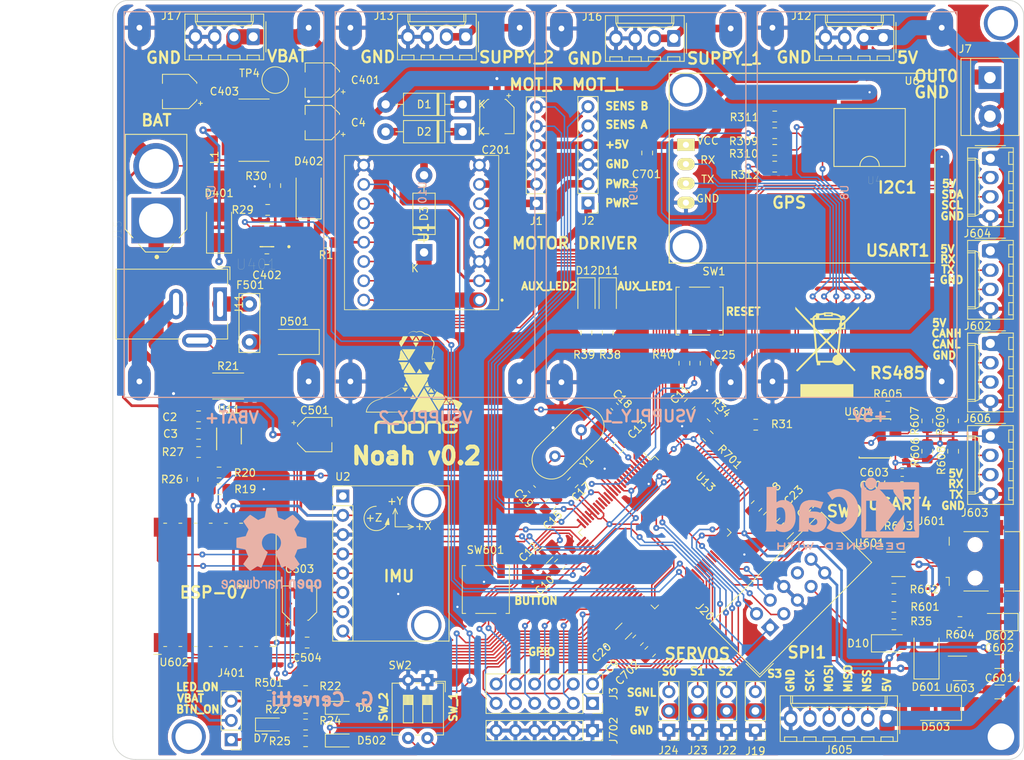
<source format=kicad_pcb>
(kicad_pcb (version 20171130) (host pcbnew "(5.1.5)-3")
  (layers (0 F.Cu signal) (31 B.Cu signal) (34 B.Paste user) (35 F.Paste user) (36 B.SilkS user) (37 F.SilkS user) (38 B.Mask user) (39 F.Mask user) (44 Edge.Cuts user))
  (net 0 "")
  (net 1 "Net-(C2-Pad1)")
  (net 2 GND)
  (net 3 +3V3)
  (net 4 "Net-(C18-Pad1)")
  (net 5 "Net-(C19-Pad1)")
  (net 6 "Net-(C20-Pad1)")
  (net 7 "Net-(C21-Pad1)")
  (net 8 /Microcontroller/NRST)
  (net 9 "Net-(C402-Pad2)")
  (net 10 "Net-(C402-Pad1)")
  (net 11 5V_ICSP)
  (net 12 "Net-(C603-Pad2)")
  (net 13 "Net-(D1-Pad1)")
  (net 14 +VSW)
  (net 15 "Net-(D2-Pad1)")
  (net 16 "Net-(D3-Pad1)")
  (net 17 "Net-(D7-Pad2)")
  (net 18 "Net-(D10-Pad2)")
  (net 19 "Net-(D11-Pad2)")
  (net 20 "Net-(D12-Pad2)")
  (net 21 "Net-(D501-Pad2)")
  (net 22 "Net-(D501-Pad1)")
  (net 23 /Microcontroller/ENABLE_PRESSED)
  (net 24 "Net-(D601-Pad2)")
  (net 25 "Net-(D602-Pad2)")
  (net 26 "Net-(F501-Pad2)")
  (net 27 /Motors/MPOWER+_R)
  (net 28 /Motors/MPOWER-_R)
  (net 29 +5V)
  (net 30 /Microcontroller/SENS_A_R)
  (net 31 /Microcontroller/SENS_B_R)
  (net 32 /Microcontroller/SENS_B_L)
  (net 33 /Microcontroller/SENS_A_L)
  (net 34 /Motors/MPOWER-_L)
  (net 35 /Motors/MPOWER+_L)
  (net 36 VSUPPLY_1)
  (net 37 VSUPPLY_2)
  (net 38 /Peripheral/OUT0)
  (net 39 /Peripheral/CSB)
  (net 40 /Microcontroller/IMU_NCS)
  (net 41 /Microcontroller/IMU_SDO)
  (net 42 /Microcontroller/I2C_SDA)
  (net 43 /Microcontroller/I2C_SCL)
  (net 44 /Microcontroller/CHARGER_CONNECTED)
  (net 45 "Net-(J11-Pad2)")
  (net 46 /Supply/BTN_ON)
  (net 47 "Net-(J15-Pad1)")
  (net 48 /Microcontroller/SERVO3)
  (net 49 /Microcontroller/SWCLK)
  (net 50 /Microcontroller/SWIM)
  (net 51 /Microcontroller/SWDIO)
  (net 52 "Net-(J20-Pad7)")
  (net 53 /Microcontroller/SERVO2)
  (net 54 /Microcontroller/SERVO1)
  (net 55 /Microcontroller/SERVO0)
  (net 56 "Net-(J601-Pad4)")
  (net 57 /Microcontroller/BOOT0)
  (net 58 /Microcontroller/GPIO0)
  (net 59 /Microcontroller/GPIO1)
  (net 60 /Microcontroller/GPIO2)
  (net 61 /Microcontroller/GPIO3)
  (net 62 /Microcontroller/GPIO4)
  (net 63 /Microcontroller/GPIO5)
  (net 64 /Microcontroller/GPIO6)
  (net 65 /Microcontroller/GPIO7)
  (net 66 /Microcontroller/GPIO8)
  (net 67 /Microcontroller/GPIO9)
  (net 68 /Microcontroller/MOT_STAND_BY)
  (net 69 "Net-(R19-Pad2)")
  (net 70 "Net-(R20-Pad1)")
  (net 71 "Net-(R29-Pad1)")
  (net 72 /Microcontroller/AUX_LED1)
  (net 73 /Microcontroller/AUX_LED2)
  (net 74 /Peripheral/SENSE0)
  (net 75 /Microcontroller/STATUS_OUT0)
  (net 76 /Peripheral/SENSE_SMPS)
  (net 77 /Microcontroller/USB_FS_VBUS)
  (net 78 "Net-(R605-Pad2)")
  (net 79 /Microcontroller/MOT_PWM_L)
  (net 80 /Microcontroller/MOT_L2)
  (net 81 /Microcontroller/MOT_L1)
  (net 82 /Microcontroller/MOT_R1)
  (net 83 /Microcontroller/MOT_R2)
  (net 84 /Microcontroller/MOT_PWM_R)
  (net 85 /Peripheral/EN_OUT0)
  (net 86 /Peripheral/SMPS_PWR)
  (net 87 /Microcontroller/EN_SMPS)
  (net 88 /Microcontroller/ESP_REGULAR_FLASH)
  (net 89 /Microcontroller/ESP07_EN)
  (net 90 /Microcontroller/ESP07_RST)
  (net 91 /MC34063/EN_POWER_3V3)
  (net 92 /Microcontroller/BUTTON)
  (net 93 /Microcontroller/STATUS_SMPS)
  (net 94 "Net-(J20-Pad8)")
  (net 95 "Net-(U2-Pad1)")
  (net 96 "Net-(U4-Pad3)")
  (net 97 "Net-(U11-Pad1)")
  (net 98 "Net-(U13-Pad80)")
  (net 99 "Net-(U13-Pad69)")
  (net 100 "Net-(U13-Pad67)")
  (net 101 "Net-(U13-Pad62)")
  (net 102 "Net-(U13-Pad59)")
  (net 103 "Net-(U13-Pad58)")
  (net 104 "Net-(U13-Pad57)")
  (net 105 "Net-(U13-Pad37)")
  (net 106 "Net-(U13-Pad36)")
  (net 107 "Net-(U13-Pad35)")
  (net 108 "Net-(U13-Pad18)")
  (net 109 "Net-(U13-Pad17)")
  (net 110 "Net-(U13-Pad15)")
  (net 111 "Net-(U13-Pad7)")
  (net 112 "Net-(U13-Pad5)")
  (net 113 "Net-(U602-Pad2)")
  (net 114 "Net-(U602-Pad4)")
  (net 115 "Net-(U602-Pad5)")
  (net 116 "Net-(U602-Pad6)")
  (net 117 "Net-(U602-Pad7)")
  (net 118 "Net-(U602-Pad13)")
  (net 119 "Net-(U602-Pad14)")
  (net 120 "Net-(U603-Pad4)")
  (net 121 /Microcontroller/DIP_SW_1)
  (net 122 /Microcontroller/DIP_SW_2)
  (net 123 "Net-(J401-Pad3)")
  (net 124 /Microcontroller/USART1_MOSI)
  (net 125 /Microcontroller/USART1_MISO)
  (net 126 /Microcontroller/USART4_MOSI)
  (net 127 /Microcontroller/USART4_MISO)
  (net 128 /Microcontroller/SPI1_SCK)
  (net 129 /Microcontroller/SPI1_MOSI)
  (net 130 /Microcontroller/SPI1_MISO)
  (net 131 /Microcontroller/SPI1_NSS)
  (net 132 /Peripheral/USART2_GPS_MOSI)
  (net 133 /Peripheral/USART2_GPS_MISO)
  (net 134 /Microcontroller/CAN1_MOSI)
  (net 135 /Microcontroller/CAN1_MISO)
  (net 136 /Microcontroller/USART3_ESP07_MISO)
  (net 137 /Microcontroller/USART3_ESP07_MOSI)
  (net 138 /Microcontroller/USB_FS_D-)
  (net 139 /Microcontroller/USB_FS_D+)
  (net 140 /Peripheral2/USB_CONN+)
  (net 141 /Peripheral2/USB_CONN-)
  (net 142 /Peripheral2/CAN-)
  (net 143 /Peripheral2/CAN+)
  (module Connector_IDC:IDC-Header_2x05_P2.54mm_Vertical (layer F.Cu) (at 176.6 132.6 135)
    (fp_text reference J20 (at 7.566043 -4.596194 135) (layer F.SilkS))
    (fp_text value Conn_02x05_Odd_Even)
    (pad 10 thru_hole oval (at 2.54 10.16 135) (size 1.7272 1.7272) (drill 1.016) (layers *.Cu *.Mask) (net 11 5V_ICSP))
    (pad 9 thru_hole oval (at 0 10.16 135) (size 1.7272 1.7272) (drill 1.016) (layers *.Cu *.Mask) (net 11 5V_ICSP))
    (pad 8 thru_hole oval (at 2.54 7.62 135) (size 1.7272 1.7272) (drill 1.016) (layers *.Cu *.Mask) (net 94 "Net-(J20-Pad8)"))
    (pad 7 thru_hole oval (at 0 7.62 135) (size 1.7272 1.7272) (drill 1.016) (layers *.Cu *.Mask) (net 52 "Net-(J20-Pad7)"))
    (pad 6 thru_hole oval (at 2.54 5.08 135) (size 1.7272 1.7272) (drill 1.016) (layers *.Cu *.Mask) (net 2 GND))
    (pad 5 thru_hole oval (at 0 5.08 135) (size 1.7272 1.7272) (drill 1.016) (layers *.Cu *.Mask) (net 2 GND))
    (pad 4 thru_hole oval (at 2.54 2.54 135) (size 1.7272 1.7272) (drill 1.016) (layers *.Cu *.Mask) (net 51 /Microcontroller/SWDIO))
    (pad 3 thru_hole oval (at 0 2.54 135) (size 1.7272 1.7272) (drill 1.016) (layers *.Cu *.Mask) (net 50 /Microcontroller/SWIM))
    (pad 2 thru_hole oval (at 2.54 0 135) (size 1.7272 1.7272) (drill 1.016) (layers *.Cu *.Mask) (net 49 /Microcontroller/SWCLK))
    (pad 1 thru_hole rect (at 0 0 135) (size 1.7272 1.7272) (drill 1.016) (layers *.Cu *.Mask) (net 8 /Microcontroller/NRST))
  )
  (module Package_DFN_QFN:DFN-8-1EP_3x3mm_P0.5mm_EP1.66x2.38mm (layer F.Cu) (at 105.305 107.385 90)
    (fp_text reference U11 (at 3.485 0.005 180) (layer F.SilkS))
    (fp_text value STC3100IST)
    (pad 9 smd rect (at 0 0 90) (size 1.66 2.38) (layers F.Cu F.Mask))
    (pad 8 smd rect (at 1.4 -0.75 90) (size 0.7 0.25) (layers F.Cu F.Paste F.Mask) (net 1 "Net-(C2-Pad1)"))
    (pad 7 smd rect (at 1.4 -0.25 90) (size 0.7 0.25) (layers F.Cu F.Paste F.Mask) (net 3 +3V3))
    (pad 6 smd rect (at 1.4 0.25 90) (size 0.7 0.25) (layers F.Cu F.Paste F.Mask) (net 47 "Net-(J15-Pad1)"))
    (pad 5 smd rect (at 1.4 0.75 90) (size 0.7 0.25) (layers F.Cu F.Paste F.Mask) (net 2 GND))
    (pad 4 smd rect (at -1.4 0.75 90) (size 0.7 0.25) (layers F.Cu F.Paste F.Mask) (net 43 /Microcontroller/I2C_SCL))
    (pad 3 smd rect (at -1.4 0.25 90) (size 0.7 0.25) (layers F.Cu F.Paste F.Mask) (net 42 /Microcontroller/I2C_SDA))
    (pad 2 smd rect (at -1.4 -0.25 90) (size 0.7 0.25) (layers F.Cu F.Paste F.Mask) (net 70 "Net-(R20-Pad1)"))
    (pad 1 smd rect (at -1.4 -0.75 90) (size 0.7 0.25) (layers F.Cu F.Paste F.Mask) (net 97 "Net-(U11-Pad1)"))
  )
  (module Capacitor_SMD:C_0805_2012Metric_Pad1.15x1.40mm_HandSolder (layer F.Cu) (at 160.4 70.1 270)
    (fp_text reference C701 (at 2.8 0.1 180) (layer F.SilkS))
    (fp_text value 100nF)
    (pad 2 smd roundrect (at 1.025 0 270) (size 1.15 1.4) (layers F.Cu F.Paste F.Mask) (roundrect_rratio 0.217391) (net 2 GND))
    (pad 1 smd roundrect (at -1.025 0 270) (size 1.15 1.4) (layers F.Cu F.Paste F.Mask) (roundrect_rratio 0.217391) (net 29 +5V))
  )
  (module Capacitor_SMD:CP_Elec_4x4.5 (layer F.Cu) (at 140.6 65.3 270)
    (fp_text reference C201 (at 4.4 0.1 180) (layer F.SilkS))
    (fp_text value 10uF)
    (pad 2 smd roundrect (at 1.8 0 270) (size 2.6 1.6) (layers F.Cu F.Paste F.Mask) (roundrect_rratio 0.15625) (net 2 GND))
    (pad 1 smd roundrect (at -1.8 0 270) (size 2.6 1.6) (layers F.Cu F.Paste F.Mask) (roundrect_rratio 0.15625) (net 14 +VSW))
  )
  (module Capacitor_SMD:C_0805_2012Metric_Pad1.15x1.40mm_HandSolder (layer F.Cu) (at 115.6 134.6)
    (fp_text reference C504 (at 0 2) (layer F.SilkS))
    (fp_text value 100nF)
    (pad 2 smd roundrect (at 1.025 0) (size 1.15 1.4) (layers F.Cu F.Paste F.Mask) (roundrect_rratio 0.217391) (net 2 GND))
    (pad 1 smd roundrect (at -1.025 0) (size 1.15 1.4) (layers F.Cu F.Paste F.Mask) (roundrect_rratio 0.217391) (net 3 +3V3))
  )
  (module Capacitor_SMD:CP_Elec_4x4.5 (layer F.Cu) (at 114.6 129.4 90)
    (fp_text reference C503 (at 4.5 0 180) (layer F.SilkS))
    (fp_text value 10uF)
    (pad 2 smd roundrect (at 1.8 0 90) (size 2.6 1.6) (layers F.Cu F.Paste F.Mask) (roundrect_rratio 0.15625) (net 2 GND))
    (pad 1 smd roundrect (at -1.8 0 90) (size 2.6 1.6) (layers F.Cu F.Paste F.Mask) (roundrect_rratio 0.15625) (net 3 +3V3))
  )
  (module Connector_PinSocket_2.54mm:PinSocket_1x06_P2.54mm_Vertical (layer F.Cu) (at 153.2 146.2 270)
    (fp_text reference J702 (at 0 -2.77 90) (layer F.SilkS))
    (fp_text value Conn_01x06)
    (pad 6 thru_hole oval (at 0 12.7 270) (size 1.7 1.7) (drill 1) (layers *.Cu *.Mask) (net 2 GND))
    (pad 5 thru_hole oval (at 0 10.16 270) (size 1.7 1.7) (drill 1) (layers *.Cu *.Mask) (net 2 GND))
    (pad 4 thru_hole oval (at 0 7.62 270) (size 1.7 1.7) (drill 1) (layers *.Cu *.Mask) (net 2 GND))
    (pad 3 thru_hole oval (at 0 5.08 270) (size 1.7 1.7) (drill 1) (layers *.Cu *.Mask) (net 2 GND))
    (pad 2 thru_hole oval (at 0 2.54 270) (size 1.7 1.7) (drill 1) (layers *.Cu *.Mask) (net 2 GND))
    (pad 1 thru_hole rect (at 0 0 270) (size 1.7 1.7) (drill 1) (layers *.Cu *.Mask) (net 2 GND))
  )
  (module Connector_PinSocket_2.54mm:PinSocket_2x06_P2.54mm_Vertical (layer F.Cu) (at 153.2 142.6 270)
    (fp_text reference J3 (at -1.27 -2.77 90) (layer F.SilkS))
    (fp_text value Conn_02x06_Odd_Even)
    (pad 12 thru_hole oval (at -2.54 12.7 270) (size 1.7 1.7) (drill 1) (layers *.Cu *.Mask) (net 61 /Microcontroller/GPIO3))
    (pad 11 thru_hole oval (at 0 12.7 270) (size 1.7 1.7) (drill 1) (layers *.Cu *.Mask) (net 62 /Microcontroller/GPIO4))
    (pad 10 thru_hole oval (at -2.54 10.16 270) (size 1.7 1.7) (drill 1) (layers *.Cu *.Mask) (net 60 /Microcontroller/GPIO2))
    (pad 9 thru_hole oval (at 0 10.16 270) (size 1.7 1.7) (drill 1) (layers *.Cu *.Mask) (net 63 /Microcontroller/GPIO5))
    (pad 8 thru_hole oval (at -2.54 7.62 270) (size 1.7 1.7) (drill 1) (layers *.Cu *.Mask) (net 59 /Microcontroller/GPIO1))
    (pad 7 thru_hole oval (at 0 7.62 270) (size 1.7 1.7) (drill 1) (layers *.Cu *.Mask) (net 64 /Microcontroller/GPIO6))
    (pad 6 thru_hole oval (at -2.54 5.08 270) (size 1.7 1.7) (drill 1) (layers *.Cu *.Mask) (net 58 /Microcontroller/GPIO0))
    (pad 5 thru_hole oval (at 0 5.08 270) (size 1.7 1.7) (drill 1) (layers *.Cu *.Mask) (net 65 /Microcontroller/GPIO7))
    (pad 4 thru_hole oval (at -2.54 2.54 270) (size 1.7 1.7) (drill 1) (layers *.Cu *.Mask) (net 57 /Microcontroller/BOOT0))
    (pad 3 thru_hole oval (at 0 2.54 270) (size 1.7 1.7) (drill 1) (layers *.Cu *.Mask) (net 66 /Microcontroller/GPIO8))
    (pad 2 thru_hole oval (at -2.54 0 270) (size 1.7 1.7) (drill 1) (layers *.Cu *.Mask) (net 8 /Microcontroller/NRST))
    (pad 1 thru_hole rect (at 0 0 270) (size 1.7 1.7) (drill 1) (layers *.Cu *.Mask) (net 67 /Microcontroller/GPIO9))
  )
  (module noah_footprint:GY-NEO6MV2 (layer F.Cu) (at 163.3 59.6 180)
    (fp_text reference U6 (at -32 -1) (layer F.SilkS))
    (fp_text value GY-NEO6MV2)
    (fp_text user TX (at -5.08 -13.97) (layer F.SilkS))
    (fp_text user RX (at -5.08 -11.43) (layer F.SilkS))
    (fp_text user VCC (at -5.08 -8.89) (layer F.SilkS))
    (fp_text user GND (at -5.08 -16.51) (layer F.SilkS))
    (pad 1 thru_hole rect (at -2.2 -9.43 180) (size 2.3 1.6) (drill 0.8) (layers *.Cu *.Mask F.SilkS) (net 29 +5V))
    (pad 2 thru_hole oval (at -2.2 -11.97 180) (size 2.3 1.6) (drill 0.8) (layers *.Cu *.Mask F.SilkS) (net 132 /Peripheral/USART2_GPS_MOSI))
    (pad 3 thru_hole oval (at -2.2 -14.51 180) (size 2.3 1.6) (drill 0.8) (layers *.Cu *.Mask F.SilkS) (net 133 /Peripheral/USART2_GPS_MISO))
    (pad "" thru_hole circle (at -2.2 -22.8 180) (size 4.4 4.4) (drill 3.5) (layers *.Cu *.Mask))
    (pad 4 thru_hole oval (at -2.2 -17.05 180) (size 2.3 1.6) (drill 0.8) (layers *.Cu *.Mask F.SilkS) (net 2 GND))
    (pad "" thru_hole circle (at -2.2 -2.2 180) (size 4.4 4.4) (drill 3.5) (layers *.Cu *.Mask))
  )
  (module Symbol:KiCad-Logo2_8mm_SilkScreen (layer B.Cu) (at 186.1 116.8 180)
    (fp_text reference REF** hide)
    (fp_text value KiCad-Logo2_8mm_SilkScreen hide)
  )
  (module Symbol:OSHW-Logo2_14.6x12mm_SilkScreen (layer B.Cu) (at 110.9 122.4 180)
    (fp_text reference REF** hide)
    (fp_text value OSHW-Logo2_14.6x12mm_SilkScreen hide)
  )
  (module Symbol:WEEE-Logo_8.4x12mm_SilkScreen (layer F.Cu) (at 184.1 96.3)
    (fp_text reference REF** hide)
    (fp_text value WEEE-Logo_8.4x12mm_SilkScreen hide)
  )
  (module noah_footprint:Noone (layer F.Cu) (at 130 100.3)
    (fp_text reference G*** hide)
    (fp_text value LOGO hide)
  )
  (module Inductor_SMD:L_Bourns_SRN8040TA (layer F.Cu) (at 108.6 67.1)
    (fp_text reference L1 (at -5.2 3.6 90) (layer F.SilkS))
    (fp_text value 22uH)
    (pad 2 smd rect (at 2.825 0 270) (size 6.6 2.85) (layers F.Cu F.Paste F.Mask) (net 3 +3V3))
    (pad 1 smd rect (at -2.825 0 270) (size 6.6 2.85) (layers F.Cu F.Paste F.Mask) (net 10 "Net-(C402-Pad1)"))
  )
  (module Diode_SMD:D_SMA (layer F.Cu) (at 198.4 143.2 180)
    (fp_text reference D503 (at 0 -2.5) (layer F.SilkS))
    (fp_text value B140-E3)
    (pad 2 smd rect (at 2 0 180) (size 2.5 1.8) (layers F.Cu F.Paste F.Mask) (net 3 +3V3))
    (pad 1 smd rect (at -2 0 180) (size 2.5 1.8) (layers F.Cu F.Paste F.Mask) (net 11 5V_ICSP))
  )
  (module Connector_PinHeader_2.54mm:PinHeader_1x03_P2.54mm_Vertical (layer F.Cu) (at 105.6 147.4 180)
    (fp_text reference J401 (at 0 8.8) (layer F.SilkS))
    (fp_text value Conn_01x03_Male)
    (pad 3 thru_hole oval (at 0 5.08 180) (size 1.7 1.7) (drill 1) (layers *.Cu *.Mask) (net 123 "Net-(J401-Pad3)"))
    (pad 2 thru_hole oval (at 0 2.54 180) (size 1.7 1.7) (drill 1) (layers *.Cu *.Mask) (net 14 +VSW))
    (pad 1 thru_hole rect (at 0 0 180) (size 1.7 1.7) (drill 1) (layers *.Cu *.Mask) (net 46 /Supply/BTN_ON))
  )
  (module Capacitor_SMD:C_0805_2012Metric_Pad1.15x1.40mm_HandSolder (layer F.Cu) (at 101.3 107.1 180)
    (fp_text reference C3 (at 3.7 0) (layer F.SilkS))
    (fp_text value 100nF)
    (pad 2 smd roundrect (at 1.025 0 180) (size 1.15 1.4) (layers F.Cu F.Paste F.Mask) (roundrect_rratio 0.217391) (net 2 GND))
    (pad 1 smd roundrect (at -1.025 0 180) (size 1.15 1.4) (layers F.Cu F.Paste F.Mask) (roundrect_rratio 0.217391) (net 1 "Net-(C2-Pad1)"))
  )
  (module Capacitor_SMD:C_0805_2012Metric_Pad1.15x1.40mm_HandSolder (layer F.Cu) (at 101.3 104.8 180)
    (fp_text reference C2 (at 3.8 -0.1) (layer F.SilkS))
    (fp_text value 100nF)
    (pad 2 smd roundrect (at 1.025 0 180) (size 1.15 1.4) (layers F.Cu F.Paste F.Mask) (roundrect_rratio 0.217391) (net 2 GND))
    (pad 1 smd roundrect (at -1.025 0 180) (size 1.15 1.4) (layers F.Cu F.Paste F.Mask) (roundrect_rratio 0.217391) (net 1 "Net-(C2-Pad1)"))
  )
  (module RF_Module:ESP-07 (layer F.Cu) (at 100.8 127 90)
    (fp_text reference U602 (at -10.2 -2.7 180) (layer F.SilkS))
    (fp_text value ESP-07)
    (pad 1 smd rect (at -7.6 -4.9 90) (size 2.5 1) (layers F.Cu F.Paste F.Mask) (net 90 /Microcontroller/ESP07_RST))
    (pad 2 smd rect (at -7.6 -2.9 90) (size 2.5 1) (layers F.Cu F.Paste F.Mask) (net 113 "Net-(U602-Pad2)"))
    (pad 3 smd rect (at -7.6 -0.9 90) (size 2.5 1) (layers F.Cu F.Paste F.Mask) (net 89 /Microcontroller/ESP07_EN))
    (pad 4 smd rect (at -7.6 1.1 90) (size 2.5 1) (layers F.Cu F.Paste F.Mask) (net 114 "Net-(U602-Pad4)"))
    (pad 5 smd rect (at -7.6 3.1 90) (size 2.5 1) (layers F.Cu F.Paste F.Mask) (net 115 "Net-(U602-Pad5)"))
    (pad 6 smd rect (at -7.6 5.1 90) (size 2.5 1) (layers F.Cu F.Paste F.Mask) (net 116 "Net-(U602-Pad6)"))
    (pad 7 smd rect (at -7.6 7.1 90) (size 2.5 1) (layers F.Cu F.Paste F.Mask) (net 117 "Net-(U602-Pad7)"))
    (pad 8 smd rect (at -7.6 9.1 90) (size 2.5 1) (layers F.Cu F.Paste F.Mask) (net 3 +3V3))
    (pad 9 smd rect (at 7.6 9.1 90) (size 2.5 1) (layers F.Cu F.Paste F.Mask) (net 2 GND))
    (pad 10 smd rect (at 7.6 7.1 90) (size 2.5 1) (layers F.Cu F.Paste F.Mask) (net 2 GND))
    (pad 11 smd rect (at 7.6 5.1 90) (size 2.5 1) (layers F.Cu F.Paste F.Mask) (net 3 +3V3))
    (pad 12 smd rect (at 7.6 3.1 90) (size 2.5 1) (layers F.Cu F.Paste F.Mask) (net 88 /Microcontroller/ESP_REGULAR_FLASH))
    (pad 13 smd rect (at 7.6 1.1 90) (size 2.5 1) (layers F.Cu F.Paste F.Mask) (net 118 "Net-(U602-Pad13)"))
    (pad 14 smd rect (at 7.6 -0.9 90) (size 2.5 1) (layers F.Cu F.Paste F.Mask) (net 119 "Net-(U602-Pad14)"))
    (pad 15 smd rect (at 7.6 -2.9 90) (size 2.5 1) (layers F.Cu F.Paste F.Mask) (net 137 /Microcontroller/USART3_ESP07_MOSI))
    (pad 16 smd rect (at 7.6 -4.9 90) (size 2.5 1) (layers F.Cu F.Paste F.Mask) (net 136 /Microcontroller/USART3_ESP07_MISO))
  )
  (module Connector_BarrelJack:BarrelJack_Wuerth_6941xx301002 (layer F.Cu) (at 104.13 90.01 270)
    (fp_text reference J11 (at 0 -2.5 270) (layer F.SilkS))
    (fp_text value Barrel_Jack_Switch)
    (pad 1 thru_hole rect (at 0 0 270) (size 4.4 1.8) (drill oval 3.4 0.8) (layers *.Cu *.Mask) (net 26 "Net-(F501-Pad2)"))
    (pad 2 thru_hole oval (at 0 5.8 270) (size 4 1.8) (drill oval 3 0.8) (layers *.Cu *.Mask) (net 45 "Net-(J11-Pad2)"))
    (pad 3 thru_hole oval (at 4.8 3) (size 4 1.8) (drill oval 3 0.8) (layers *.Cu *.Mask) (net 44 /Microcontroller/CHARGER_CONNECTED))
  )
  (module noah_footprint:GY-91 (layer F.Cu) (at 120.3 124.3)
    (fp_text reference U2 (at 0 -11.55) (layer F.SilkS))
    (fp_text value GY-91)
    (fp_text user +Z (at 4.1 -6.15) (layer F.SilkS))
    (fp_text user +X (at 10.6 -5.05) (layer F.SilkS))
    (fp_text user +Y (at 6.9 -8.35) (layer F.SilkS))
    (pad 0 thru_hole circle (at 11 8) (size 4 4) (drill 3.2) (layers *.Cu *.Mask))
    (pad 0 thru_hole circle (at 11 -8.2) (size 4 4) (drill 3.2) (layers *.Cu *.Mask))
    (pad 5 thru_hole oval (at 0 1.16) (size 1.7 1.7) (drill 1) (layers *.Cu *.Mask) (net 42 /Microcontroller/I2C_SDA))
    (pad 8 thru_hole oval (at 0 8.78) (size 1.7 1.7) (drill 1) (layers *.Cu *.Mask) (net 39 /Peripheral/CSB))
    (pad 7 thru_hole oval (at 0 6.24) (size 1.7 1.7) (drill 1) (layers *.Cu *.Mask) (net 40 /Microcontroller/IMU_NCS))
    (pad 4 thru_hole oval (at 0 -1.38) (size 1.7 1.7) (drill 1) (layers *.Cu *.Mask) (net 43 /Microcontroller/I2C_SCL))
    (pad 1 thru_hole rect (at 0 -9) (size 1.7 1.7) (drill 1) (layers *.Cu *.Mask) (net 95 "Net-(U2-Pad1)"))
    (pad 3 thru_hole oval (at 0 -3.92) (size 1.7 1.7) (drill 1) (layers *.Cu *.Mask) (net 2 GND))
    (pad 2 thru_hole oval (at 0 -6.46) (size 1.7 1.7) (drill 1) (layers *.Cu *.Mask) (net 3 +3V3))
    (pad 6 thru_hole oval (at 0 3.7) (size 1.7 1.7) (drill 1) (layers *.Cu *.Mask) (net 41 /Microcontroller/IMU_SDO))
  )
  (module Button_Switch_SMD:SW_SPST_EVPBF (layer F.Cu) (at 139.14 127.61 90)
    (fp_text reference SW601 (at 5.21 -0.04 180) (layer F.SilkS))
    (fp_text value SW_DPST_x2)
    (pad 2 smd rect (at 2.88 2 90) (size 2.75 1) (layers F.Cu F.Paste F.Mask) (net 92 /Microcontroller/BUTTON))
    (pad 2 smd rect (at -2.88 2 90) (size 2.75 1) (layers F.Cu F.Paste F.Mask) (net 92 /Microcontroller/BUTTON))
    (pad 1 smd rect (at -2.88 -2 90) (size 2.75 1) (layers F.Cu F.Paste F.Mask) (net 2 GND))
    (pad 1 smd rect (at 2.88 -2 90) (size 2.75 1) (layers F.Cu F.Paste F.Mask) (net 2 GND))
  )
  (module Button_Switch_SMD:SW_SPST_EVPBF (layer F.Cu) (at 167.3 90.93 270)
    (fp_text reference SW1 (at -5.23 -1.9) (layer F.SilkS))
    (fp_text value SW_DPST_x2)
    (pad 2 smd rect (at 2.88 2 270) (size 2.75 1) (layers F.Cu F.Paste F.Mask) (net 8 /Microcontroller/NRST))
    (pad 2 smd rect (at -2.88 2 270) (size 2.75 1) (layers F.Cu F.Paste F.Mask) (net 8 /Microcontroller/NRST))
    (pad 1 smd rect (at -2.88 -2 270) (size 2.75 1) (layers F.Cu F.Paste F.Mask) (net 2 GND))
    (pad 1 smd rect (at 2.88 -2 270) (size 2.75 1) (layers F.Cu F.Paste F.Mask) (net 2 GND))
  )
  (module TerminalBlock:TerminalBlock_bornier-2_P5.08mm (layer F.Cu) (at 205.55 60.18 270)
    (fp_text reference J7 (at -3.78 3.25) (layer F.SilkS))
    (fp_text value Screw_Terminal_01x02)
    (pad 2 thru_hole circle (at 5.08 0 270) (size 3 3) (drill 1.52) (layers *.Cu *.Mask) (net 2 GND))
    (pad 1 thru_hole rect (at 0 0 270) (size 3 3) (drill 1.52) (layers *.Cu *.Mask) (net 38 /Peripheral/OUT0))
  )
  (module Button_Switch_THT:SW_DIP_SPSTx02_Slide_6.7x6.64mm_W7.62mm_P2.54mm_LowProfile (layer F.Cu) (at 131.45 139.55 270)
    (fp_text reference SW2 (at -1.95 3.6) (layer F.SilkS))
    (fp_text value SW_DIP_x02)
    (pad 4 thru_hole oval (at 7.62 0 270) (size 1.6 1.6) (drill 0.8) (layers *.Cu *.Mask) (net 121 /Microcontroller/DIP_SW_1))
    (pad 2 thru_hole oval (at 0 2.54 270) (size 1.6 1.6) (drill 0.8) (layers *.Cu *.Mask) (net 2 GND))
    (pad 3 thru_hole oval (at 7.62 2.54 270) (size 1.6 1.6) (drill 0.8) (layers *.Cu *.Mask) (net 122 /Microcontroller/DIP_SW_2))
    (pad 1 thru_hole rect (at 0 0 270) (size 1.6 1.6) (drill 0.8) (layers *.Cu *.Mask) (net 2 GND))
  )
  (module Package_QFP:LQFP-100_14x14mm_P0.5mm (layer F.Cu) (at 161.4 120.1 315)
    (fp_text reference U13 (at 0 -9.42 315) (layer F.SilkS))
    (fp_text value STM32F407VGTx)
    (pad 100 smd roundrect (at -6 -7.675 315) (size 0.3 1.6) (layers F.Cu F.Paste F.Mask) (net 3 +3V3))
    (pad 99 smd roundrect (at -5.5 -7.675 315) (size 0.3 1.6) (layers F.Cu F.Paste F.Mask) (net 2 GND))
    (pad 98 smd roundrect (at -5 -7.675 315) (size 0.3 1.6) (layers F.Cu F.Paste F.Mask) (net 82 /Microcontroller/MOT_R1))
    (pad 97 smd roundrect (at -4.5 -7.675 315) (size 0.3 1.6) (layers F.Cu F.Paste F.Mask) (net 83 /Microcontroller/MOT_R2))
    (pad 96 smd roundrect (at -4 -7.675 315) (size 0.3 1.6) (layers F.Cu F.Paste F.Mask) (net 42 /Microcontroller/I2C_SDA))
    (pad 95 smd roundrect (at -3.5 -7.675 315) (size 0.3 1.6) (layers F.Cu F.Paste F.Mask) (net 43 /Microcontroller/I2C_SCL))
    (pad 94 smd roundrect (at -3 -7.675 315) (size 0.3 1.6) (layers F.Cu F.Paste F.Mask) (net 57 /Microcontroller/BOOT0))
    (pad 93 smd roundrect (at -2.5 -7.675 315) (size 0.3 1.6) (layers F.Cu F.Paste F.Mask) (net 125 /Microcontroller/USART1_MISO))
    (pad 92 smd roundrect (at -2 -7.675 315) (size 0.3 1.6) (layers F.Cu F.Paste F.Mask) (net 124 /Microcontroller/USART1_MOSI))
    (pad 91 smd roundrect (at -1.5 -7.675 315) (size 0.3 1.6) (layers F.Cu F.Paste F.Mask) (net 129 /Microcontroller/SPI1_MOSI))
    (pad 90 smd roundrect (at -1 -7.675 315) (size 0.3 1.6) (layers F.Cu F.Paste F.Mask) (net 130 /Microcontroller/SPI1_MISO))
    (pad 89 smd roundrect (at -0.5 -7.675 315) (size 0.3 1.6) (layers F.Cu F.Paste F.Mask) (net 50 /Microcontroller/SWIM))
    (pad 88 smd roundrect (at 0 -7.675 315) (size 0.3 1.6) (layers F.Cu F.Paste F.Mask) (net 75 /Microcontroller/STATUS_OUT0))
    (pad 87 smd roundrect (at 0.5 -7.675 315) (size 0.3 1.6) (layers F.Cu F.Paste F.Mask) (net 133 /Peripheral/USART2_GPS_MISO))
    (pad 86 smd roundrect (at 1 -7.675 315) (size 0.3 1.6) (layers F.Cu F.Paste F.Mask) (net 132 /Peripheral/USART2_GPS_MOSI))
    (pad 85 smd roundrect (at 1.5 -7.675 315) (size 0.3 1.6) (layers F.Cu F.Paste F.Mask) (net 93 /Microcontroller/STATUS_SMPS))
    (pad 84 smd roundrect (at 2 -7.675 315) (size 0.3 1.6) (layers F.Cu F.Paste F.Mask) (net 85 /Peripheral/EN_OUT0))
    (pad 83 smd roundrect (at 2.5 -7.675 315) (size 0.3 1.6) (layers F.Cu F.Paste F.Mask) (net 87 /Microcontroller/EN_SMPS))
    (pad 82 smd roundrect (at 3 -7.675 315) (size 0.3 1.6) (layers F.Cu F.Paste F.Mask) (net 134 /Microcontroller/CAN1_MOSI))
    (pad 81 smd roundrect (at 3.5 -7.675 315) (size 0.3 1.6) (layers F.Cu F.Paste F.Mask) (net 135 /Microcontroller/CAN1_MISO))
    (pad 80 smd roundrect (at 4 -7.675 315) (size 0.3 1.6) (layers F.Cu F.Paste F.Mask) (net 98 "Net-(U13-Pad80)"))
    (pad 79 smd roundrect (at 4.5 -7.675 315) (size 0.3 1.6) (layers F.Cu F.Paste F.Mask) (net 127 /Microcontroller/USART4_MISO))
    (pad 78 smd roundrect (at 5 -7.675 315) (size 0.3 1.6) (layers F.Cu F.Paste F.Mask) (net 126 /Microcontroller/USART4_MOSI))
    (pad 77 smd roundrect (at 5.5 -7.675 315) (size 0.3 1.6) (layers F.Cu F.Paste F.Mask) (net 131 /Microcontroller/SPI1_NSS))
    (pad 76 smd roundrect (at 6 -7.675 315) (size 0.3 1.6) (layers F.Cu F.Paste F.Mask) (net 49 /Microcontroller/SWCLK))
    (pad 75 smd roundrect (at 7.675 -6 315) (size 1.6 0.3) (layers F.Cu F.Paste F.Mask) (net 3 +3V3))
    (pad 74 smd roundrect (at 7.675 -5.5 315) (size 1.6 0.3) (layers F.Cu F.Paste F.Mask) (net 2 GND))
    (pad 73 smd roundrect (at 7.675 -5 315) (size 1.6 0.3) (layers F.Cu F.Paste F.Mask) (net 7 "Net-(C21-Pad1)"))
    (pad 72 smd roundrect (at 7.675 -4.5 315) (size 1.6 0.3) (layers F.Cu F.Paste F.Mask) (net 51 /Microcontroller/SWDIO))
    (pad 71 smd roundrect (at 7.675 -4 315) (size 1.6 0.3) (layers F.Cu F.Paste F.Mask) (net 139 /Microcontroller/USB_FS_D+))
    (pad 70 smd roundrect (at 7.675 -3.5 315) (size 1.6 0.3) (layers F.Cu F.Paste F.Mask) (net 138 /Microcontroller/USB_FS_D-))
    (pad 69 smd roundrect (at 7.675 -3 315) (size 1.6 0.3) (layers F.Cu F.Paste F.Mask) (net 99 "Net-(U13-Pad69)"))
    (pad 68 smd roundrect (at 7.675 -2.5 315) (size 1.6 0.3) (layers F.Cu F.Paste F.Mask) (net 77 /Microcontroller/USB_FS_VBUS))
    (pad 67 smd roundrect (at 7.675 -2 315) (size 1.6 0.3) (layers F.Cu F.Paste F.Mask) (net 100 "Net-(U13-Pad67)"))
    (pad 66 smd roundrect (at 7.675 -1.5 315) (size 1.6 0.3) (layers F.Cu F.Paste F.Mask) (net 48 /Microcontroller/SERVO3))
    (pad 65 smd roundrect (at 7.675 -1 315) (size 1.6 0.3) (layers F.Cu F.Paste F.Mask) (net 53 /Microcontroller/SERVO2))
    (pad 64 smd roundrect (at 7.675 -0.5 315) (size 1.6 0.3) (layers F.Cu F.Paste F.Mask) (net 54 /Microcontroller/SERVO1))
    (pad 63 smd roundrect (at 7.675 0 315) (size 1.6 0.3) (layers F.Cu F.Paste F.Mask) (net 55 /Microcontroller/SERVO0))
    (pad 62 smd roundrect (at 7.675 0.5 315) (size 1.6 0.3) (layers F.Cu F.Paste F.Mask) (net 101 "Net-(U13-Pad62)"))
    (pad 61 smd roundrect (at 7.675 1 315) (size 1.6 0.3) (layers F.Cu F.Paste F.Mask) (net 84 /Microcontroller/MOT_PWM_R))
    (pad 60 smd roundrect (at 7.675 1.5 315) (size 1.6 0.3) (layers F.Cu F.Paste F.Mask) (net 79 /Microcontroller/MOT_PWM_L))
    (pad 59 smd roundrect (at 7.675 2 315) (size 1.6 0.3) (layers F.Cu F.Paste F.Mask) (net 102 "Net-(U13-Pad59)"))
    (pad 58 smd roundrect (at 7.675 2.5 315) (size 1.6 0.3) (layers F.Cu F.Paste F.Mask) (net 103 "Net-(U13-Pad58)"))
    (pad 57 smd roundrect (at 7.675 3 315) (size 1.6 0.3) (layers F.Cu F.Paste F.Mask) (net 104 "Net-(U13-Pad57)"))
    (pad 56 smd roundrect (at 7.675 3.5 315) (size 1.6 0.3) (layers F.Cu F.Paste F.Mask) (net 122 /Microcontroller/DIP_SW_2))
    (pad 55 smd roundrect (at 7.675 4 315) (size 1.6 0.3) (layers F.Cu F.Paste F.Mask) (net 121 /Microcontroller/DIP_SW_1))
    (pad 54 smd roundrect (at 7.675 4.5 315) (size 1.6 0.3) (layers F.Cu F.Paste F.Mask) (net 58 /Microcontroller/GPIO0))
    (pad 53 smd roundrect (at 7.675 5 315) (size 1.6 0.3) (layers F.Cu F.Paste F.Mask) (net 59 /Microcontroller/GPIO1))
    (pad 52 smd roundrect (at 7.675 5.5 315) (size 1.6 0.3) (layers F.Cu F.Paste F.Mask) (net 60 /Microcontroller/GPIO2))
    (pad 51 smd roundrect (at 7.675 6 315) (size 1.6 0.3) (layers F.Cu F.Paste F.Mask) (net 61 /Microcontroller/GPIO3))
    (pad 50 smd roundrect (at 6 7.675 315) (size 0.3 1.6) (layers F.Cu F.Paste F.Mask) (net 3 +3V3))
    (pad 49 smd roundrect (at 5.5 7.675 315) (size 0.3 1.6) (layers F.Cu F.Paste F.Mask) (net 6 "Net-(C20-Pad1)"))
    (pad 48 smd roundrect (at 5 7.675 315) (size 0.3 1.6) (layers F.Cu F.Paste F.Mask) (net 136 /Microcontroller/USART3_ESP07_MISO))
    (pad 47 smd roundrect (at 4.5 7.675 315) (size 0.3 1.6) (layers F.Cu F.Paste F.Mask) (net 137 /Microcontroller/USART3_ESP07_MOSI))
    (pad 46 smd roundrect (at 4 7.675 315) (size 0.3 1.6) (layers F.Cu F.Paste F.Mask) (net 90 /Microcontroller/ESP07_RST))
    (pad 45 smd roundrect (at 3.5 7.675 315) (size 0.3 1.6) (layers F.Cu F.Paste F.Mask) (net 89 /Microcontroller/ESP07_EN))
    (pad 44 smd roundrect (at 3 7.675 315) (size 0.3 1.6) (layers F.Cu F.Paste F.Mask) (net 41 /Microcontroller/IMU_SDO))
    (pad 43 smd roundrect (at 2.5 7.675 315) (size 0.3 1.6) (layers F.Cu F.Paste F.Mask) (net 40 /Microcontroller/IMU_NCS))
    (pad 42 smd roundrect (at 2 7.675 315) (size 0.3 1.6) (layers F.Cu F.Paste F.Mask) (net 39 /Peripheral/CSB))
    (pad 41 smd roundrect (at 1.5 7.675 315) (size 0.3 1.6) (layers F.Cu F.Paste F.Mask) (net 67 /Microcontroller/GPIO9))
    (pad 40 smd roundrect (at 1 7.675 315) (size 0.3 1.6) (layers F.Cu F.Paste F.Mask) (net 66 /Microcontroller/GPIO8))
    (pad 39 smd roundrect (at 0.5 7.675 315) (size 0.3 1.6) (layers F.Cu F.Paste F.Mask) (net 65 /Microcontroller/GPIO7))
    (pad 38 smd roundrect (at 0 7.675 315) (size 0.3 1.6) (layers F.Cu F.Paste F.Mask) (net 64 /Microcontroller/GPIO6))
    (pad 37 smd roundrect (at -0.5 7.675 315) (size 0.3 1.6) (layers F.Cu F.Paste F.Mask) (net 105 "Net-(U13-Pad37)"))
    (pad 36 smd roundrect (at -1 7.675 315) (size 0.3 1.6) (layers F.Cu F.Paste F.Mask) (net 106 "Net-(U13-Pad36)"))
    (pad 35 smd roundrect (at -1.5 7.675 315) (size 0.3 1.6) (layers F.Cu F.Paste F.Mask) (net 107 "Net-(U13-Pad35)"))
    (pad 34 smd roundrect (at -2 7.675 315) (size 0.3 1.6) (layers F.Cu F.Paste F.Mask) (net 23 /Microcontroller/ENABLE_PRESSED))
    (pad 33 smd roundrect (at -2.5 7.675 315) (size 0.3 1.6) (layers F.Cu F.Paste F.Mask) (net 92 /Microcontroller/BUTTON))
    (pad 32 smd roundrect (at -3 7.675 315) (size 0.3 1.6) (layers F.Cu F.Paste F.Mask) (net 31 /Microcontroller/SENS_B_R))
    (pad 31 smd roundrect (at -3.5 7.675 315) (size 0.3 1.6) (layers F.Cu F.Paste F.Mask) (net 30 /Microcontroller/SENS_A_R))
    (pad 30 smd roundrect (at -4 7.675 315) (size 0.3 1.6) (layers F.Cu F.Paste F.Mask) (net 128 /Microcontroller/SPI1_SCK))
    (pad 29 smd roundrect (at -4.5 7.675 315) (size 0.3 1.6) (layers F.Cu F.Paste F.Mask) (net 91 /MC34063/EN_POWER_3V3))
    (pad 28 smd roundrect (at -5 7.675 315) (size 0.3 1.6) (layers F.Cu F.Paste F.Mask) (net 3 +3V3))
    (pad 27 smd roundrect (at -5.5 7.675 315) (size 0.3 1.6) (layers F.Cu F.Paste F.Mask) (net 2 GND))
    (pad 26 smd roundrect (at -6 7.675 315) (size 0.3 1.6) (layers F.Cu F.Paste F.Mask) (net 63 /Microcontroller/GPIO5))
    (pad 25 smd roundrect (at -7.675 6 315) (size 1.6 0.3) (layers F.Cu F.Paste F.Mask) (net 62 /Microcontroller/GPIO4))
    (pad 24 smd roundrect (at -7.675 5.5 315) (size 1.6 0.3) (layers F.Cu F.Paste F.Mask) (net 32 /Microcontroller/SENS_B_L))
    (pad 23 smd roundrect (at -7.675 5 315) (size 1.6 0.3) (layers F.Cu F.Paste F.Mask) (net 33 /Microcontroller/SENS_A_L))
    (pad 22 smd roundrect (at -7.675 4.5 315) (size 1.6 0.3) (layers F.Cu F.Paste F.Mask) (net 3 +3V3))
    (pad 21 smd roundrect (at -7.675 4 315) (size 1.6 0.3) (layers F.Cu F.Paste F.Mask) (net 3 +3V3))
    (pad 20 smd roundrect (at -7.675 3.5 315) (size 1.6 0.3) (layers F.Cu F.Paste F.Mask) (net 2 GND))
    (pad 19 smd roundrect (at -7.675 3 315) (size 1.6 0.3) (layers F.Cu F.Paste F.Mask) (net 3 +3V3))
    (pad 18 smd roundrect (at -7.675 2.5 315) (size 1.6 0.3) (layers F.Cu F.Paste F.Mask) (net 108 "Net-(U13-Pad18)"))
    (pad 17 smd roundrect (at -7.675 2 315) (size 1.6 0.3) (layers F.Cu F.Paste F.Mask) (net 109 "Net-(U13-Pad17)"))
    (pad 16 smd roundrect (at -7.675 1.5 315) (size 1.6 0.3) (layers F.Cu F.Paste F.Mask) (net 88 /Microcontroller/ESP_REGULAR_FLASH))
    (pad 15 smd roundrect (at -7.675 1 315) (size 1.6 0.3) (layers F.Cu F.Paste F.Mask) (net 110 "Net-(U13-Pad15)"))
    (pad 14 smd roundrect (at -7.675 0.5 315) (size 1.6 0.3) (layers F.Cu F.Paste F.Mask) (net 8 /Microcontroller/NRST))
    (pad 13 smd roundrect (at -7.675 0 315) (size 1.6 0.3) (layers F.Cu F.Paste F.Mask) (net 5 "Net-(C19-Pad1)"))
    (pad 12 smd roundrect (at -7.675 -0.5 315) (size 1.6 0.3) (layers F.Cu F.Paste F.Mask) (net 4 "Net-(C18-Pad1)"))
    (pad 11 smd roundrect (at -7.675 -1 315) (size 1.6 0.3) (layers F.Cu F.Paste F.Mask) (net 3 +3V3))
    (pad 10 smd roundrect (at -7.675 -1.5 315) (size 1.6 0.3) (layers F.Cu F.Paste F.Mask) (net 2 GND))
    (pad 9 smd roundrect (at -7.675 -2 315) (size 1.6 0.3) (layers F.Cu F.Paste F.Mask) (net 73 /Microcontroller/AUX_LED2))
    (pad 8 smd roundrect (at -7.675 -2.5 315) (size 1.6 0.3) (layers F.Cu F.Paste F.Mask) (net 72 /Microcontroller/AUX_LED1))
    (pad 7 smd roundrect (at -7.675 -3 315) (size 1.6 0.3) (layers F.Cu F.Paste F.Mask) (net 111 "Net-(U13-Pad7)"))
    (pad 6 smd roundrect (at -7.675 -3.5 315) (size 1.6 0.3) (layers F.Cu F.Paste F.Mask) (net 3 +3V3))
    (pad 5 smd roundrect (at -7.675 -4 315) (size 1.6 0.3) (layers F.Cu F.Paste F.Mask) (net 112 "Net-(U13-Pad5)"))
    (pad 4 smd roundrect (at -7.675 -4.5 315) (size 1.6 0.3) (layers F.Cu F.Paste F.Mask) (net 44 /Microcontroller/CHARGER_CONNECTED))
    (pad 3 smd roundrect (at -7.675 -5 315) (size 1.6 0.3) (layers F.Cu F.Paste F.Mask) (net 80 /Microcontroller/MOT_L2))
    (pad 2 smd roundrect (at -7.675 -5.5 315) (size 1.6 0.3) (layers F.Cu F.Paste F.Mask) (net 81 /Microcontroller/MOT_L1))
    (pad 1 smd roundrect (at -7.675 -6 315) (size 1.6 0.3) (layers F.Cu F.Paste F.Mask) (net 68 /Microcontroller/MOT_STAND_BY))
  )
  (module Connector_USB:USB_Mini-B_Lumberg_2486_01_Horizontal (layer F.Cu) (at 203.6 123.9 90)
    (fp_text reference J601 (at 5.3 -5.75 180) (layer F.SilkS))
    (fp_text value USB_B_Mini)
    (pad "" np_thru_hole circle (at 2.2 0 90) (size 1 1) (drill 1) (layers *.Cu *.Mask))
    (pad "" np_thru_hole circle (at -2.2 0 90) (size 1 1) (drill 1) (layers *.Cu *.Mask))
    (pad 6 smd rect (at 4.45 2.85 90) (size 2 1.7) (layers F.Cu F.Paste F.Mask) (net 2 GND))
    (pad 6 smd rect (at 4.45 -2.6 90) (size 2 1.7) (layers F.Cu F.Paste F.Mask) (net 2 GND))
    (pad 6 smd rect (at -4.45 2.85 90) (size 2 1.7) (layers F.Cu F.Paste F.Mask) (net 2 GND))
    (pad 6 smd rect (at -4.45 -2.6 90) (size 2 1.7) (layers F.Cu F.Paste F.Mask) (net 2 GND))
    (pad 5 smd rect (at 1.6 -2.7 90) (size 0.5 2) (layers F.Cu F.Paste F.Mask) (net 2 GND))
    (pad 4 smd rect (at 0.8 -2.7 90) (size 0.5 2) (layers F.Cu F.Paste F.Mask) (net 56 "Net-(J601-Pad4)"))
    (pad 3 smd rect (at 0 -2.7 90) (size 0.5 2) (layers F.Cu F.Paste F.Mask) (net 140 /Peripheral2/USB_CONN+))
    (pad 2 smd rect (at -0.8 -2.7 90) (size 0.5 2) (layers F.Cu F.Paste F.Mask) (net 141 /Peripheral2/USB_CONN-))
    (pad 1 smd rect (at -1.6 -2.7 90) (size 0.5 2) (layers F.Cu F.Paste F.Mask) (net 24 "Net-(D601-Pad2)"))
  )
  (module Crystal:Crystal_HC49-U_Vertical (layer F.Cu) (at 151.7 106.6 225)
    (fp_text reference Y1 (at 2.44 -3.525 225) (layer F.SilkS))
    (fp_text value 8Mhz)
    (pad 2 thru_hole circle (at 4.88 0 225) (size 1.5 1.5) (drill 0.8) (layers *.Cu *.Mask) (net 5 "Net-(C19-Pad1)"))
    (pad 1 thru_hole circle (at 0 0 225) (size 1.5 1.5) (drill 0.8) (layers *.Cu *.Mask) (net 4 "Net-(C18-Pad1)"))
  )
  (module Package_SO:SOIC-8_3.9x4.9mm_P1.27mm (layer F.Cu) (at 190.4 107.7)
    (fp_text reference U604 (at -2.1 -3.5) (layer F.SilkS))
    (fp_text value MCP2551-I-SN)
    (pad 8 smd rect (at 2.7 -1.905) (size 1.55 0.6) (layers F.Cu F.Paste F.Mask) (net 78 "Net-(R605-Pad2)"))
    (pad 7 smd rect (at 2.7 -0.635) (size 1.55 0.6) (layers F.Cu F.Paste F.Mask) (net 143 /Peripheral2/CAN+))
    (pad 6 smd rect (at 2.7 0.635) (size 1.55 0.6) (layers F.Cu F.Paste F.Mask) (net 142 /Peripheral2/CAN-))
    (pad 5 smd rect (at 2.7 1.905) (size 1.55 0.6) (layers F.Cu F.Paste F.Mask) (net 12 "Net-(C603-Pad2)"))
    (pad 4 smd rect (at -2.7 1.905) (size 1.55 0.6) (layers F.Cu F.Paste F.Mask) (net 135 /Microcontroller/CAN1_MISO))
    (pad 3 smd rect (at -2.7 0.635) (size 1.55 0.6) (layers F.Cu F.Paste F.Mask) (net 29 +5V))
    (pad 2 smd rect (at -2.7 -0.635) (size 1.55 0.6) (layers F.Cu F.Paste F.Mask) (net 2 GND))
    (pad 1 smd rect (at -2.7 -1.905) (size 1.55 0.6) (layers F.Cu F.Paste F.Mask) (net 134 /Microcontroller/CAN1_MOSI))
  )
  (module Package_TO_SOT_SMD:SOT-23-5 (layer F.Cu) (at 201.6 138)
    (fp_text reference U603 (at 0 2.6) (layer F.SilkS))
    (fp_text value TLV75533PDBV)
    (pad 5 smd rect (at 1.1 -0.95) (size 1.06 0.65) (layers F.Cu F.Paste F.Mask) (net 3 +3V3))
    (pad 4 smd rect (at 1.1 0.95) (size 1.06 0.65) (layers F.Cu F.Paste F.Mask) (net 120 "Net-(U603-Pad4)"))
    (pad 3 smd rect (at -1.1 0.95) (size 1.06 0.65) (layers F.Cu F.Paste F.Mask) (net 11 5V_ICSP))
    (pad 2 smd rect (at -1.1 0) (size 1.06 0.65) (layers F.Cu F.Paste F.Mask) (net 2 GND))
    (pad 1 smd rect (at -1.1 -0.95) (size 1.06 0.65) (layers F.Cu F.Paste F.Mask) (net 11 5V_ICSP))
  )
  (module Package_TO_SOT_SMD:SOT-23-6 (layer F.Cu) (at 193.5 124.3)
    (fp_text reference U601 (at -3.8 -2.8) (layer F.SilkS))
    (fp_text value USBLC6-2SC6)
    (pad 5 smd rect (at 1.1 0) (size 1.06 0.65) (layers F.Cu F.Paste F.Mask) (net 24 "Net-(D601-Pad2)"))
    (pad 6 smd rect (at 1.1 -0.95) (size 1.06 0.65) (layers F.Cu F.Paste F.Mask) (net 140 /Peripheral2/USB_CONN+))
    (pad 4 smd rect (at 1.1 0.95) (size 1.06 0.65) (layers F.Cu F.Paste F.Mask) (net 141 /Peripheral2/USB_CONN-))
    (pad 3 smd rect (at -1.1 0.95) (size 1.06 0.65) (layers F.Cu F.Paste F.Mask) (net 138 /Microcontroller/USB_FS_D-))
    (pad 2 smd rect (at -1.1 0) (size 1.06 0.65) (layers F.Cu F.Paste F.Mask) (net 2 GND))
    (pad 1 smd rect (at -1.1 -0.95) (size 1.06 0.65) (layers F.Cu F.Paste F.Mask) (net 139 /Microcontroller/USB_FS_D+))
  )
  (module noah_footprint:SOT95P270X145-6N (layer F.Cu) (at 110.3 80.9 180)
    (fp_text reference U401 (at 1.3967 -3.88908 180) (layer F.SilkS) (effects (font (size 1.4 1.4) (thickness 0.015))))
    (fp_text value MCP16301T-I_CHY)
    (pad 6 smd rect (at 1.145 -0.95 180) (size 1.61 0.59) (layers F.Cu F.Paste F.Mask) (net 10 "Net-(C402-Pad1)"))
    (pad 5 smd rect (at 1.145 0 180) (size 1.61 0.59) (layers F.Cu F.Paste F.Mask) (net 14 +VSW))
    (pad 4 smd rect (at 1.145 0.95 180) (size 1.61 0.59) (layers F.Cu F.Paste F.Mask) (net 91 /MC34063/EN_POWER_3V3))
    (pad 3 smd rect (at -1.145 0.95 180) (size 1.61 0.59) (layers F.Cu F.Paste F.Mask) (net 71 "Net-(R29-Pad1)"))
    (pad 2 smd rect (at -1.145 0 180) (size 1.61 0.59) (layers F.Cu F.Paste F.Mask) (net 2 GND))
    (pad 1 smd rect (at -1.145 -0.95 180) (size 1.61 0.59) (layers F.Cu F.Paste F.Mask) (net 9 "Net-(C402-Pad2)"))
  )
  (module noah_footprint:XL4015_Converter (layer B.Cu) (at 131.3 75.3 90)
    (fp_text reference U10 (at 0 -0.5 90) (layer B.SilkS) (effects (justify mirror)))
    (fp_text value XL4015)
    (pad 3 thru_hole oval (at 21.7 12.3 90) (size 5 3) (drill 0.762) (layers *.Cu *.Mask) (net 37 VSUPPLY_2))
    (pad 4 thru_hole oval (at 21.7 -10 90) (size 5 3) (drill 0.762) (layers *.Cu *.Mask) (net 2 GND))
    (pad 2 thru_hole oval (at -24.9 -10 90) (size 5 3) (drill 0.762) (layers *.Cu *.Mask) (net 2 GND))
    (pad 1 thru_hole oval (at -24.9 12.3 90) (size 5 3) (drill 0.762) (layers *.Cu *.Mask) (net 86 /Peripheral/SMPS_PWR))
  )
  (module noah_footprint:XL4015_Converter (layer B.Cu) (at 159.1 75.4 90)
    (fp_text reference U9 (at 0 -0.5 90) (layer B.SilkS) (effects (justify mirror)))
    (fp_text value XL4015)
    (pad 3 thru_hole oval (at 21.7 12.3 90) (size 5 3) (drill 0.762) (layers *.Cu *.Mask) (net 36 VSUPPLY_1))
    (pad 4 thru_hole oval (at 21.7 -10 90) (size 5 3) (drill 0.762) (layers *.Cu *.Mask) (net 2 GND))
    (pad 2 thru_hole oval (at -24.9 -10 90) (size 5 3) (drill 0.762) (layers *.Cu *.Mask) (net 2 GND))
    (pad 1 thru_hole oval (at -24.9 12.3 90) (size 5 3) (drill 0.762) (layers *.Cu *.Mask) (net 86 /Peripheral/SMPS_PWR))
  )
  (module noah_footprint:XL4015_Converter (layer B.Cu) (at 186.9 75.3 90)
    (fp_text reference U8 (at 0 -0.5 90) (layer B.SilkS) (effects (justify mirror)))
    (fp_text value XL4015)
    (pad 3 thru_hole oval (at 21.7 12.3 90) (size 5 3) (drill 0.762) (layers *.Cu *.Mask) (net 29 +5V))
    (pad 4 thru_hole oval (at 21.7 -10 90) (size 5 3) (drill 0.762) (layers *.Cu *.Mask) (net 2 GND))
    (pad 2 thru_hole oval (at -24.9 -10 90) (size 5 3) (drill 0.762) (layers *.Cu *.Mask) (net 2 GND))
    (pad 1 thru_hole oval (at -24.9 12.3 90) (size 5 3) (drill 0.762) (layers *.Cu *.Mask) (net 86 /Peripheral/SMPS_PWR))
  )
  (module noah_footprint:XL4015_Converter (layer B.Cu) (at 103.5 75.3 90)
    (fp_text reference U7 (at 0 -0.5 90) (layer B.SilkS) (effects (justify mirror)))
    (fp_text value XL4015)
    (pad 3 thru_hole oval (at 21.7 12.3 90) (size 5 3) (drill 0.762) (layers *.Cu *.Mask) (net 14 +VSW))
    (pad 4 thru_hole oval (at 21.7 -10 90) (size 5 3) (drill 0.762) (layers *.Cu *.Mask) (net 2 GND))
    (pad 2 thru_hole oval (at -24.9 -10 90) (size 5 3) (drill 0.762) (layers *.Cu *.Mask) (net 45 "Net-(J11-Pad2)"))
    (pad 1 thru_hole oval (at -24.9 12.3 90) (size 5 3) (drill 0.762) (layers *.Cu *.Mask) (net 22 "Net-(D501-Pad1)"))
  )
  (module noah_footprint:VND830SPTR-E (layer F.Cu) (at 189.7 68 180)
    (fp_text reference U4 (at -0.635 -5.715 180) (layer F.SilkS) (effects (font (thickness 0.015))))
    (fp_text value VND830SPTR-E)
    (pad 11 smd rect (at 0 0 180) (size 7.6 9.6) (layers F.Cu F.Paste F.Mask) (net 14 +VSW))
    (pad 6 smd rect (at 6.25 2.54 180) (size 2.65 0.75) (layers F.Cu F.Paste F.Mask) (net 2 GND))
    (pad 7 smd rect (at 6.25 1.27 180) (size 2.65 0.75) (layers F.Cu F.Paste F.Mask) (net 85 /Peripheral/EN_OUT0))
    (pad 8 smd rect (at 6.25 0 180) (size 2.65 0.75) (layers F.Cu F.Paste F.Mask) (net 74 /Peripheral/SENSE0))
    (pad 9 smd rect (at 6.25 -1.27 180) (size 2.65 0.75) (layers F.Cu F.Paste F.Mask) (net 76 /Peripheral/SENSE_SMPS))
    (pad 10 smd rect (at 6.25 -2.54 180) (size 2.65 0.75) (layers F.Cu F.Paste F.Mask) (net 87 /Microcontroller/EN_SMPS))
    (pad 5 smd rect (at -6.25 2.54 180) (size 2.65 0.75) (layers F.Cu F.Paste F.Mask) (net 38 /Peripheral/OUT0))
    (pad 4 smd rect (at -6.25 1.27 180) (size 2.65 0.75) (layers F.Cu F.Paste F.Mask) (net 38 /Peripheral/OUT0))
    (pad 3 smd rect (at -6.25 0 180) (size 2.65 0.75) (layers F.Cu F.Paste F.Mask) (net 96 "Net-(U4-Pad3)"))
    (pad 2 smd rect (at -6.25 -1.27 180) (size 2.65 0.75) (layers F.Cu F.Paste F.Mask) (net 86 /Peripheral/SMPS_PWR))
    (pad 1 smd rect (at -6.25 -2.54 180) (size 2.65 0.75) (layers F.Cu F.Paste F.Mask) (net 86 /Peripheral/SMPS_PWR))
  )
  (module noah_footprint:ROB14450 (layer F.Cu) (at 130.68 80.59 90)
    (fp_text reference U1 (at 0 0.27 90) (layer F.SilkS) (effects (font (size 1.27 1.27) (thickness 0.254))))
    (fp_text value ROB-14450 hide)
    (pad 16 thru_hole circle (at 8.89 -7.62 90) (size 1.665 1.665) (drill 1.11) (layers *.Cu *.Mask) (net 2 GND))
    (pad 15 thru_hole circle (at 6.35 -7.62 90) (size 1.665 1.665) (drill 1.11) (layers *.Cu *.Mask) (net 84 /Microcontroller/MOT_PWM_R))
    (pad 14 thru_hole circle (at 3.81 -7.62 90) (size 1.665 1.665) (drill 1.11) (layers *.Cu *.Mask) (net 83 /Microcontroller/MOT_R2))
    (pad 13 thru_hole circle (at 1.27 -7.62 90) (size 1.665 1.665) (drill 1.11) (layers *.Cu *.Mask) (net 82 /Microcontroller/MOT_R1))
    (pad 12 thru_hole circle (at -1.27 -7.62 90) (size 1.665 1.665) (drill 1.11) (layers *.Cu *.Mask) (net 68 /Microcontroller/MOT_STAND_BY))
    (pad 11 thru_hole circle (at -3.81 -7.62 90) (size 1.665 1.665) (drill 1.11) (layers *.Cu *.Mask) (net 81 /Microcontroller/MOT_L1))
    (pad 10 thru_hole circle (at -6.35 -7.62 90) (size 1.665 1.665) (drill 1.11) (layers *.Cu *.Mask) (net 80 /Microcontroller/MOT_L2))
    (pad 9 thru_hole circle (at -8.89 -7.62 90) (size 1.665 1.665) (drill 1.11) (layers *.Cu *.Mask) (net 79 /Microcontroller/MOT_PWM_L))
    (pad 8 thru_hole circle (at 8.89 7.62 90) (size 1.665 1.665) (drill 1.11) (layers *.Cu *.Mask) (net 2 GND))
    (pad 7 thru_hole circle (at 6.35 7.62 90) (size 1.665 1.665) (drill 1.11) (layers *.Cu *.Mask) (net 28 /Motors/MPOWER-_R))
    (pad 6 thru_hole circle (at 3.81 7.62 90) (size 1.665 1.665) (drill 1.11) (layers *.Cu *.Mask) (net 27 /Motors/MPOWER+_R))
    (pad 5 thru_hole circle (at 1.27 7.62 90) (size 1.665 1.665) (drill 1.11) (layers *.Cu *.Mask) (net 34 /Motors/MPOWER-_L))
    (pad 4 thru_hole circle (at -1.27 7.62 90) (size 1.665 1.665) (drill 1.11) (layers *.Cu *.Mask) (net 35 /Motors/MPOWER+_L))
    (pad 3 thru_hole circle (at -3.81 7.62 90) (size 1.665 1.665) (drill 1.11) (layers *.Cu *.Mask) (net 2 GND))
    (pad 2 thru_hole circle (at -6.35 7.62 90) (size 1.665 1.665) (drill 1.11) (layers *.Cu *.Mask) (net 3 +3V3))
    (pad 1 thru_hole circle (at -8.89 7.62 90) (size 1.665 1.665) (drill 1.11) (layers *.Cu *.Mask) (net 16 "Net-(D3-Pad1)"))
  )
  (module TestPoint:TestPoint_Pad_D3.0mm (layer F.Cu) (at 111.4 60.5)
    (fp_text reference TP4 (at -3.4 -0.9) (layer F.SilkS))
    (fp_text value "3v3 Low Power")
    (pad 1 smd circle (at 0 0) (size 3 3) (layers F.Cu F.Mask) (net 3 +3V3))
  )
  (module Resistor_SMD:R_0805_2012Metric_Pad1.15x1.40mm_HandSolder (layer F.Cu) (at 168.4 107.4 315)
    (fp_text reference R701 (at 3.995153 -0.106066 315) (layer F.SilkS))
    (fp_text value 1K-1%)
    (pad 2 smd roundrect (at 1.025 0 315) (size 1.15 1.4) (layers F.Cu F.Paste F.Mask) (roundrect_rratio 0.217391) (net 43 /Microcontroller/I2C_SCL))
    (pad 1 smd roundrect (at -1.025 0 315) (size 1.15 1.4) (layers F.Cu F.Paste F.Mask) (roundrect_rratio 0.217391) (net 3 +3V3))
  )
  (module Resistor_SMD:R_0805_2012Metric_Pad1.15x1.40mm_HandSolder (layer F.Cu) (at 200.7 105.4 90)
    (fp_text reference R609 (at 0 -1.65 90) (layer F.SilkS))
    (fp_text value 120)
    (pad 2 smd roundrect (at 1.025 0 90) (size 1.15 1.4) (layers F.Cu F.Paste F.Mask) (roundrect_rratio 0.217391) (net 143 /Peripheral2/CAN+))
    (pad 1 smd roundrect (at -1.025 0 90) (size 1.15 1.4) (layers F.Cu F.Paste F.Mask) (roundrect_rratio 0.217391) (net 12 "Net-(C603-Pad2)"))
  )
  (module Resistor_SMD:R_0805_2012Metric_Pad1.15x1.40mm_HandSolder (layer F.Cu) (at 200.7 109.4 270)
    (fp_text reference R608 (at 1.2 1.55 270) (layer F.SilkS))
    (fp_text value 120)
    (pad 2 smd roundrect (at 1.025 0 270) (size 1.15 1.4) (layers F.Cu F.Paste F.Mask) (roundrect_rratio 0.217391) (net 142 /Peripheral2/CAN-))
    (pad 1 smd roundrect (at -1.025 0 270) (size 1.15 1.4) (layers F.Cu F.Paste F.Mask) (roundrect_rratio 0.217391) (net 12 "Net-(C603-Pad2)"))
  )
  (module Resistor_SMD:R_0805_2012Metric_Pad1.15x1.40mm_HandSolder (layer F.Cu) (at 197.3 105.4 90)
    (fp_text reference R607 (at 0 -1.65 90) (layer F.SilkS))
    (fp_text value 120)
    (pad 2 smd roundrect (at 1.025 0 90) (size 1.15 1.4) (layers F.Cu F.Paste F.Mask) (roundrect_rratio 0.217391) (net 143 /Peripheral2/CAN+))
    (pad 1 smd roundrect (at -1.025 0 90) (size 1.15 1.4) (layers F.Cu F.Paste F.Mask) (roundrect_rratio 0.217391) (net 12 "Net-(C603-Pad2)"))
  )
  (module Resistor_SMD:R_0805_2012Metric_Pad1.15x1.40mm_HandSolder (layer F.Cu) (at 197.3 109.4 270)
    (fp_text reference R606 (at 0.1 1.6 270) (layer F.SilkS))
    (fp_text value 120)
    (pad 2 smd roundrect (at 1.025 0 270) (size 1.15 1.4) (layers F.Cu F.Paste F.Mask) (roundrect_rratio 0.217391) (net 142 /Peripheral2/CAN-))
    (pad 1 smd roundrect (at -1.025 0 270) (size 1.15 1.4) (layers F.Cu F.Paste F.Mask) (roundrect_rratio 0.217391) (net 12 "Net-(C603-Pad2)"))
  )
  (module Resistor_SMD:R_0805_2012Metric_Pad1.15x1.40mm_HandSolder (layer F.Cu) (at 192.1 103.5)
    (fp_text reference R605 (at 0 -1.65) (layer F.SilkS))
    (fp_text value 1K-1%)
    (pad 2 smd roundrect (at 1.025 0) (size 1.15 1.4) (layers F.Cu F.Paste F.Mask) (roundrect_rratio 0.217391) (net 78 "Net-(R605-Pad2)"))
    (pad 1 smd roundrect (at -1.025 0) (size 1.15 1.4) (layers F.Cu F.Paste F.Mask) (roundrect_rratio 0.217391) (net 2 GND))
  )
  (module Resistor_SMD:R_0805_2012Metric_Pad1.15x1.40mm_HandSolder (layer F.Cu) (at 201.6 131.9 180)
    (fp_text reference R604 (at 0 -1.65 180) (layer F.SilkS))
    (fp_text value 120)
    (pad 2 smd roundrect (at 1.025 0 180) (size 1.15 1.4) (layers F.Cu F.Paste F.Mask) (roundrect_rratio 0.217391) (net 24 "Net-(D601-Pad2)"))
    (pad 1 smd roundrect (at -1.025 0 180) (size 1.15 1.4) (layers F.Cu F.Paste F.Mask) (roundrect_rratio 0.217391) (net 25 "Net-(D602-Pad2)"))
  )
  (module Resistor_SMD:R_0805_2012Metric_Pad1.15x1.40mm_HandSolder (layer F.Cu) (at 193.5 120.9)
    (fp_text reference R603 (at 0 -1.65) (layer F.SilkS))
    (fp_text value 100K-0.1%)
    (pad 2 smd roundrect (at 1.025 0) (size 1.15 1.4) (layers F.Cu F.Paste F.Mask) (roundrect_rratio 0.217391) (net 56 "Net-(J601-Pad4)"))
    (pad 1 smd roundrect (at -1.025 0) (size 1.15 1.4) (layers F.Cu F.Paste F.Mask) (roundrect_rratio 0.217391) (net 2 GND))
  )
  (module Resistor_SMD:R_0805_2012Metric_Pad1.15x1.40mm_HandSolder (layer F.Cu) (at 192.9 127.5 180)
    (fp_text reference R602 (at -4 -0.1 180) (layer F.SilkS))
    (fp_text value 5K6)
    (pad 2 smd roundrect (at 1.025 0 180) (size 1.15 1.4) (layers F.Cu F.Paste F.Mask) (roundrect_rratio 0.217391) (net 77 /Microcontroller/USB_FS_VBUS))
    (pad 1 smd roundrect (at -1.025 0 180) (size 1.15 1.4) (layers F.Cu F.Paste F.Mask) (roundrect_rratio 0.217391) (net 24 "Net-(D601-Pad2)"))
  )
  (module Resistor_SMD:R_0805_2012Metric_Pad1.15x1.40mm_HandSolder (layer F.Cu) (at 192.9 129.9)
    (fp_text reference R601 (at 4.1 0) (layer F.SilkS))
    (fp_text value 3K3)
    (pad 2 smd roundrect (at 1.025 0) (size 1.15 1.4) (layers F.Cu F.Paste F.Mask) (roundrect_rratio 0.217391) (net 2 GND))
    (pad 1 smd roundrect (at -1.025 0) (size 1.15 1.4) (layers F.Cu F.Paste F.Mask) (roundrect_rratio 0.217391) (net 77 /Microcontroller/USB_FS_VBUS))
  )
  (module Resistor_SMD:R_0805_2012Metric_Pad1.15x1.40mm_HandSolder (layer F.Cu) (at 110.6 141.6)
    (fp_text reference R501 (at -0.025 -1.7 180) (layer F.SilkS))
    (fp_text value 120)
    (pad 2 smd roundrect (at 1.025 0) (size 1.15 1.4) (layers F.Cu F.Paste F.Mask) (roundrect_rratio 0.217391) (net 3 +3V3))
    (pad 1 smd roundrect (at -1.025 0) (size 1.15 1.4) (layers F.Cu F.Paste F.Mask) (roundrect_rratio 0.217391) (net 123 "Net-(J401-Pad3)"))
  )
  (module Resistor_SMD:R_0805_2012Metric_Pad1.15x1.40mm_HandSolder (layer F.Cu) (at 177.2 71.9 180)
    (fp_text reference R312 (at 3.9 -1.1 180) (layer F.SilkS))
    (fp_text value 3K3)
    (pad 2 smd roundrect (at 1.025 0 180) (size 1.15 1.4) (layers F.Cu F.Paste F.Mask) (roundrect_rratio 0.217391) (net 93 /Microcontroller/STATUS_SMPS))
    (pad 1 smd roundrect (at -1.025 0 180) (size 1.15 1.4) (layers F.Cu F.Paste F.Mask) (roundrect_rratio 0.217391) (net 2 GND))
  )
  (module Resistor_SMD:R_0805_2012Metric_Pad1.15x1.40mm_HandSolder (layer F.Cu) (at 177.2 65.3 180)
    (fp_text reference R311 (at 4 -0.1 180) (layer F.SilkS))
    (fp_text value 3K3)
    (pad 2 smd roundrect (at 1.025 0 180) (size 1.15 1.4) (layers F.Cu F.Paste F.Mask) (roundrect_rratio 0.217391) (net 75 /Microcontroller/STATUS_OUT0))
    (pad 1 smd roundrect (at -1.025 0 180) (size 1.15 1.4) (layers F.Cu F.Paste F.Mask) (roundrect_rratio 0.217391) (net 2 GND))
  )
  (module Resistor_SMD:R_0805_2012Metric_Pad1.15x1.40mm_HandSolder (layer F.Cu) (at 177.2 69.7 180)
    (fp_text reference R310 (at 4.1 -0.5 180) (layer F.SilkS))
    (fp_text value 5K6)
    (pad 2 smd roundrect (at 1.025 0 180) (size 1.15 1.4) (layers F.Cu F.Paste F.Mask) (roundrect_rratio 0.217391) (net 93 /Microcontroller/STATUS_SMPS))
    (pad 1 smd roundrect (at -1.025 0 180) (size 1.15 1.4) (layers F.Cu F.Paste F.Mask) (roundrect_rratio 0.217391) (net 76 /Peripheral/SENSE_SMPS))
  )
  (module Resistor_SMD:R_0805_2012Metric_Pad1.15x1.40mm_HandSolder (layer F.Cu) (at 177.2 67.5 180)
    (fp_text reference R309 (at 4.1 -1.05 180) (layer F.SilkS))
    (fp_text value 5K6)
    (pad 2 smd roundrect (at 1.025 0 180) (size 1.15 1.4) (layers F.Cu F.Paste F.Mask) (roundrect_rratio 0.217391) (net 75 /Microcontroller/STATUS_OUT0))
    (pad 1 smd roundrect (at -1.025 0 180) (size 1.15 1.4) (layers F.Cu F.Paste F.Mask) (roundrect_rratio 0.217391) (net 74 /Peripheral/SENSE0))
  )
  (module Resistor_SMD:R_0805_2012Metric_Pad1.15x1.40mm_HandSolder (layer F.Cu) (at 165.3 97.8 90)
    (fp_text reference R40 (at 1.1 -2.8 180) (layer F.SilkS))
    (fp_text value 1K-1%)
    (pad 2 smd roundrect (at 1.025 0 90) (size 1.15 1.4) (layers F.Cu F.Paste F.Mask) (roundrect_rratio 0.217391) (net 8 /Microcontroller/NRST))
    (pad 1 smd roundrect (at -1.025 0 90) (size 1.15 1.4) (layers F.Cu F.Paste F.Mask) (roundrect_rratio 0.217391) (net 3 +3V3))
  )
  (module Resistor_SMD:R_0805_2012Metric_Pad1.15x1.40mm_HandSolder (layer F.Cu) (at 152.4 93.8 270)
    (fp_text reference R39 (at 2.9 0.3) (layer F.SilkS))
    (fp_text value 120)
    (pad 2 smd roundrect (at 1.025 0 270) (size 1.15 1.4) (layers F.Cu F.Paste F.Mask) (roundrect_rratio 0.217391) (net 73 /Microcontroller/AUX_LED2))
    (pad 1 smd roundrect (at -1.025 0 270) (size 1.15 1.4) (layers F.Cu F.Paste F.Mask) (roundrect_rratio 0.217391) (net 20 "Net-(D12-Pad2)"))
  )
  (module Resistor_SMD:R_0805_2012Metric_Pad1.15x1.40mm_HandSolder (layer F.Cu) (at 155.2 93.8 270)
    (fp_text reference R38 (at 2.9 -0.3) (layer F.SilkS))
    (fp_text value 120)
    (pad 2 smd roundrect (at 1.025 0 270) (size 1.15 1.4) (layers F.Cu F.Paste F.Mask) (roundrect_rratio 0.217391) (net 72 /Microcontroller/AUX_LED1))
    (pad 1 smd roundrect (at -1.025 0 270) (size 1.15 1.4) (layers F.Cu F.Paste F.Mask) (roundrect_rratio 0.217391) (net 19 "Net-(D11-Pad2)"))
  )
  (module Resistor_SMD:R_0805_2012Metric_Pad1.15x1.40mm_HandSolder (layer F.Cu) (at 192.9 132.2 180)
    (fp_text reference R35 (at -3.6 0.4 180) (layer F.SilkS))
    (fp_text value 120)
    (pad 2 smd roundrect (at 1.025 0 180) (size 1.15 1.4) (layers F.Cu F.Paste F.Mask) (roundrect_rratio 0.217391) (net 52 "Net-(J20-Pad7)"))
    (pad 1 smd roundrect (at -1.025 0 180) (size 1.15 1.4) (layers F.Cu F.Paste F.Mask) (roundrect_rratio 0.217391) (net 18 "Net-(D10-Pad2)"))
  )
  (module Resistor_SMD:R_0805_2012Metric_Pad1.15x1.40mm_HandSolder (layer F.Cu) (at 169 104.8 315)
    (fp_text reference R34 (at 0 -1.626346 135) (layer F.SilkS))
    (fp_text value 1K-1%)
    (pad 2 smd roundrect (at 1.025 0 315) (size 1.15 1.4) (layers F.Cu F.Paste F.Mask) (roundrect_rratio 0.217391) (net 42 /Microcontroller/I2C_SDA))
    (pad 1 smd roundrect (at -1.025 0 315) (size 1.15 1.4) (layers F.Cu F.Paste F.Mask) (roundrect_rratio 0.217391) (net 3 +3V3))
  )
  (module Resistor_SMD:R_0805_2012Metric_Pad1.15x1.40mm_HandSolder (layer F.Cu) (at 174.7 105.9)
    (fp_text reference R31 (at 3.464823 -0.070711) (layer F.SilkS))
    (fp_text value 1K-1%)
    (pad 2 smd roundrect (at 1.025 0) (size 1.15 1.4) (layers F.Cu F.Paste F.Mask) (roundrect_rratio 0.217391) (net 2 GND))
    (pad 1 smd roundrect (at -1.025 0) (size 1.15 1.4) (layers F.Cu F.Paste F.Mask) (roundrect_rratio 0.217391) (net 57 /Microcontroller/BOOT0))
  )
  (module Resistor_SMD:R_0805_2012Metric_Pad1.15x1.40mm_HandSolder (layer F.Cu) (at 111.4 74.4 90)
    (fp_text reference R30 (at 1.25 -2.5 180) (layer F.SilkS))
    (fp_text value 31.6K-1%)
    (pad 2 smd roundrect (at 1.025 0 90) (size 1.15 1.4) (layers F.Cu F.Paste F.Mask) (roundrect_rratio 0.217391) (net 3 +3V3))
    (pad 1 smd roundrect (at -1.025 0 90) (size 1.15 1.4) (layers F.Cu F.Paste F.Mask) (roundrect_rratio 0.217391) (net 71 "Net-(R29-Pad1)"))
  )
  (module Resistor_SMD:R_0805_2012Metric_Pad1.15x1.40mm_HandSolder (layer F.Cu) (at 110.4 77.6 180)
    (fp_text reference R29 (at 3.3 0 180) (layer F.SilkS))
    (fp_text value 10K-1%)
    (pad 2 smd roundrect (at 1.025 0 180) (size 1.15 1.4) (layers F.Cu F.Paste F.Mask) (roundrect_rratio 0.217391) (net 2 GND))
    (pad 1 smd roundrect (at -1.025 0 180) (size 1.15 1.4) (layers F.Cu F.Paste F.Mask) (roundrect_rratio 0.217391) (net 71 "Net-(R29-Pad1)"))
  )
  (module Resistor_SMD:R_0805_2012Metric_Pad1.15x1.40mm_HandSolder (layer F.Cu) (at 101.3 109.5)
    (fp_text reference R27 (at -3.4 0) (layer F.SilkS))
    (fp_text value 1K-1%)
    (pad 2 smd roundrect (at 1.025 0) (size 1.15 1.4) (layers F.Cu F.Paste F.Mask) (roundrect_rratio 0.217391) (net 1 "Net-(C2-Pad1)"))
    (pad 1 smd roundrect (at -1.025 0) (size 1.15 1.4) (layers F.Cu F.Paste F.Mask) (roundrect_rratio 0.217391) (net 2 GND))
  )
  (module Resistor_SMD:R_0805_2012Metric_Pad1.15x1.40mm_HandSolder (layer F.Cu) (at 100.5 113.1 270)
    (fp_text reference R26 (at 0 2.7) (layer F.SilkS))
    (fp_text value 10K-1%)
    (pad 2 smd roundrect (at 1.025 0 270) (size 1.15 1.4) (layers F.Cu F.Paste F.Mask) (roundrect_rratio 0.217391) (net 14 +VSW))
    (pad 1 smd roundrect (at -1.025 0 270) (size 1.15 1.4) (layers F.Cu F.Paste F.Mask) (roundrect_rratio 0.217391) (net 1 "Net-(C2-Pad1)"))
  )
  (module Resistor_SMD:R_0805_2012Metric_Pad1.15x1.40mm_HandSolder (layer F.Cu) (at 115.4 147.6)
    (fp_text reference R25 (at -3.4 0) (layer F.SilkS))
    (fp_text value 1K-1%)
    (pad 2 smd roundrect (at 1.025 0) (size 1.15 1.4) (layers F.Cu F.Paste F.Mask) (roundrect_rratio 0.217391) (net 23 /Microcontroller/ENABLE_PRESSED))
    (pad 1 smd roundrect (at -1.025 0) (size 1.15 1.4) (layers F.Cu F.Paste F.Mask) (roundrect_rratio 0.217391) (net 17 "Net-(D7-Pad2)"))
  )
  (module Resistor_SMD:R_0805_2012Metric_Pad1.15x1.40mm_HandSolder (layer F.Cu) (at 115.4 145.4)
    (fp_text reference R24 (at 3.25 -0.5) (layer F.SilkS))
    (fp_text value 1K-1%)
    (pad 2 smd roundrect (at 1.025 0) (size 1.15 1.4) (layers F.Cu F.Paste F.Mask) (roundrect_rratio 0.217391) (net 23 /Microcontroller/ENABLE_PRESSED))
    (pad 1 smd roundrect (at -1.025 0) (size 1.15 1.4) (layers F.Cu F.Paste F.Mask) (roundrect_rratio 0.217391) (net 17 "Net-(D7-Pad2)"))
  )
  (module Resistor_SMD:R_0805_2012Metric_Pad1.15x1.40mm_HandSolder (layer F.Cu) (at 115.4 143.2)
    (fp_text reference R23 (at -3.9 0.2) (layer F.SilkS))
    (fp_text value 1K-1%)
    (pad 2 smd roundrect (at 1.025 0) (size 1.15 1.4) (layers F.Cu F.Paste F.Mask) (roundrect_rratio 0.217391) (net 91 /MC34063/EN_POWER_3V3))
    (pad 1 smd roundrect (at -1.025 0) (size 1.15 1.4) (layers F.Cu F.Paste F.Mask) (roundrect_rratio 0.217391) (net 46 /Supply/BTN_ON))
  )
  (module Resistor_SMD:R_0805_2012Metric_Pad1.15x1.40mm_HandSolder (layer F.Cu) (at 115.4 141)
    (fp_text reference R22 (at 3.25 -0.65) (layer F.SilkS))
    (fp_text value 1K-1%)
    (pad 2 smd roundrect (at 1.025 0) (size 1.15 1.4) (layers F.Cu F.Paste F.Mask) (roundrect_rratio 0.217391) (net 91 /MC34063/EN_POWER_3V3))
    (pad 1 smd roundrect (at -1.025 0) (size 1.15 1.4) (layers F.Cu F.Paste F.Mask) (roundrect_rratio 0.217391) (net 46 /Supply/BTN_ON))
  )
  (module Resistor_SMD:R_2512_6332Metric (layer F.Cu) (at 105.2 100.8)
    (fp_text reference R21 (at 0 -2.62) (layer F.SilkS))
    (fp_text value 0.03Ohm-1%)
    (pad 2 smd roundrect (at 2.9 0) (size 1.35 3.35) (layers F.Cu F.Paste F.Mask) (roundrect_rratio 0.185185) (net 2 GND))
    (pad 1 smd roundrect (at -2.9 0) (size 1.35 3.35) (layers F.Cu F.Paste F.Mask) (roundrect_rratio 0.185185) (net 47 "Net-(J15-Pad1)"))
  )
  (module Resistor_SMD:R_0805_2012Metric_Pad1.15x1.40mm_HandSolder (layer F.Cu) (at 104 112.2 180)
    (fp_text reference R20 (at -3.4 -0.05 180) (layer F.SilkS))
    (fp_text value 100K-0.1%)
    (pad 2 smd roundrect (at 1.025 0 180) (size 1.15 1.4) (layers F.Cu F.Paste F.Mask) (roundrect_rratio 0.217391) (net 69 "Net-(R19-Pad2)"))
    (pad 1 smd roundrect (at -1.025 0 180) (size 1.15 1.4) (layers F.Cu F.Paste F.Mask) (roundrect_rratio 0.217391) (net 70 "Net-(R20-Pad1)"))
  )
  (module Resistor_SMD:R_0805_2012Metric_Pad1.15x1.40mm_HandSolder (layer F.Cu) (at 104 114.4 180)
    (fp_text reference R19 (at -3.45 0 180) (layer F.SilkS))
    (fp_text value 100K-0.1%)
    (pad 2 smd roundrect (at 1.025 0 180) (size 1.15 1.4) (layers F.Cu F.Paste F.Mask) (roundrect_rratio 0.217391) (net 69 "Net-(R19-Pad2)"))
    (pad 1 smd roundrect (at -1.025 0 180) (size 1.15 1.4) (layers F.Cu F.Paste F.Mask) (roundrect_rratio 0.217391) (net 2 GND))
  )
  (module Resistor_SMD:R_0805_2012Metric_Pad1.15x1.40mm_HandSolder (layer F.Cu) (at 118.1 81.9 180)
    (fp_text reference R1 (at 0 -1.65 180) (layer F.SilkS))
    (fp_text value 1K-1%)
    (pad 2 smd roundrect (at 1.025 0 180) (size 1.15 1.4) (layers F.Cu F.Paste F.Mask) (roundrect_rratio 0.217391) (net 2 GND))
    (pad 1 smd roundrect (at -1.025 0 180) (size 1.15 1.4) (layers F.Cu F.Paste F.Mask) (roundrect_rratio 0.217391) (net 68 /Microcontroller/MOT_STAND_BY))
  )
  (module Connector_Molex:Molex_KK-254_AE-6410-04A_1x04_P2.54mm_Vertical (layer F.Cu) (at 205.6 95.2 270)
    (fp_text reference J606 (at 9.85 1.7) (layer F.SilkS))
    (fp_text value Conn_01x04)
    (pad 4 thru_hole oval (at 7.62 0 270) (size 1.74 2.2) (drill 1.2) (layers *.Cu *.Mask) (net 2 GND))
    (pad 3 thru_hole oval (at 5.08 0 270) (size 1.74 2.2) (drill 1.2) (layers *.Cu *.Mask) (net 142 /Peripheral2/CAN-))
    (pad 2 thru_hole oval (at 2.54 0 270) (size 1.74 2.2) (drill 1.2) (layers *.Cu *.Mask) (net 143 /Peripheral2/CAN+))
    (pad 1 thru_hole roundrect (at 0 0 270) (size 1.74 2.2) (drill 1.2) (layers *.Cu *.Mask) (roundrect_rratio 0.143678) (net 29 +5V))
  )
  (module Connector_Molex:Molex_KK-254_AE-6410-06A_1x06_P2.54mm_Vertical (layer F.Cu) (at 192 144.6 180)
    (fp_text reference J605 (at 6.35 -4.12 180) (layer F.SilkS))
    (fp_text value Conn_01x06)
    (pad 6 thru_hole oval (at 12.7 0 180) (size 1.74 2.2) (drill 1.2) (layers *.Cu *.Mask) (net 2 GND))
    (pad 5 thru_hole oval (at 10.16 0 180) (size 1.74 2.2) (drill 1.2) (layers *.Cu *.Mask) (net 128 /Microcontroller/SPI1_SCK))
    (pad 4 thru_hole oval (at 7.62 0 180) (size 1.74 2.2) (drill 1.2) (layers *.Cu *.Mask) (net 129 /Microcontroller/SPI1_MOSI))
    (pad 3 thru_hole oval (at 5.08 0 180) (size 1.74 2.2) (drill 1.2) (layers *.Cu *.Mask) (net 130 /Microcontroller/SPI1_MISO))
    (pad 2 thru_hole oval (at 2.54 0 180) (size 1.74 2.2) (drill 1.2) (layers *.Cu *.Mask) (net 131 /Microcontroller/SPI1_NSS))
    (pad 1 thru_hole roundrect (at 0 0 180) (size 1.74 2.2) (drill 1.2) (layers *.Cu *.Mask) (roundrect_rratio 0.143678) (net 29 +5V))
  )
  (module Connector_Molex:Molex_KK-254_AE-6410-04A_1x04_P2.54mm_Vertical (layer F.Cu) (at 205.6 70.8 270)
    (fp_text reference J604 (at 9.9 1.7) (layer F.SilkS))
    (fp_text value Conn_01x04)
    (pad 4 thru_hole oval (at 7.62 0 270) (size 1.74 2.2) (drill 1.2) (layers *.Cu *.Mask) (net 2 GND))
    (pad 3 thru_hole oval (at 5.08 0 270) (size 1.74 2.2) (drill 1.2) (layers *.Cu *.Mask) (net 43 /Microcontroller/I2C_SCL))
    (pad 2 thru_hole oval (at 2.54 0 270) (size 1.74 2.2) (drill 1.2) (layers *.Cu *.Mask) (net 42 /Microcontroller/I2C_SDA))
    (pad 1 thru_hole roundrect (at 0 0 270) (size 1.74 2.2) (drill 1.2) (layers *.Cu *.Mask) (roundrect_rratio 0.143678) (net 29 +5V))
  )
  (module Connector_Molex:Molex_KK-254_AE-6410-04A_1x04_P2.54mm_Vertical (layer F.Cu) (at 205.6 107.4 270)
    (fp_text reference J603 (at 10.1 2.05) (layer F.SilkS))
    (fp_text value Conn_01x04)
    (pad 4 thru_hole oval (at 7.62 0 270) (size 1.74 2.2) (drill 1.2) (layers *.Cu *.Mask) (net 2 GND))
    (pad 3 thru_hole oval (at 5.08 0 270) (size 1.74 2.2) (drill 1.2) (layers *.Cu *.Mask) (net 126 /Microcontroller/USART4_MOSI))
    (pad 2 thru_hole oval (at 2.54 0 270) (size 1.74 2.2) (drill 1.2) (layers *.Cu *.Mask) (net 127 /Microcontroller/USART4_MISO))
    (pad 1 thru_hole roundrect (at 0 0 270) (size 1.74 2.2) (drill 1.2) (layers *.Cu *.Mask) (roundrect_rratio 0.143678) (net 29 +5V))
  )
  (module Connector_Molex:Molex_KK-254_AE-6410-04A_1x04_P2.54mm_Vertical (layer F.Cu) (at 205.6 83 270)
    (fp_text reference J602 (at 9.9 1.65) (layer F.SilkS))
    (fp_text value Conn_01x04)
    (pad 4 thru_hole oval (at 7.62 0 270) (size 1.74 2.2) (drill 1.2) (layers *.Cu *.Mask) (net 2 GND))
    (pad 3 thru_hole oval (at 5.08 0 270) (size 1.74 2.2) (drill 1.2) (layers *.Cu *.Mask) (net 124 /Microcontroller/USART1_MOSI))
    (pad 2 thru_hole oval (at 2.54 0 270) (size 1.74 2.2) (drill 1.2) (layers *.Cu *.Mask) (net 125 /Microcontroller/USART1_MISO))
    (pad 1 thru_hole roundrect (at 0 0 270) (size 1.74 2.2) (drill 1.2) (layers *.Cu *.Mask) (roundrect_rratio 0.143678) (net 29 +5V))
  )
  (module Connector_PinHeader_2.54mm:PinHeader_1x03_P2.54mm_Vertical (layer F.Cu) (at 163.25 146.15 180)
    (fp_text reference J24 (at 0.05 -2.65 180) (layer F.SilkS))
    (fp_text value Conn_01x03_Male)
    (pad 3 thru_hole oval (at 0 5.08 180) (size 1.7 1.7) (drill 1) (layers *.Cu *.Mask) (net 55 /Microcontroller/SERVO0))
    (pad 2 thru_hole oval (at 0 2.54 180) (size 1.7 1.7) (drill 1) (layers *.Cu *.Mask) (net 29 +5V))
    (pad 1 thru_hole rect (at 0 0 180) (size 1.7 1.7) (drill 1) (layers *.Cu *.Mask) (net 2 GND))
  )
  (module Connector_PinHeader_2.54mm:PinHeader_1x03_P2.54mm_Vertical (layer F.Cu) (at 167.05 146.15 180)
    (fp_text reference J23 (at 0 -2.65 180) (layer F.SilkS))
    (fp_text value Conn_01x03_Male)
    (pad 3 thru_hole oval (at 0 5.08 180) (size 1.7 1.7) (drill 1) (layers *.Cu *.Mask) (net 54 /Microcontroller/SERVO1))
    (pad 2 thru_hole oval (at 0 2.54 180) (size 1.7 1.7) (drill 1) (layers *.Cu *.Mask) (net 29 +5V))
    (pad 1 thru_hole rect (at 0 0 180) (size 1.7 1.7) (drill 1) (layers *.Cu *.Mask) (net 2 GND))
  )
  (module Connector_PinHeader_2.54mm:PinHeader_1x03_P2.54mm_Vertical (layer F.Cu) (at 170.85 146.15 180)
    (fp_text reference J22 (at 0 -2.65 180) (layer F.SilkS))
    (fp_text value Conn_01x03_Male)
    (pad 1 thru_hole rect (at 0 0 180) (size 1.7 1.7) (drill 1) (layers *.Cu *.Mask) (net 2 GND))
    (pad 2 thru_hole oval (at 0 2.54 180) (size 1.7 1.7) (drill 1) (layers *.Cu *.Mask) (net 29 +5V))
    (pad 3 thru_hole oval (at 0 5.08 180) (size 1.7 1.7) (drill 1) (layers *.Cu *.Mask) (net 53 /Microcontroller/SERVO2))
  )
  (module Connector_PinHeader_2.54mm:PinHeader_1x03_P2.54mm_Vertical (layer F.Cu) (at 174.65 146.15 180)
    (fp_text reference J19 (at 0 -2.75 180) (layer F.SilkS))
    (fp_text value Conn_01x03_Male)
    (pad 3 thru_hole oval (at 0 5.08 180) (size 1.7 1.7) (drill 1) (layers *.Cu *.Mask) (net 48 /Microcontroller/SERVO3))
    (pad 2 thru_hole oval (at 0 2.54 180) (size 1.7 1.7) (drill 1) (layers *.Cu *.Mask) (net 29 +5V))
    (pad 1 thru_hole rect (at 0 0 180) (size 1.7 1.7) (drill 1) (layers *.Cu *.Mask) (net 2 GND))
  )
  (module Connector_Molex:Molex_KK-254_AE-6410-04A_1x04_P2.54mm_Vertical (layer F.Cu) (at 108.5 54.8 180)
    (fp_text reference J17 (at 10.8 2.75 180) (layer F.SilkS))
    (fp_text value Conn_01x04)
    (pad 4 thru_hole oval (at 7.62 0 180) (size 1.74 2.2) (drill 1.2) (layers *.Cu *.Mask) (net 2 GND))
    (pad 3 thru_hole oval (at 5.08 0 180) (size 1.74 2.2) (drill 1.2) (layers *.Cu *.Mask) (net 2 GND))
    (pad 2 thru_hole oval (at 2.54 0 180) (size 1.74 2.2) (drill 1.2) (layers *.Cu *.Mask) (net 14 +VSW))
    (pad 1 thru_hole roundrect (at 0 0 180) (size 1.74 2.2) (drill 1.2) (layers *.Cu *.Mask) (roundrect_rratio 0.143678) (net 14 +VSW))
  )
  (module Connector_Molex:Molex_KK-254_AE-6410-04A_1x04_P2.54mm_Vertical (layer F.Cu) (at 163.9 55 180)
    (fp_text reference J16 (at 10.75 2.85 180) (layer F.SilkS))
    (fp_text value Conn_01x04)
    (pad 4 thru_hole oval (at 7.62 0 180) (size 1.74 2.2) (drill 1.2) (layers *.Cu *.Mask) (net 2 GND))
    (pad 3 thru_hole oval (at 5.08 0 180) (size 1.74 2.2) (drill 1.2) (layers *.Cu *.Mask) (net 2 GND))
    (pad 2 thru_hole oval (at 2.54 0 180) (size 1.74 2.2) (drill 1.2) (layers *.Cu *.Mask) (net 36 VSUPPLY_1))
    (pad 1 thru_hole roundrect (at 0 0 180) (size 1.74 2.2) (drill 1.2) (layers *.Cu *.Mask) (roundrect_rratio 0.143678) (net 36 VSUPPLY_1))
  )
  (module noah_footprint:AMASS_XT60-M (layer F.Cu) (at 95.7 75.4 90)
    (fp_text reference J15 (at -4.92842 -5.03849 90) (layer F.SilkS) (effects (font (size 1.000693 1.000693) (thickness 0.015))))
    (fp_text value XT60-M)
    (pad 2 thru_hole circle (at 3.6 0 90) (size 6 6) (drill 4.5) (layers *.Cu *.Mask) (net 14 +VSW))
    (pad 1 thru_hole rect (at -3.6 0 90) (size 6 6.5) (drill 4.5) (layers *.Cu *.Mask) (net 47 "Net-(J15-Pad1)"))
  )
  (module Connector_Molex:Molex_KK-254_AE-6410-04A_1x04_P2.54mm_Vertical (layer F.Cu) (at 136.5 54.8 180)
    (fp_text reference J13 (at 10.8 2.75 180) (layer F.SilkS))
    (fp_text value Conn_01x04)
    (pad 4 thru_hole oval (at 7.62 0 180) (size 1.74 2.2) (drill 1.2) (layers *.Cu *.Mask) (net 2 GND))
    (pad 3 thru_hole oval (at 5.08 0 180) (size 1.74 2.2) (drill 1.2) (layers *.Cu *.Mask) (net 2 GND))
    (pad 2 thru_hole oval (at 2.54 0 180) (size 1.74 2.2) (drill 1.2) (layers *.Cu *.Mask) (net 37 VSUPPLY_2))
    (pad 1 thru_hole roundrect (at 0 0 180) (size 1.74 2.2) (drill 1.2) (layers *.Cu *.Mask) (roundrect_rratio 0.143678) (net 37 VSUPPLY_2))
  )
  (module Connector_Molex:Molex_KK-254_AE-6410-04A_1x04_P2.54mm_Vertical (layer F.Cu) (at 191.5 54.9 180)
    (fp_text reference J12 (at 10.8 2.85 180) (layer F.SilkS))
    (fp_text value Conn_01x04)
    (pad 4 thru_hole oval (at 7.62 0 180) (size 1.74 2.2) (drill 1.2) (layers *.Cu *.Mask) (net 2 GND))
    (pad 3 thru_hole oval (at 5.08 0 180) (size 1.74 2.2) (drill 1.2) (layers *.Cu *.Mask) (net 2 GND))
    (pad 2 thru_hole oval (at 2.54 0 180) (size 1.74 2.2) (drill 1.2) (layers *.Cu *.Mask) (net 29 +5V))
    (pad 1 thru_hole roundrect (at 0 0 180) (size 1.74 2.2) (drill 1.2) (layers *.Cu *.Mask) (roundrect_rratio 0.143678) (net 29 +5V))
  )
  (module Connector_PinHeader_2.54mm:PinHeader_1x06_P2.54mm_Vertical (layer F.Cu) (at 152.6 76.7 180)
    (fp_text reference J2 (at 0 -2.33 180) (layer F.SilkS))
    (fp_text value Conn_01x06)
    (pad 6 thru_hole oval (at 0 12.7 180) (size 1.7 1.7) (drill 1) (layers *.Cu *.Mask) (net 32 /Microcontroller/SENS_B_L))
    (pad 5 thru_hole oval (at 0 10.16 180) (size 1.7 1.7) (drill 1) (layers *.Cu *.Mask) (net 33 /Microcontroller/SENS_A_L))
    (pad 4 thru_hole oval (at 0 7.62 180) (size 1.7 1.7) (drill 1) (layers *.Cu *.Mask) (net 29 +5V))
    (pad 3 thru_hole oval (at 0 5.08 180) (size 1.7 1.7) (drill 1) (layers *.Cu *.Mask) (net 2 GND))
    (pad 2 thru_hole oval (at 0 2.54 180) (size 1.7 1.7) (drill 1) (layers *.Cu *.Mask) (net 34 /Motors/MPOWER-_L))
    (pad 1 thru_hole rect (at 0 0 180) (size 1.7 1.7) (drill 1) (layers *.Cu *.Mask) (net 35 /Motors/MPOWER+_L))
  )
  (module Connector_PinHeader_2.54mm:PinHeader_1x06_P2.54mm_Vertical (layer F.Cu) (at 145.8 76.74 180)
    (fp_text reference J1 (at 0 -2.33 180) (layer F.SilkS))
    (fp_text value Conn_01x06)
    (pad 6 thru_hole oval (at 0 12.7 180) (size 1.7 1.7) (drill 1) (layers *.Cu *.Mask) (net 31 /Microcontroller/SENS_B_R))
    (pad 5 thru_hole oval (at 0 10.16 180) (size 1.7 1.7) (drill 1) (layers *.Cu *.Mask) (net 30 /Microcontroller/SENS_A_R))
    (pad 4 thru_hole oval (at 0 7.62 180) (size 1.7 1.7) (drill 1) (layers *.Cu *.Mask) (net 29 +5V))
    (pad 3 thru_hole oval (at 0 5.08 180) (size 1.7 1.7) (drill 1) (layers *.Cu *.Mask) (net 2 GND))
    (pad 2 thru_hole oval (at 0 2.54 180) (size 1.7 1.7) (drill 1) (layers *.Cu *.Mask) (net 28 /Motors/MPOWER-_R))
    (pad 1 thru_hole rect (at 0 0 180) (size 1.7 1.7) (drill 1) (layers *.Cu *.Mask) (net 27 /Motors/MPOWER+_R))
  )
  (module Capacitor_THT:C_Disc_D7.5mm_W2.5mm_P5.00mm (layer F.Cu) (at 108 95 90)
    (fp_text reference F501 (at 7.5 0.1) (layer F.SilkS))
    (fp_text value Polyfuse)
    (pad 2 thru_hole circle (at 5 0 90) (size 2 2) (drill 1) (layers *.Cu *.Mask) (net 26 "Net-(F501-Pad2)"))
    (pad 1 thru_hole circle (at 0 0 90) (size 2 2) (drill 1) (layers *.Cu *.Mask) (net 21 "Net-(D501-Pad2)"))
  )
  (module LED_SMD:LED_1206_3216Metric_Pad1.42x1.75mm_HandSolder (layer F.Cu) (at 206.8 131.9 180)
    (fp_text reference D602 (at 0 -1.82 180) (layer F.SilkS))
    (fp_text value LED)
    (pad 2 smd roundrect (at 1.4875 0 180) (size 1.425 1.75) (layers F.Cu F.Paste F.Mask) (roundrect_rratio 0.175439) (net 25 "Net-(D602-Pad2)"))
    (pad 1 smd roundrect (at -1.4875 0 180) (size 1.425 1.75) (layers F.Cu F.Paste F.Mask) (roundrect_rratio 0.175439) (net 2 GND))
  )
  (module Diode_SMD:D_SMA (layer F.Cu) (at 197.2 136 90)
    (fp_text reference D601 (at -4.45 -0.05) (layer F.SilkS))
    (fp_text value B140-E3)
    (pad 2 smd rect (at 2 0 90) (size 2.5 1.8) (layers F.Cu F.Paste F.Mask) (net 24 "Net-(D601-Pad2)"))
    (pad 1 smd rect (at -2 0 90) (size 2.5 1.8) (layers F.Cu F.Paste F.Mask) (net 11 5V_ICSP))
  )
  (module Diode_SMD:D_SOD-323_HandSoldering (layer F.Cu) (at 119.9 147.5)
    (fp_text reference D502 (at 4.2 0) (layer F.SilkS))
    (fp_text value MM3Z3V3B)
    (pad 2 smd rect (at 1.25 0) (size 1 1) (layers F.Cu F.Paste F.Mask) (net 2 GND))
    (pad 1 smd rect (at -1.25 0) (size 1 1) (layers F.Cu F.Paste F.Mask) (net 23 /Microcontroller/ENABLE_PRESSED))
  )
  (module Diode_SMD:D_SMA (layer F.Cu) (at 113.8 95 180)
    (fp_text reference D501 (at -0.1 2.7) (layer F.SilkS))
    (fp_text value B140-E3)
    (pad 2 smd rect (at 2 0 180) (size 2.5 1.8) (layers F.Cu F.Paste F.Mask) (net 21 "Net-(D501-Pad2)"))
    (pad 1 smd rect (at -2 0 180) (size 2.5 1.8) (layers F.Cu F.Paste F.Mask) (net 22 "Net-(D501-Pad1)"))
  )
  (module Diode_SMD:D_SMA (layer F.Cu) (at 115.8 75.4 90)
    (fp_text reference D402 (at 4.2 0 180) (layer F.SilkS))
    (fp_text value B140-E3)
    (pad 2 smd rect (at 2 0 90) (size 2.5 1.8) (layers F.Cu F.Paste F.Mask) (net 3 +3V3))
    (pad 1 smd rect (at -2 0 90) (size 2.5 1.8) (layers F.Cu F.Paste F.Mask) (net 9 "Net-(C402-Pad2)"))
  )
  (module Diode_SMD:D_SMA (layer F.Cu) (at 104 79.9 90)
    (fp_text reference D401 (at 4.5 0 180) (layer F.SilkS))
    (fp_text value B140-E3)
    (pad 2 smd rect (at 2 0 90) (size 2.5 1.8) (layers F.Cu F.Paste F.Mask) (net 2 GND))
    (pad 1 smd rect (at -2 0 90) (size 2.5 1.8) (layers F.Cu F.Paste F.Mask) (net 10 "Net-(C402-Pad1)"))
  )
  (module LED_SMD:LED_1206_3216Metric_Pad1.42x1.75mm_HandSolder (layer F.Cu) (at 152.4 89 270)
    (fp_text reference D12 (at -3.4 0) (layer F.SilkS))
    (fp_text value LED)
    (pad 2 smd roundrect (at 1.4875 0 270) (size 1.425 1.75) (layers F.Cu F.Paste F.Mask) (roundrect_rratio 0.175439) (net 20 "Net-(D12-Pad2)"))
    (pad 1 smd roundrect (at -1.4875 0 270) (size 1.425 1.75) (layers F.Cu F.Paste F.Mask) (roundrect_rratio 0.175439) (net 2 GND))
  )
  (module LED_SMD:LED_1206_3216Metric_Pad1.42x1.75mm_HandSolder (layer F.Cu) (at 155.2 89 270)
    (fp_text reference D11 (at -3.4 -0.1) (layer F.SilkS))
    (fp_text value LED)
    (pad 2 smd roundrect (at 1.4875 0 270) (size 1.425 1.75) (layers F.Cu F.Paste F.Mask) (roundrect_rratio 0.175439) (net 19 "Net-(D11-Pad2)"))
    (pad 1 smd roundrect (at -1.4875 0 270) (size 1.425 1.75) (layers F.Cu F.Paste F.Mask) (roundrect_rratio 0.175439) (net 2 GND))
  )
  (module LED_SMD:LED_1206_3216Metric_Pad1.42x1.75mm_HandSolder (layer F.Cu) (at 192.4 134.7)
    (fp_text reference D10 (at -4.2 0) (layer F.SilkS))
    (fp_text value LED)
    (pad 2 smd roundrect (at 1.4875 0) (size 1.425 1.75) (layers F.Cu F.Paste F.Mask) (roundrect_rratio 0.175439) (net 18 "Net-(D10-Pad2)"))
    (pad 1 smd roundrect (at -1.4875 0) (size 1.425 1.75) (layers F.Cu F.Paste F.Mask) (roundrect_rratio 0.175439) (net 2 GND))
  )
  (module Diode_SMD:D_SOD-323_HandSoldering (layer F.Cu) (at 110.7 145.4)
    (fp_text reference D7 (at -1.2 1.8) (layer F.SilkS))
    (fp_text value MM3Z3V3B)
    (pad 2 smd rect (at 1.25 0) (size 1 1) (layers F.Cu F.Paste F.Mask) (net 17 "Net-(D7-Pad2)"))
    (pad 1 smd rect (at -1.25 0) (size 1 1) (layers F.Cu F.Paste F.Mask) (net 46 /Supply/BTN_ON))
  )
  (module Diode_SMD:D_SOD-323_HandSoldering (layer F.Cu) (at 119.9 143.2)
    (fp_text reference D6 (at 3.3 0) (layer F.SilkS))
    (fp_text value MM3Z3V3B)
    (pad 2 smd rect (at 1.25 0) (size 1 1) (layers F.Cu F.Paste F.Mask) (net 2 GND))
    (pad 1 smd rect (at -1.25 0) (size 1 1) (layers F.Cu F.Paste F.Mask) (net 91 /MC34063/EN_POWER_3V3))
  )
  (module Diode_THT:D_DO-41_SOD81_P10.16mm_Horizontal (layer F.Cu) (at 131 83.2 90)
    (fp_text reference D3 (at 5.1 0 90) (layer F.SilkS))
    (fp_text value 1N4007)
    (fp_text user K (at -2.1 -1.2) (layer F.SilkS))
    (pad 2 thru_hole oval (at 10.16 0 90) (size 2.2 2.2) (drill 1.1) (layers *.Cu *.Mask) (net 15 "Net-(D2-Pad1)"))
    (pad 1 thru_hole rect (at 0 0 90) (size 2.2 2.2) (drill 1.1) (layers *.Cu *.Mask) (net 16 "Net-(D3-Pad1)"))
  )
  (module Diode_THT:D_DO-41_SOD81_P10.16mm_Horizontal (layer F.Cu) (at 136.1 67.3 180)
    (fp_text reference D2 (at 5.1 0 180) (layer F.SilkS))
    (fp_text value 1N4007)
    (fp_text user K (at -2.45 0 180) (layer F.SilkS))
    (pad 2 thru_hole oval (at 10.16 0 180) (size 2.2 2.2) (drill 1.1) (layers *.Cu *.Mask) (net 13 "Net-(D1-Pad1)"))
    (pad 1 thru_hole rect (at 0 0 180) (size 2.2 2.2) (drill 1.1) (layers *.Cu *.Mask) (net 15 "Net-(D2-Pad1)"))
  )
  (module Diode_THT:D_DO-41_SOD81_P10.16mm_Horizontal (layer F.Cu) (at 136.1 63.7 180)
    (fp_text reference D1 (at 5.08 0 180) (layer F.SilkS))
    (fp_text value 1N4007)
    (fp_text user K (at -2.5 0 180) (layer F.SilkS))
    (pad 2 thru_hole oval (at 10.16 0 180) (size 2.2 2.2) (drill 1.1) (layers *.Cu *.Mask) (net 14 +VSW))
    (pad 1 thru_hole rect (at 0 0 180) (size 2.2 2.2) (drill 1.1) (layers *.Cu *.Mask) (net 13 "Net-(D1-Pad1)"))
  )
  (module Capacitor_SMD:C_0805_2012Metric_Pad1.15x1.40mm_HandSolder (layer F.Cu) (at 160.8 135.8 225)
    (fp_text reference C702 (at 4.101219 0.141421 225) (layer F.SilkS))
    (fp_text value 100nF)
    (pad 2 smd roundrect (at 1.025 0 225) (size 1.15 1.4) (layers F.Cu F.Paste F.Mask) (roundrect_rratio 0.217391) (net 2 GND))
    (pad 1 smd roundrect (at -1.025 0 225) (size 1.15 1.4) (layers F.Cu F.Paste F.Mask) (roundrect_rratio 0.217391) (net 3 +3V3))
  )
  (module Capacitor_SMD:C_0603_1608Metric_Pad1.05x0.95mm_HandSolder (layer F.Cu) (at 193.96 113.92 180)
    (fp_text reference C604 (at 3.66 0.02 180) (layer F.SilkS))
    (fp_text value 22pF)
    (pad 2 smd roundrect (at 0.875 0 180) (size 1.05 0.95) (layers F.Cu F.Paste F.Mask) (net 12 "Net-(C603-Pad2)"))
    (pad 1 smd roundrect (at -0.875 0 180) (size 1.05 0.95) (layers F.Cu F.Paste F.Mask) (net 2 GND))
  )
  (module Capacitor_SMD:C_0603_1608Metric_Pad1.05x0.95mm_HandSolder (layer F.Cu) (at 194 112.2 180)
    (fp_text reference C603 (at 3.7 0 180) (layer F.SilkS))
    (fp_text value 22pF)
    (pad 2 smd roundrect (at 0.875 0 180) (size 1.05 0.95) (layers F.Cu F.Paste F.Mask) (net 12 "Net-(C603-Pad2)"))
    (pad 1 smd roundrect (at -0.875 0 180) (size 1.05 0.95) (layers F.Cu F.Paste F.Mask) (net 2 GND))
  )
  (module Capacitor_SMD:C_1206_3216Metric_Pad1.42x1.75mm_HandSolder (layer F.Cu) (at 206.8 137.1)
    (fp_text reference C602 (at 0 -1.82) (layer F.SilkS))
    (fp_text value 2.2uF)
    (pad 2 smd roundrect (at 1.4875 0) (size 1.425 1.75) (layers F.Cu F.Paste F.Mask) (roundrect_rratio 0.175439) (net 2 GND))
    (pad 1 smd roundrect (at -1.4875 0) (size 1.425 1.75) (layers F.Cu F.Paste F.Mask) (roundrect_rratio 0.175439) (net 3 +3V3))
  )
  (module Capacitor_SMD:C_1206_3216Metric_Pad1.42x1.75mm_HandSolder (layer F.Cu) (at 206.8 141.1)
    (fp_text reference C601 (at 0 -1.82) (layer F.SilkS))
    (fp_text value 2.2uF)
    (pad 2 smd roundrect (at 1.4875 0) (size 1.425 1.75) (layers F.Cu F.Paste F.Mask) (roundrect_rratio 0.175439) (net 2 GND))
    (pad 1 smd roundrect (at -1.4875 0) (size 1.425 1.75) (layers F.Cu F.Paste F.Mask) (roundrect_rratio 0.175439) (net 11 5V_ICSP))
  )
  (module Capacitor_SMD:CP_Elec_4x4.5 (layer F.Cu) (at 116.6 107.2)
    (fp_text reference C501 (at 0 -3.2) (layer F.SilkS))
    (fp_text value 10uF)
    (pad 2 smd roundrect (at 1.8 0) (size 2.6 1.6) (layers F.Cu F.Paste F.Mask) (roundrect_rratio 0.15625) (net 2 GND))
    (pad 1 smd roundrect (at -1.8 0) (size 2.6 1.6) (layers F.Cu F.Paste F.Mask) (roundrect_rratio 0.15625) (net 3 +3V3))
  )
  (module Capacitor_SMD:CP_Elec_4x4.5 (layer F.Cu) (at 98.8 62 180)
    (fp_text reference C403 (at -5.9 0) (layer F.SilkS))
    (fp_text value 10uF)
    (pad 2 smd roundrect (at 1.8 0 180) (size 2.6 1.6) (layers F.Cu F.Paste F.Mask) (roundrect_rratio 0.15625) (net 2 GND))
    (pad 1 smd roundrect (at -1.8 0 180) (size 2.6 1.6) (layers F.Cu F.Paste F.Mask) (roundrect_rratio 0.15625) (net 3 +3V3))
  )
  (module Capacitor_SMD:C_0805_2012Metric_Pad1.15x1.40mm_HandSolder (layer F.Cu) (at 110.3 84.1)
    (fp_text reference C402 (at 0 2.1) (layer F.SilkS))
    (fp_text value 100nF)
    (pad 2 smd roundrect (at 1.025 0) (size 1.15 1.4) (layers F.Cu F.Paste F.Mask) (roundrect_rratio 0.217391) (net 9 "Net-(C402-Pad2)"))
    (pad 1 smd roundrect (at -1.025 0) (size 1.15 1.4) (layers F.Cu F.Paste F.Mask) (roundrect_rratio 0.217391) (net 10 "Net-(C402-Pad1)"))
  )
  (module Capacitor_SMD:CP_Elec_4x4.5 (layer F.Cu) (at 117.6 60.5 180)
    (fp_text reference C401 (at -5.7 0 180) (layer F.SilkS))
    (fp_text value 10uF)
    (pad 2 smd roundrect (at 1.8 0 180) (size 2.6 1.6) (layers F.Cu F.Paste F.Mask) (roundrect_rratio 0.15625) (net 2 GND))
    (pad 1 smd roundrect (at -1.8 0 180) (size 2.6 1.6) (layers F.Cu F.Paste F.Mask) (roundrect_rratio 0.15625) (net 14 +VSW))
  )
  (module Capacitor_SMD:C_0805_2012Metric_Pad1.15x1.40mm_HandSolder (layer F.Cu) (at 168.1 97.8 90)
    (fp_text reference C25 (at 1.1 2.5 180) (layer F.SilkS))
    (fp_text value 100nF)
    (pad 2 smd roundrect (at 1.025 0 90) (size 1.15 1.4) (layers F.Cu F.Paste F.Mask) (roundrect_rratio 0.217391) (net 8 /Microcontroller/NRST))
    (pad 1 smd roundrect (at -1.025 0 90) (size 1.15 1.4) (layers F.Cu F.Paste F.Mask) (roundrect_rratio 0.217391) (net 2 GND))
  )
  (module Capacitor_SMD:C_1206_3216Metric_Pad1.42x1.75mm_HandSolder (layer F.Cu) (at 176.8 118 45)
    (fp_text reference C23 (at 4.030509 0.070711 45) (layer F.SilkS))
    (fp_text value 2.2uF)
    (pad 2 smd roundrect (at 1.4875 0 45) (size 1.425 1.75) (layers F.Cu F.Paste F.Mask) (roundrect_rratio 0.175439) (net 2 GND))
    (pad 1 smd roundrect (at -1.4875 0 45) (size 1.425 1.75) (layers F.Cu F.Paste F.Mask) (roundrect_rratio 0.175439) (net 3 +3V3))
  )
  (module Capacitor_SMD:C_1206_3216Metric_Pad1.42x1.75mm_HandSolder (layer F.Cu) (at 178.6 119.9 45)
    (fp_text reference C21 (at 4.030509 -0.070711 45) (layer F.SilkS))
    (fp_text value 2.2uF)
    (pad 2 smd roundrect (at 1.4875 0 45) (size 1.425 1.75) (layers F.Cu F.Paste F.Mask) (roundrect_rratio 0.175439) (net 2 GND))
    (pad 1 smd roundrect (at -1.4875 0 45) (size 1.425 1.75) (layers F.Cu F.Paste F.Mask) (roundrect_rratio 0.175439) (net 7 "Net-(C21-Pad1)"))
  )
  (module Capacitor_SMD:C_1206_3216Metric_Pad1.42x1.75mm_HandSolder (layer F.Cu) (at 157.3 133.1 225)
    (fp_text reference C20 (at 4.030509 0.070711 225) (layer F.SilkS))
    (fp_text value 2.2uF)
    (pad 2 smd roundrect (at 1.4875 0 225) (size 1.425 1.75) (layers F.Cu F.Paste F.Mask) (roundrect_rratio 0.175439) (net 2 GND))
    (pad 1 smd roundrect (at -1.4875 0 225) (size 1.425 1.75) (layers F.Cu F.Paste F.Mask) (roundrect_rratio 0.175439) (net 6 "Net-(C20-Pad1)"))
  )
  (module Capacitor_SMD:C_0603_1608Metric_Pad1.05x0.95mm_HandSolder (layer F.Cu) (at 145.2 114.4 315)
    (fp_text reference C19 (at 0.070711 1.626346 315) (layer F.SilkS))
    (fp_text value 22pF)
    (pad 2 smd roundrect (at 0.875 0 315) (size 1.05 0.95) (layers F.Cu F.Paste F.Mask) (net 2 GND))
    (pad 1 smd roundrect (at -0.875 0 315) (size 1.05 0.95) (layers F.Cu F.Paste F.Mask) (net 5 "Net-(C19-Pad1)"))
  )
  (module Capacitor_SMD:C_0603_1608Metric_Pad1.05x0.95mm_HandSolder (layer F.Cu) (at 156.1 103.5 315)
    (fp_text reference C18 (at 0 -1.43 315) (layer F.SilkS))
    (fp_text value 22pF)
    (pad 2 smd roundrect (at 0.875 0 315) (size 1.05 0.95) (layers F.Cu F.Paste F.Mask) (net 2 GND))
    (pad 1 smd roundrect (at -0.875 0 315) (size 1.05 0.95) (layers F.Cu F.Paste F.Mask) (net 4 "Net-(C18-Pad1)"))
  )
  (module Capacitor_SMD:C_0805_2012Metric_Pad1.15x1.40mm_HandSolder (layer F.Cu) (at 150.6 113.5 225)
    (fp_text reference C17 (at 0.106066 -1.661701 225) (layer F.SilkS))
    (fp_text value 100nF)
    (pad 2 smd roundrect (at 1.025 0 225) (size 1.15 1.4) (layers F.Cu F.Paste F.Mask) (roundrect_rratio 0.217391) (net 3 +3V3))
    (pad 1 smd roundrect (at -1.025 0 225) (size 1.15 1.4) (layers F.Cu F.Paste F.Mask) (roundrect_rratio 0.217391) (net 2 GND))
  )
  (module Capacitor_SMD:C_0805_2012Metric_Pad1.15x1.40mm_HandSolder (layer F.Cu) (at 147.7 116.4 45)
    (fp_text reference C15 (at -1.308148 1.661701 45) (layer F.SilkS))
    (fp_text value 100nF)
    (pad 2 smd roundrect (at 1.025 0 45) (size 1.15 1.4) (layers F.Cu F.Paste F.Mask) (roundrect_rratio 0.217391) (net 3 +3V3))
    (pad 1 smd roundrect (at -1.025 0 45) (size 1.15 1.4) (layers F.Cu F.Paste F.Mask) (roundrect_rratio 0.217391) (net 2 GND))
  )
  (module Capacitor_SMD:C_0805_2012Metric_Pad1.15x1.40mm_HandSolder (layer F.Cu) (at 156.6 108.9 225)
    (fp_text reference C13 (at -3.464823 -0.070711 225) (layer F.SilkS))
    (fp_text value 100nF)
    (pad 2 smd roundrect (at 1.025 0 225) (size 1.15 1.4) (layers F.Cu F.Paste F.Mask) (roundrect_rratio 0.217391) (net 3 +3V3))
    (pad 1 smd roundrect (at -1.025 0 225) (size 1.15 1.4) (layers F.Cu F.Paste F.Mask) (roundrect_rratio 0.217391) (net 2 GND))
  )
  (module Capacitor_SMD:C_1206_3216Metric_Pad1.42x1.75mm_HandSolder (layer F.Cu) (at 146.9 123.1 225)
    (fp_text reference C12 (at 1.237437 1.803122 225) (layer F.SilkS))
    (fp_text value 2.2uF)
    (pad 2 smd roundrect (at 1.4875 0 225) (size 1.425 1.75) (layers F.Cu F.Paste F.Mask) (roundrect_rratio 0.175439) (net 2 GND))
    (pad 1 smd roundrect (at -1.4875 0 225) (size 1.425 1.75) (layers F.Cu F.Paste F.Mask) (roundrect_rratio 0.175439) (net 3 +3V3))
  )
  (module Capacitor_SMD:C_0805_2012Metric_Pad1.15x1.40mm_HandSolder (layer F.Cu) (at 166 103.2 45)
    (fp_text reference C11 (at 0 -1.838478 45) (layer F.SilkS))
    (fp_text value 100nF)
    (pad 2 smd roundrect (at 1.025 0 45) (size 1.15 1.4) (layers F.Cu F.Paste F.Mask) (roundrect_rratio 0.217391) (net 3 +3V3))
    (pad 1 smd roundrect (at -1.025 0 45) (size 1.15 1.4) (layers F.Cu F.Paste F.Mask) (roundrect_rratio 0.217391) (net 2 GND))
  )
  (module Capacitor_SMD:C_0805_2012Metric_Pad1.15x1.40mm_HandSolder (layer F.Cu) (at 148.9 124.3 45)
    (fp_text reference C10 (at -3.358757 0.53033 45) (layer F.SilkS))
    (fp_text value 100nF)
    (pad 2 smd roundrect (at 1.025 0 45) (size 1.15 1.4) (layers F.Cu F.Paste F.Mask) (roundrect_rratio 0.217391) (net 3 +3V3))
    (pad 1 smd roundrect (at -1.025 0 45) (size 1.15 1.4) (layers F.Cu F.Paste F.Mask) (roundrect_rratio 0.217391) (net 2 GND))
  )
  (module Capacitor_SMD:C_0805_2012Metric_Pad1.15x1.40mm_HandSolder (layer F.Cu) (at 159.2 134.3 45)
    (fp_text reference C9 (at -4.879037 0 45) (layer F.SilkS))
    (fp_text value 100nF)
    (pad 2 smd roundrect (at 1.025 0 45) (size 1.15 1.4) (layers F.Cu F.Paste F.Mask) (roundrect_rratio 0.217391) (net 3 +3V3))
    (pad 1 smd roundrect (at -1.025 0 45) (size 1.15 1.4) (layers F.Cu F.Paste F.Mask) (roundrect_rratio 0.217391) (net 2 GND))
  )
  (module Capacitor_SMD:C_0805_2012Metric_Pad1.15x1.40mm_HandSolder (layer F.Cu) (at 174.8 116.6 225)
    (fp_text reference C8 (at -3.181981 -0.070711 225) (layer F.SilkS))
    (fp_text value 100nF)
    (pad 2 smd roundrect (at 1.025 0 225) (size 1.15 1.4) (layers F.Cu F.Paste F.Mask) (roundrect_rratio 0.217391) (net 3 +3V3))
    (pad 1 smd roundrect (at -1.025 0 225) (size 1.15 1.4) (layers F.Cu F.Paste F.Mask) (roundrect_rratio 0.217391) (net 2 GND))
  )
  (module Capacitor_SMD:CP_Elec_4x4.5 (layer F.Cu) (at 117.6 66.1 180)
    (fp_text reference C4 (at -4.75 0 180) (layer F.SilkS))
    (fp_text value 10uF)
    (pad 2 smd roundrect (at 1.8 0 180) (size 2.6 1.6) (layers F.Cu F.Paste F.Mask) (roundrect_rratio 0.15625) (net 2 GND))
    (pad 1 smd roundrect (at -1.8 0 180) (size 2.6 1.6) (layers F.Cu F.Paste F.Mask) (roundrect_rratio 0.15625) (net 14 +VSW))
  )
  (gr_poly (pts (xy 172.9 136.3) (xy 172.9 134.9) (xy 174.3 134.9)) (layer B.Cu) (width 0.1))
  (gr_poly (pts (xy 208 109.8) (xy 205.6 107.4) (xy 208 105)) (layer B.Cu) (width 0.1))
  (gr_poly (pts (xy 208 97.6) (xy 205.6 95.2) (xy 208 92.8)) (layer B.Cu) (width 0.1))
  (gr_poly (pts (xy 208 85.4) (xy 205.6 83) (xy 208 80.6)) (layer B.Cu) (width 0.1))
  (gr_poly (pts (xy 208 73.2) (xy 205.6 70.8) (xy 208 68.4)) (layer B.Cu) (width 0.1))
  (gr_text "G. Cervetti" (at 117.6 142.1) (layer B.SilkS) (effects (font (size 1.7 1.7) (thickness 0.375)) (justify mirror)))
  (gr_poly (pts (xy 194.2 94.9) (xy 198.6 90.5) (xy 198.6 99.3)) (layer B.Cu) (width 0.1))
  (gr_poly (pts (xy 171.4 99.1) (xy 167 94.7) (xy 175.8 94.7)) (layer B.Cu) (width 0.1))
  (gr_poly (pts (xy 201.6 141.1) (xy 200.5 142.2) (xy 200.5 140)) (layer F.Cu) (width 0.1))
  (gr_line (start 90 52) (end 90 147) (layer Edge.Cuts) (width 0.1))
  (gr_line (start 208 50) (end 92 50) (layer Edge.Cuts) (width 0.1))
  (gr_line (start 210 148) (end 210 52) (layer Edge.Cuts) (width 0.1))
  (gr_line (start 93 150) (end 208 150) (layer Edge.Cuts) (width 0.1))
  (gr_arc (start 208 148) (end 208 150) (angle -90) (layer Edge.Cuts) (width 0.1))
  (gr_arc (start 208 52) (end 210 52) (angle -90) (layer Edge.Cuts) (width 0.1))
  (gr_arc (start 92 52) (end 92 50) (angle -90) (layer Edge.Cuts) (width 0.1))
  (gr_arc (start 93 147) (end 90 147) (angle -90) (layer Edge.Cuts) (width 0.1))
  (gr_text SGNL (at 159.66 141.18) (layer F.SilkS) (effects (font (size 1 1) (thickness 0.25))))
  (gr_text "Noah v0.2" (at 130 110) (layer F.SilkS) (effects (font (size 2.2 2.2) (thickness 0.55))))
  (gr_text PWR- (at 157.09 76.7) (layer F.SilkS) (effects (font (size 1 1) (thickness 0.25))))
  (gr_text PWR+ (at 157.08 74.18) (layer F.SilkS) (effects (font (size 1 1) (thickness 0.25))))
  (gr_text GND (at 156.46 71.57) (layer F.SilkS) (effects (font (size 1 1) (thickness 0.25))))
  (gr_text +5V (at 156.4 68.975) (layer F.SilkS) (effects (font (size 1 1) (thickness 0.25))))
  (gr_text "SENS B" (at 157.725 63.925) (layer F.SilkS) (effects (font (size 1 1) (thickness 0.25))))
  (gr_text "SENS A" (at 157.675 66.375) (layer F.SilkS) (effects (font (size 1 1) (thickness 0.25))))
  (gr_text VSUPPLY_2 (at 131.175 104.975) (layer B.SilkS) (effects (font (size 1.5 1.5) (thickness 0.3)) (justify mirror)))
  (gr_text VSUPPLY_1 (at 160.625 104.775) (layer B.SilkS) (effects (font (size 1.5 1.5) (thickness 0.3)) (justify mirror)))
  (gr_text +5V (at 189.775 104.725) (layer B.SilkS) (effects (font (size 1.5 1.5) (thickness 0.3)) (justify mirror)))
  (gr_text VBAT+ (at 105.675 104.95) (layer B.SilkS) (effects (font (size 1.5 1.5) (thickness 0.3)) (justify mirror)))
  (gr_text 5V (at 159.65 143.675) (layer F.SilkS) (effects (font (size 1 1) (thickness 0.25))))
  (gr_text GND (at 159.64 146.14) (layer F.SilkS) (effects (font (size 1 1) (thickness 0.25))))
  (gr_text 5V (at 191.975 140.175 90) (layer F.SilkS) (effects (font (size 1 1) (thickness 0.25))))
  (gr_text 5V (at 201.025 112.325) (layer F.SilkS) (effects (font (size 1 1) (thickness 0.25))))
  (gr_text 5V (at 198.875 92.5) (layer F.SilkS) (effects (font (size 1 1) (thickness 0.25))))
  (gr_text 5V (at 199.95 82.775) (layer F.SilkS) (effects (font (size 1 1) (thickness 0.25))))
  (gr_text 5V (at 200.175 74.15) (layer F.SilkS) (effects (font (size 1 1) (thickness 0.25))))
  (gr_text GND (at 179.25 139.6 90) (layer F.SilkS) (effects (font (size 1 1) (thickness 0.25))))
  (gr_text SCK (at 181.85 139.6 90) (layer F.SilkS) (effects (font (size 1 1) (thickness 0.25))))
  (gr_text MOSI (at 184.325 139.3 90) (layer F.SilkS) (effects (font (size 1 1) (thickness 0.25))))
  (gr_text MISO (at 186.875 139.325 90) (layer F.SilkS) (effects (font (size 1 1) (thickness 0.25))))
  (gr_text NSS (at 189.35 139.65 90) (layer F.SilkS) (effects (font (size 1 1) (thickness 0.25))))
  (gr_text GND (at 197.9 62.1) (layer F.SilkS) (effects (font (size 1.5 1.5) (thickness 0.3))))
  (gr_text GND (at 200.7 116.575) (layer F.SilkS) (effects (font (size 1 1) (thickness 0.25))))
  (gr_text CANH (at 199.85 93.875) (layer F.SilkS) (effects (font (size 1 1) (thickness 0.25))))
  (gr_text CANL (at 199.8 95.3) (layer F.SilkS) (effects (font (size 1 1) (thickness 0.25))))
  (gr_text GND (at 199.55 96.775) (layer F.SilkS) (effects (font (size 1 1) (thickness 0.25))))
  (gr_text GND (at 200.6 78.425) (layer F.SilkS) (effects (font (size 1 1) (thickness 0.25))))
  (gr_text GND (at 200.5 86.825) (layer F.SilkS) (effects (font (size 1 1) (thickness 0.25))))
  (gr_text RX (at 201.05 113.7) (layer F.SilkS) (effects (font (size 1 1) (thickness 0.25))))
  (gr_text TX (at 201.1 115.125) (layer F.SilkS) (effects (font (size 1 1) (thickness 0.25))))
  (gr_text TX (at 200.025 85.45) (layer F.SilkS) (effects (font (size 1 1) (thickness 0.25))))
  (gr_text RX (at 200 84.1) (layer F.SilkS) (effects (font (size 1 1) (thickness 0.25))))
  (gr_text SCL (at 200.55 76.975) (layer F.SilkS) (effects (font (size 1 1) (thickness 0.25))))
  (gr_text SDA (at 200.6 75.575) (layer F.SilkS) (effects (font (size 1 1) (thickness 0.25))))
  (gr_text RESET (at 173.05 91) (layer F.SilkS) (effects (font (size 1 1) (thickness 0.25))))
  (gr_text BUTTON (at 145.75 129.075) (layer F.SilkS) (effects (font (size 1 1) (thickness 0.25))))
  (gr_text AUX_LED2 (at 147.475 87.65) (layer F.SilkS) (effects (font (size 1 1) (thickness 0.25))))
  (gr_text AUX_LED1 (at 160.15 87.65) (layer F.SilkS) (effects (font (size 1 1) (thickness 0.25))))
  (gr_text LED_ON (at 101.15 140.45) (layer F.SilkS) (effects (font (size 1 1) (thickness 0.25))))
  (gr_text S3 (at 177.2 138.7) (layer F.SilkS) (effects (font (size 1 1) (thickness 0.25))))
  (gr_text S2 (at 170.75 138.4) (layer F.SilkS) (effects (font (size 1 1) (thickness 0.25))))
  (gr_text S1 (at 167.025 138.375) (layer F.SilkS) (effects (font (size 1 1) (thickness 0.25))))
  (gr_text S0 (at 163.3 138.4) (layer F.SilkS) (effects (font (size 1 1) (thickness 0.25))))
  (gr_text SERVOS (at 167 136.1) (layer F.SilkS) (effects (font (size 1.5 1.5) (thickness 0.3))))
  (gr_text BAT (at 95.75 65.8) (layer F.SilkS) (effects (font (size 1.5 1.5) (thickness 0.3))))
  (gr_text SWD (at 186.4 117.3) (layer F.SilkS) (effects (font (size 1.5 1.5) (thickness 0.3))))
  (gr_text SPI1 (at 181.45 135.9) (layer F.SilkS) (effects (font (size 1.5 1.5) (thickness 0.3))))
  (gr_text GPIO (at 146.5 135.825) (layer F.SilkS) (effects (font (size 1 1) (thickness 0.25))))
  (gr_text SW_2 (at 125.65 143.075 90) (layer F.SilkS) (effects (font (size 1 1) (thickness 0.25))))
  (gr_text BTN_ON (at 101.2 143.4) (layer F.SilkS) (effects (font (size 1 1) (thickness 0.25))))
  (gr_text VBAT (at 100.25 141.95) (layer F.SilkS) (effects (font (size 1 1) (thickness 0.25))))
  (gr_text SW_1 (at 134.85 143.1 90) (layer F.SilkS) (effects (font (size 1 1) (thickness 0.25))))
  (gr_text RS485 (at 193.375 99.1) (layer F.SilkS) (effects (font (size 1.5 1.5) (thickness 0.3))))
  (gr_text VBAT (at 112.95 57.35) (layer F.SilkS) (effects (font (size 1.5 1.5) (thickness 0.3))))
  (gr_text GND (at 96.7 57.55) (layer F.SilkS) (effects (font (size 1.5 1.5) (thickness 0.3))))
  (gr_text MOT_L (at 153.9 61.1) (layer F.SilkS) (effects (font (size 1.5 1.5) (thickness 0.3))))
  (gr_text MOT_R (at 145.8 61.1) (layer F.SilkS) (effects (font (size 1.5 1.5) (thickness 0.3))))
  (gr_text GND (at 124.9 57.45) (layer F.SilkS) (effects (font (size 1.5 1.5) (thickness 0.3))))
  (gr_text SUPPY_2 (at 143.2 57.5) (layer F.SilkS) (effects (font (size 1.5 1.5) (thickness 0.3))))
  (gr_text SUPPY_1 (at 170.6 57.65) (layer F.SilkS) (effects (font (size 1.5 1.5) (thickness 0.3))))
  (gr_text GND (at 152.2 57.65) (layer F.SilkS) (effects (font (size 1.5 1.5) (thickness 0.3))))
  (gr_text GND (at 179.75 57.5) (layer F.SilkS) (effects (font (size 1.5 1.5) (thickness 0.3))))
  (gr_text 5V (at 194.7 57.55) (layer F.SilkS) (effects (font (size 1.5 1.5) (thickness 0.3))))
  (gr_text OUT0 (at 198.475 59.975) (layer F.SilkS) (effects (font (size 1.5 1.5) (thickness 0.3))))
  (gr_text I2C1 (at 193.35 74.65) (layer F.SilkS) (effects (font (size 1.5 1.5) (thickness 0.3))))
  (gr_text ESP-07 (at 103.35 128) (layer F.SilkS) (effects (font (size 1.5 1.5) (thickness 0.3))))
  (gr_text IMU (at 127.7 125.85) (layer F.SilkS) (effects (font (size 1.5 1.5) (thickness 0.3))))
  (gr_text "MOTOR DRIVER" (at 150.87 82) (layer F.SilkS) (effects (font (size 1.5 1.5) (thickness 0.3))))
  (gr_text GPS (at 179.1 76.65) (layer F.SilkS) (effects (font (size 1.5 1.5) (thickness 0.3))))
  (gr_text USART4 (at 193.7 116.35) (layer F.SilkS) (effects (font (size 1.5 1.5) (thickness 0.3))))
  (gr_text USART1 (at 193.4 82.95) (layer F.SilkS) (effects (font (size 1.5 1.5) (thickness 0.3))))
  (via (at 100 147) (size 4.5) (drill 3.5) (layers F.Cu B.Cu) (net 0))
  (via (at 207 53) (size 4.5) (drill 3.5) (layers F.Cu B.Cu) (net 0))
  (segment (start 102.2375 109.4125) (end 102.325 109.5) (width 0.35) (layer F.Cu) (net 1))
  (segment (start 102.2375 104.9) (end 102.2375 109.4125) (width 0.35) (layer F.Cu) (net 1))
  (segment (start 102.325 110.25) (end 100.5 112.075) (width 0.35) (layer F.Cu) (net 1))
  (segment (start 102.325 109.5) (end 102.325 110.25) (width 0.35) (layer F.Cu) (net 1))
  (segment (start 102.9 104.8) (end 102.325 104.8) (width 0.2) (layer F.Cu) (net 1))
  (segment (start 103.92 104.8) (end 102.9 104.8) (width 0.2) (layer F.Cu) (net 1))
  (segment (start 104.555 105.435) (end 103.92 104.8) (width 0.2) (layer F.Cu) (net 1))
  (segment (start 104.555 105.985) (end 104.555 105.435) (width 0.2) (layer F.Cu) (net 1))
  (via (at 127.6 128.2) (size 0.8) (drill 0.3) (layers F.Cu B.Cu) (net 2))
  (via (at 145.3 126.6) (size 0.8) (drill 0.3) (layers F.Cu B.Cu) (net 2))
  (via (at 165 106.1) (size 0.8) (drill 0.3) (layers F.Cu B.Cu) (net 2))
  (via (at 168.3 101.4) (size 0.8) (drill 0.3) (layers F.Cu B.Cu) (net 2))
  (via (at 108.7 74.5) (size 0.8) (drill 0.3) (layers F.Cu B.Cu) (net 2))
  (via (at 207 147) (size 4.5) (drill 3.5) (layers F.Cu B.Cu) (net 2))
  (segment (start 162.301562 111.420263) (end 162.145435 111.420263) (width 0.2) (layer F.Cu) (net 2))
  (segment (start 162.937957 110.783868) (end 162.301562 111.420263) (width 0.2) (layer F.Cu) (net 2))
  (via (at 160.6 113.7) (size 0.8) (drill 0.3) (layers F.Cu B.Cu) (net 2))
  (segment (start 162.145435 111.420263) (end 160.6 112.965698) (width 0.2) (layer F.Cu) (net 2))
  (segment (start 160.6 112.965698) (end 160.6 113.7) (width 0.2) (layer F.Cu) (net 2))
  (via (at 154.8 111.7) (size 0.8) (drill 0.3) (layers F.Cu B.Cu) (net 2))
  (via (at 173.2 123) (size 0.8) (drill 0.3) (layers F.Cu B.Cu) (net 2))
  (segment (start 172.148869 123) (end 173.2 123) (width 0.2) (layer F.Cu) (net 2))
  (segment (start 170.716132 121.637957) (end 172.078175 123) (width 0.2) (layer F.Cu) (net 2))
  (segment (start 172.078175 123) (end 172.148869 123) (width 0.2) (layer F.Cu) (net 2))
  (segment (start 155.9 112.8) (end 154.8 111.7) (width 0.2) (layer F.Cu) (net 2))
  (segment (start 157.033616 113.612295) (end 156.221321 112.8) (width 0.2) (layer F.Cu) (net 2))
  (segment (start 156.221321 112.8) (end 155.9 112.8) (width 0.2) (layer F.Cu) (net 2))
  (segment (start 145.7 124.003642) (end 145.848179 124.151821) (width 0.2) (layer F.Cu) (net 2))
  (segment (start 145.7 122.365698) (end 145.7 124.003642) (width 0.2) (layer F.Cu) (net 2))
  (segment (start 150.080213 120.2) (end 147.865698 120.2) (width 0.2) (layer F.Cu) (net 2))
  (segment (start 147.865698 120.2) (end 145.7 122.365698) (width 0.2) (layer F.Cu) (net 2))
  (segment (start 150.5 120.619787) (end 150.080213 120.2) (width 0.2) (layer F.Cu) (net 2))
  (segment (start 152.083868 121.708653) (end 151.496727 122.295794) (width 0.2) (layer F.Cu) (net 2))
  (segment (start 151.496727 122.295794) (end 151.496727 122.3) (width 0.2) (layer F.Cu) (net 2))
  (segment (start 151.496727 122.3) (end 150.9 122.3) (width 0.2) (layer F.Cu) (net 2))
  (segment (start 152.083868 121.637957) (end 152.083868 121.708653) (width 0.2) (layer F.Cu) (net 2))
  (segment (start 150.9 122.3) (end 150.5 121.9) (width 0.2) (layer F.Cu) (net 2))
  (segment (start 150.5 121.9) (end 150.5 120.619787) (width 0.2) (layer F.Cu) (net 2))
  (via (at 138.9 126.6) (size 0.8) (drill 0.3) (layers F.Cu B.Cu) (net 2))
  (segment (start 145.3 126.6) (end 138.9 126.6) (width 0.2) (layer B.Cu) (net 2))
  (segment (start 146.9 116.1) (end 145.818718 115.018718) (width 0.2) (layer F.Cu) (net 2))
  (segment (start 146.975216 117.124784) (end 146.9 117.049568) (width 0.2) (layer F.Cu) (net 2))
  (segment (start 146.9 117.049568) (end 146.9 116.1) (width 0.2) (layer F.Cu) (net 2))
  (segment (start 151.324784 114.974531) (end 151.324784 112.775216) (width 0.2) (layer F.Cu) (net 2))
  (segment (start 153.498082 117.147829) (end 151.324784 114.974531) (width 0.2) (layer F.Cu) (net 2))
  (via (at 201.8 133.8) (size 0.8) (drill 0.3) (layers F.Cu B.Cu) (net 2))
  (segment (start 201.6 134) (end 201.8 133.8) (width 0.2) (layer F.Cu) (net 2))
  (segment (start 201.6 137.63) (end 201.6 134) (width 0.2) (layer F.Cu) (net 2))
  (segment (start 200.5 138) (end 201.23 138) (width 0.2) (layer F.Cu) (net 2))
  (segment (start 201.23 138) (end 201.6 137.63) (width 0.2) (layer F.Cu) (net 2))
  (segment (start 192.475 121.675) (end 192.475 120.9) (width 0.2) (layer F.Cu) (net 2))
  (segment (start 193.5 122.7) (end 192.475 121.675) (width 0.2) (layer F.Cu) (net 2))
  (segment (start 193.5 123.83) (end 193.5 122.7) (width 0.2) (layer F.Cu) (net 2))
  (segment (start 192.4 124.2) (end 193.13 124.2) (width 0.2) (layer F.Cu) (net 2))
  (segment (start 193.13 124.2) (end 193.5 123.83) (width 0.2) (layer F.Cu) (net 2))
  (via (at 109.9 114.4) (size 0.8) (drill 0.3) (layers F.Cu B.Cu) (net 2))
  (segment (start 109.9 119.4) (end 109.9 114.4) (width 0.2) (layer F.Cu) (net 2))
  (via (at 154.9 135.1) (size 0.8) (drill 0.3) (layers F.Cu B.Cu) (net 2))
  (segment (start 156.248179 134.151821) (end 155.848179 134.151821) (width 0.2) (layer F.Cu) (net 2))
  (segment (start 155.848179 134.151821) (end 154.9 135.1) (width 0.2) (layer F.Cu) (net 2))
  (via (at 135.4 129.9) (size 0.8) (drill 0.3) (layers F.Cu B.Cu) (net 2))
  (segment (start 153.8 129.9) (end 135.4 129.9) (width 0.2) (layer B.Cu) (net 2))
  (segment (start 154.9 135.1) (end 154.9 131) (width 0.2) (layer B.Cu) (net 2))
  (segment (start 154.9 131) (end 153.8 129.9) (width 0.2) (layer B.Cu) (net 2))
  (segment (start 157.121142 135.024784) (end 158.475216 135.024784) (width 0.2) (layer F.Cu) (net 2))
  (segment (start 156.248179 134.151821) (end 157.121142 135.024784) (width 0.2) (layer F.Cu) (net 2))
  (segment (start 200.9 119.55) (end 201 119.45) (width 0.2) (layer F.Cu) (net 2))
  (segment (start 200.9 122.3) (end 200.9 119.55) (width 0.2) (layer F.Cu) (net 2))
  (via (at 98 101.8) (size 1) (drill 0.4) (layers F.Cu B.Cu) (net 2))
  (segment (start 100.275 104.8) (end 100.275 104.075) (width 0.2) (layer F.Cu) (net 2))
  (segment (start 100.275 104.075) (end 98 101.8) (width 0.2) (layer F.Cu) (net 2))
  (via (at 115.8 63.3) (size 1) (drill 0.4) (layers F.Cu B.Cu) (net 2))
  (segment (start 115.8 66.1) (end 115.8 63.3) (width 0.35) (layer F.Cu) (net 2))
  (via (at 148 106.3) (size 2) (drill 0.4) (layers F.Cu B.Cu) (net 2))
  (segment (start 106.055 105.985) (end 106.915 105.985) (width 0.35) (layer F.Cu) (net 2))
  (segment (start 108.1 104.8) (end 108.1 100.8) (width 0.35) (layer F.Cu) (net 2))
  (segment (start 106.915 105.985) (end 108.1 104.8) (width 0.35) (layer F.Cu) (net 2))
  (segment (start 111.425 73.4) (end 111.4 73.375) (width 0.35) (layer F.Cu) (net 3))
  (segment (start 115.8 73.4) (end 111.425 73.4) (width 0.35) (layer F.Cu) (net 3))
  (segment (start 148.197747 122.348179) (end 148.151821 122.348179) (width 0.2) (layer F.Cu) (net 3))
  (segment (start 152.790975 117.854936) (end 153.144528 117.501383) (width 0.2) (layer F.Cu) (net 3))
  (segment (start 153.943145 118.3) (end 153.144528 117.501383) (width 0.2) (layer F.Cu) (net 3))
  (segment (start 154.3 118.3) (end 153.943145 118.3) (width 0.2) (layer F.Cu) (net 3))
  (segment (start 153.851635 116.794276) (end 154.657359 117.6) (width 0.2) (layer F.Cu) (net 3))
  (segment (start 154.657359 117.6) (end 154.657359 117.942641) (width 0.2) (layer F.Cu) (net 3))
  (segment (start 149.875216 114.232071) (end 149.875216 114.224784) (width 0.2) (layer F.Cu) (net 3))
  (segment (start 153.144528 117.501383) (end 149.875216 114.232071) (width 0.2) (layer F.Cu) (net 3))
  (segment (start 148.624784 115.475216) (end 149.875216 114.224784) (width 0.2) (layer F.Cu) (net 3))
  (segment (start 105.9 125.1) (end 105.9 125.5) (width 0.35) (layer F.Cu) (net 3))
  (segment (start 105.9 119.4) (end 105.9 125.1) (width 0.35) (layer F.Cu) (net 3))
  (segment (start 105.9 127.8) (end 105.9 125.1) (width 0.35) (layer F.Cu) (net 3))
  (segment (start 106.5 128.4) (end 105.9 127.8) (width 0.35) (layer F.Cu) (net 3))
  (segment (start 109.2 128.4) (end 106.5 128.4) (width 0.35) (layer F.Cu) (net 3))
  (segment (start 109.9 134.6) (end 109.9 129.1) (width 0.35) (layer F.Cu) (net 3))
  (segment (start 109.9 129.1) (end 109.2 128.4) (width 0.35) (layer F.Cu) (net 3))
  (segment (start 202.75 137.1) (end 202.7 137.05) (width 0.35) (layer F.Cu) (net 3))
  (segment (start 205.3125 137.1) (end 202.75 137.1) (width 0.35) (layer F.Cu) (net 3))
  (segment (start 174.075216 117.378858) (end 174.075216 117.324784) (width 0.2) (layer F.Cu) (net 3))
  (segment (start 175.748179 119.051821) (end 174.075216 117.378858) (width 0.2) (layer F.Cu) (net 3))
  (segment (start 174.6 120.2) (end 175.748179 119.051821) (width 0.2) (layer F.Cu) (net 3))
  (segment (start 171.069685 121.284404) (end 172.154089 120.2) (width 0.2) (layer F.Cu) (net 3))
  (segment (start 205.3125 137.1) (end 205.3125 135.9125) (width 0.35) (layer F.Cu) (net 3))
  (via (at 204.7 135.2) (size 0.8) (drill 0.3) (layers F.Cu B.Cu) (net 3))
  (segment (start 205.3125 135.9125) (end 204.7 135.3) (width 0.35) (layer F.Cu) (net 3))
  (segment (start 204.7 135.3) (end 204.7 135.2) (width 0.35) (layer F.Cu) (net 3))
  (via (at 173.2 120.2) (size 0.8) (drill 0.3) (layers F.Cu B.Cu) (net 3))
  (segment (start 172.154089 120.2) (end 173.2 120.2) (width 0.2) (layer F.Cu) (net 3))
  (segment (start 173.2 120.2) (end 174.6 120.2) (width 0.2) (layer F.Cu) (net 3))
  (segment (start 168.275216 104.025648) (end 168.275216 104.075216) (width 0.2) (layer F.Cu) (net 3))
  (segment (start 166.724784 102.475216) (end 168.275216 104.025648) (width 0.2) (layer F.Cu) (net 3))
  (segment (start 168.2 104.150432) (end 168.275216 104.075216) (width 0.2) (layer F.Cu) (net 3))
  (segment (start 167.675216 106.675216) (end 168.2 106.150432) (width 0.2) (layer F.Cu) (net 3))
  (segment (start 168.2 106.150432) (end 168.2 104.150432) (width 0.2) (layer F.Cu) (net 3))
  (segment (start 162.584404 110.430315) (end 162.584404 110.415596) (width 0.2) (layer F.Cu) (net 3))
  (segment (start 157.316457 114.602244) (end 156.680062 113.965849) (width 0.2) (layer F.Cu) (net 3))
  (segment (start 162.584404 110.430315) (end 162.569685 110.430315) (width 0.2) (layer F.Cu) (net 3))
  (segment (start 162.569685 110.430315) (end 159.65 113.35) (width 0.2) (layer F.Cu) (net 3))
  (segment (start 159.65 113.35) (end 158.397756 114.602244) (width 0.2) (layer F.Cu) (net 3))
  (segment (start 159.599747 113.35) (end 159.65 113.35) (width 0.2) (layer F.Cu) (net 3))
  (segment (start 158.447829 112.198082) (end 159.599747 113.35) (width 0.2) (layer F.Cu) (net 3))
  (segment (start 154.657359 117.942641) (end 154.5 118.1) (width 0.2) (layer F.Cu) (net 3))
  (segment (start 154.5 118.1) (end 154.3 118.3) (width 0.2) (layer F.Cu) (net 3))
  (segment (start 165.3 101.050432) (end 166.724784 102.475216) (width 0.2) (layer F.Cu) (net 3))
  (segment (start 165.3 98.825) (end 165.3 101.050432) (width 0.2) (layer F.Cu) (net 3))
  (segment (start 155.875216 109.625469) (end 155.875216 109.624784) (width 0.2) (layer F.Cu) (net 3))
  (segment (start 158.447829 112.198082) (end 155.875216 109.625469) (width 0.2) (layer F.Cu) (net 3))
  (via (at 105.9 116.6) (size 0.8) (drill 0.3) (layers F.Cu B.Cu) (net 3))
  (segment (start 105.9 116.6) (end 105.9 119.4) (width 0.35) (layer F.Cu) (net 3))
  (segment (start 114.4 116.6) (end 105.9 116.6) (width 0.35) (layer B.Cu) (net 3))
  (segment (start 120.3 117.84) (end 115.64 117.84) (width 0.35) (layer B.Cu) (net 3))
  (segment (start 115.64 117.84) (end 114.4 116.6) (width 0.35) (layer B.Cu) (net 3))
  (segment (start 160.9 132.6) (end 159.924784 133.575216) (width 0.2) (layer F.Cu) (net 3))
  (segment (start 160.215596 129.769685) (end 160.9 130.454089) (width 0.2) (layer F.Cu) (net 3))
  (segment (start 160.9 130.454089) (end 160.9 132.6) (width 0.2) (layer F.Cu) (net 3))
  (segment (start 165.025 98.825) (end 165.3 98.825) (width 0.35) (layer F.Cu) (net 3))
  (segment (start 143.56 86.94) (end 147.6 82.9) (width 0.35) (layer F.Cu) (net 3))
  (segment (start 138.3 86.94) (end 143.56 86.94) (width 0.35) (layer F.Cu) (net 3))
  (segment (start 147.6 82.9) (end 160.2 82.9) (width 0.35) (layer F.Cu) (net 3))
  (segment (start 160.2 82.9) (end 163.3 86) (width 0.35) (layer F.Cu) (net 3))
  (segment (start 163.3 86) (end 163.3 97.1) (width 0.35) (layer F.Cu) (net 3))
  (segment (start 163.3 97.1) (end 165.025 98.825) (width 0.35) (layer F.Cu) (net 3))
  (segment (start 115.8 73.1) (end 115.8 73.4) (width 0.35) (layer F.Cu) (net 3))
  (segment (start 119.5 69.4) (end 115.8 73.1) (width 0.35) (layer F.Cu) (net 3))
  (segment (start 126.2 69.4) (end 119.5 69.4) (width 0.35) (layer F.Cu) (net 3))
  (segment (start 127.1 70.3) (end 126.2 69.4) (width 0.35) (layer F.Cu) (net 3))
  (segment (start 127.1 76.9) (end 127.1 70.3) (width 0.35) (layer F.Cu) (net 3))
  (segment (start 136.74 86.94) (end 135.5 85.7) (width 0.35) (layer F.Cu) (net 3))
  (segment (start 138.3 86.94) (end 136.74 86.94) (width 0.35) (layer F.Cu) (net 3))
  (segment (start 135.5 78.9) (end 134.3 77.7) (width 0.35) (layer F.Cu) (net 3))
  (segment (start 135.5 85.7) (end 135.5 78.9) (width 0.35) (layer F.Cu) (net 3))
  (segment (start 134.3 77.7) (end 127.9 77.7) (width 0.35) (layer F.Cu) (net 3))
  (segment (start 127.9 77.7) (end 127.1 76.9) (width 0.35) (layer F.Cu) (net 3))
  (segment (start 149.478858 123.575216) (end 149.624784 123.575216) (width 0.2) (layer F.Cu) (net 3))
  (segment (start 147.951821 122.048179) (end 149.478858 123.575216) (width 0.2) (layer F.Cu) (net 3))
  (segment (start 150.853717 123.575216) (end 149.624784 123.575216) (width 0.2) (layer F.Cu) (net 3))
  (segment (start 152.437422 121.991511) (end 150.853717 123.575216) (width 0.2) (layer F.Cu) (net 3))
  (via (at 163.9 109.1) (size 0.8) (drill 0.3) (layers F.Cu B.Cu) (net 3))
  (segment (start 162.584404 110.415596) (end 163.9 109.1) (width 0.2) (layer F.Cu) (net 3))
  (via (at 166.5 107.8) (size 0.8) (drill 0.3) (layers F.Cu B.Cu) (net 3))
  (segment (start 167.675216 106.675216) (end 167.624784 106.675216) (width 0.2) (layer F.Cu) (net 3))
  (segment (start 167.624784 106.675216) (end 166.5 107.8) (width 0.2) (layer F.Cu) (net 3))
  (via (at 111.6 134.6) (size 0.8) (drill 0.3) (layers F.Cu B.Cu) (net 3))
  (segment (start 109.9 134.6) (end 111.6 134.6) (width 0.35) (layer F.Cu) (net 3))
  (segment (start 111.625 141.6) (end 111.625 138.725004) (width 0.2) (layer F.Cu) (net 3))
  (segment (start 111.6 138.699996) (end 111.599996 138.7) (width 0.2) (layer B.Cu) (net 3))
  (segment (start 111.625 138.725004) (end 111.599996 138.7) (width 0.2) (layer F.Cu) (net 3))
  (segment (start 111.6 134.6) (end 111.6 138.699996) (width 0.2) (layer B.Cu) (net 3))
  (via (at 111.6 138.7) (size 0.8) (drill 0.3) (layers F.Cu B.Cu) (net 3))
  (segment (start 173.2 114.5) (end 166.5 107.8) (width 0.2) (layer B.Cu) (net 3))
  (segment (start 173.2 120.2) (end 173.2 114.5) (width 0.2) (layer B.Cu) (net 3))
  (segment (start 165.2 107.8) (end 163.9 109.1) (width 0.2) (layer B.Cu) (net 3))
  (segment (start 166.5 107.8) (end 165.2 107.8) (width 0.2) (layer B.Cu) (net 3))
  (via (at 158.297756 114.602244) (size 0.8) (drill 0.3) (layers F.Cu B.Cu) (net 3))
  (segment (start 158.3 114.604488) (end 158.297756 114.602244) (width 0.2) (layer B.Cu) (net 3))
  (segment (start 158.3 116.128933) (end 158.3 114.604488) (width 0.2) (layer B.Cu) (net 3))
  (segment (start 158.397756 114.602244) (end 158.297756 114.602244) (width 0.2) (layer F.Cu) (net 3))
  (segment (start 158.297756 114.602244) (end 157.316457 114.602244) (width 0.2) (layer F.Cu) (net 3))
  (segment (start 160.99999 128.985291) (end 160.215596 129.769685) (width 0.2) (layer F.Cu) (net 3))
  (segment (start 160.99999 127.034311) (end 160.99999 128.985291) (width 0.2) (layer F.Cu) (net 3))
  (segment (start 163.49999 124.534312) (end 160.99999 127.034311) (width 0.2) (layer F.Cu) (net 3))
  (segment (start 152.437422 121.991511) (end 155.428933 119) (width 0.2) (layer F.Cu) (net 3))
  (segment (start 155.428933 119) (end 159.2 119) (width 0.2) (layer F.Cu) (net 3))
  (segment (start 159.2 119) (end 163.49999 123.29999) (width 0.2) (layer F.Cu) (net 3))
  (segment (start 163.49999 123.29999) (end 163.49999 124.534312) (width 0.2) (layer F.Cu) (net 3))
  (segment (start 154.528933 118.1) (end 154.5 118.1) (width 0.2) (layer F.Cu) (net 3))
  (segment (start 155.428933 119) (end 154.528933 118.1) (width 0.2) (layer F.Cu) (net 3))
  (via (at 155.428933 119) (size 0.8) (drill 0.3) (layers F.Cu B.Cu) (net 3))
  (segment (start 158.3 116.128933) (end 155.428933 119) (width 0.2) (layer B.Cu) (net 3))
  (via (at 144.4 119.7) (size 0.8) (drill 0.3) (layers F.Cu B.Cu) (net 3))
  (segment (start 148.1 119.7) (end 144.4 119.7) (width 0.2) (layer B.Cu) (net 3))
  (segment (start 144.4 119.7) (end 125.3 119.7) (width 0.2) (layer F.Cu) (net 3))
  (segment (start 123.44 117.84) (end 120.3 117.84) (width 0.2) (layer F.Cu) (net 3))
  (segment (start 125.3 119.7) (end 123.44 117.84) (width 0.2) (layer F.Cu) (net 3))
  (segment (start 148.1 119.7) (end 148.5 120.1) (width 0.2) (layer B.Cu) (net 3))
  (via (at 148.9 121.1) (size 0.8) (drill 0.3) (layers F.Cu B.Cu) (net 3))
  (segment (start 148.5 120.1) (end 148.9 120.5) (width 0.2) (layer B.Cu) (net 3))
  (segment (start 148.9 120.5) (end 148.9 121.1) (width 0.2) (layer B.Cu) (net 3))
  (segment (start 148.9 121.1) (end 147.951821 122.048179) (width 0.2) (layer F.Cu) (net 3))
  (segment (start 160.024784 133.575216) (end 159.924784 133.575216) (width 0.2) (layer F.Cu) (net 3))
  (segment (start 161.524784 135.075216) (end 160.024784 133.575216) (width 0.2) (layer F.Cu) (net 3))
  (segment (start 204.7 135.2) (end 193.7 135.2) (width 0.35) (layer B.Cu) (net 3))
  (via (at 192.3 136.6) (size 1) (drill 0.4) (layers F.Cu B.Cu) (net 3))
  (segment (start 193.7 135.2) (end 192.3 136.6) (width 0.35) (layer B.Cu) (net 3))
  (segment (start 192.3 139.5) (end 192.3 136.6) (width 0.35) (layer F.Cu) (net 3))
  (segment (start 196.4 143.2) (end 196 143.2) (width 0.35) (layer F.Cu) (net 3))
  (segment (start 196 143.2) (end 192.3 139.5) (width 0.35) (layer F.Cu) (net 3))
  (segment (start 111.4 67.125) (end 111.425 67.1) (width 0.35) (layer F.Cu) (net 3))
  (segment (start 111.4 73.375) (end 111.4 67.125) (width 0.35) (layer F.Cu) (net 3))
  (segment (start 111.4 67.075) (end 111.425 67.1) (width 0.35) (layer F.Cu) (net 3))
  (segment (start 111.4 60.5) (end 111.4 67.075) (width 0.35) (layer F.Cu) (net 3))
  (segment (start 101.1 62) (end 100.6 62) (width 0.35) (layer F.Cu) (net 3))
  (segment (start 111.4 60.5) (end 102.6 60.5) (width 0.35) (layer F.Cu) (net 3))
  (segment (start 102.6 60.5) (end 101.1 62) (width 0.35) (layer F.Cu) (net 3))
  (segment (start 114.6 134.575) (end 114.575 134.6) (width 0.35) (layer F.Cu) (net 3))
  (segment (start 114.6 131.2) (end 114.6 134.575) (width 0.35) (layer F.Cu) (net 3))
  (segment (start 111.6 134.6) (end 114.575 134.6) (width 0.35) (layer F.Cu) (net 3))
  (segment (start 114.77501 117) (end 114.77501 107.22499) (width 0.35) (layer F.Cu) (net 3))
  (segment (start 114.77501 107.22499) (end 114.8 107.2) (width 0.35) (layer F.Cu) (net 3))
  (segment (start 120.3 117.84) (end 115.61501 117.84) (width 0.35) (layer F.Cu) (net 3))
  (segment (start 115.61501 117.84) (end 114.77501 117) (width 0.35) (layer F.Cu) (net 3))
  (segment (start 104.4 103.6) (end 109.5 103.6) (width 0.35) (layer B.Cu) (net 3))
  (segment (start 111.1 105.2) (end 111.1 107.2) (width 0.35) (layer B.Cu) (net 3))
  (segment (start 109.5 103.6) (end 111.1 105.2) (width 0.35) (layer B.Cu) (net 3))
  (segment (start 111.1 107.2) (end 114.8 107.2) (width 0.35) (layer F.Cu) (net 3))
  (via (at 104.4 103.6) (size 1) (drill 0.4) (layers F.Cu B.Cu) (net 3))
  (via (at 111.1 107.2) (size 1) (drill 0.4) (layers F.Cu B.Cu) (net 3))
  (segment (start 105.055 104.255) (end 104.4 103.6) (width 0.2) (layer F.Cu) (net 3))
  (segment (start 105.055 105.985) (end 105.055 104.255) (width 0.2) (layer F.Cu) (net 3))
  (segment (start 178.7 123.2) (end 176.2 123.2) (width 0.35) (layer B.Cu) (net 3))
  (segment (start 180 121.9) (end 178.7 123.2) (width 0.35) (layer B.Cu) (net 3))
  (segment (start 182.8 121.9) (end 180 121.9) (width 0.35) (layer B.Cu) (net 3))
  (segment (start 192.3 136.6) (end 191.45001 137.44999) (width 0.35) (layer B.Cu) (net 3))
  (segment (start 186.64999 137.44999) (end 186 136.8) (width 0.35) (layer B.Cu) (net 3))
  (segment (start 176.2 123.2) (end 173.2 120.2) (width 0.35) (layer B.Cu) (net 3))
  (segment (start 191.45001 137.44999) (end 186.64999 137.44999) (width 0.35) (layer B.Cu) (net 3))
  (segment (start 186 136.8) (end 186 125.1) (width 0.35) (layer B.Cu) (net 3))
  (segment (start 186 125.1) (end 182.8 121.9) (width 0.35) (layer B.Cu) (net 3))
  (segment (start 156.326509 114.319402) (end 152.2 110.192893) (width 0.2) (layer F.Cu) (net 4))
  (segment (start 151.7 109.692893) (end 152.2 110.192893) (width 0.2) (layer F.Cu) (net 4))
  (segment (start 151.7 106.6) (end 151.7 109.692893) (width 0.2) (layer F.Cu) (net 4))
  (segment (start 151.762564 106.6) (end 151.7 106.6) (width 0.2) (layer F.Cu) (net 4))
  (segment (start 155.481282 102.881282) (end 151.762564 106.6) (width 0.2) (layer F.Cu) (net 4))
  (segment (start 148.098638 110.5) (end 147.949319 110.350681) (width 0.2) (layer F.Cu) (net 5))
  (segment (start 151.350681 110.050681) (end 151.95 110.65) (width 0.2) (layer F.Cu) (net 5))
  (segment (start 148.249319 110.050681) (end 151.350681 110.050681) (width 0.2) (layer F.Cu) (net 5))
  (segment (start 155.972955 114.672955) (end 151.95 110.65) (width 0.2) (layer F.Cu) (net 5))
  (segment (start 151.95 110.65) (end 151.8 110.5) (width 0.2) (layer F.Cu) (net 5))
  (segment (start 148.249319 110.113245) (end 148.249319 110.050681) (width 0.2) (layer F.Cu) (net 5))
  (segment (start 144.581282 113.781282) (end 148.249319 110.113245) (width 0.2) (layer F.Cu) (net 5))
  (segment (start 157.751821 131.526354) (end 157.751821 131.548179) (width 0.2) (layer F.Cu) (net 6))
  (segment (start 159 130.278175) (end 159.862043 129.416132) (width 0.2) (layer F.Cu) (net 6))
  (segment (start 158.351821 132.048179) (end 159 131.4) (width 0.2) (layer F.Cu) (net 6))
  (segment (start 159 131.4) (end 159 130.278175) (width 0.2) (layer F.Cu) (net 6))
  (segment (start 172.371068 124) (end 172.085534 123.714466) (width 0.2) (layer F.Cu) (net 7))
  (segment (start 174.5 124) (end 172.371068 124) (width 0.2) (layer F.Cu) (net 7))
  (segment (start 177.548179 120.951821) (end 174.5 124) (width 0.2) (layer F.Cu) (net 7))
  (segment (start 170.362578 121.991511) (end 172.085534 123.714466) (width 0.2) (layer F.Cu) (net 7))
  (segment (start 172.085534 123.714466) (end 172.321067 123.95) (width 0.2) (layer F.Cu) (net 7))
  (segment (start 165.3 93.88) (end 165.3 96.775) (width 1) (layer F.Cu) (net 8))
  (segment (start 158.892883 118.29999) (end 159 118.29999) (width 0.2) (layer F.Cu) (net 8))
  (segment (start 155.619402 115.026509) (end 158.892883 118.29999) (width 0.2) (layer F.Cu) (net 8))
  (via (at 158.9 118.2) (size 0.8) (drill 0.3) (layers F.Cu B.Cu) (net 8))
  (segment (start 158.3 118.8) (end 158.9 118.2) (width 0.2) (layer B.Cu) (net 8))
  (segment (start 158.3 120.6) (end 158.3 118.8) (width 0.2) (layer B.Cu) (net 8))
  (segment (start 172.2 134.2) (end 169.3 131.3) (width 0.2) (layer B.Cu) (net 8))
  (segment (start 169.3 131.3) (end 169.3 127.4) (width 0.2) (layer B.Cu) (net 8))
  (segment (start 169.3 127.4) (end 163.7 121.8) (width 0.2) (layer B.Cu) (net 8))
  (segment (start 163.7 121.8) (end 159.5 121.8) (width 0.2) (layer B.Cu) (net 8))
  (segment (start 159.5 121.8) (end 158.3 120.6) (width 0.2) (layer B.Cu) (net 8))
  (segment (start 154.983007 114.390114) (end 154.983007 114.383007) (width 0.2) (layer F.Cu) (net 8))
  (segment (start 155.619402 115.026509) (end 154.983007 114.390114) (width 0.2) (layer F.Cu) (net 8))
  (via (at 153.1 113.7) (size 0.8) (drill 0.3) (layers F.Cu B.Cu) (net 8))
  (segment (start 154.983007 114.383007) (end 154.3 113.7) (width 0.2) (layer F.Cu) (net 8))
  (segment (start 154.3 113.7) (end 153.1 113.7) (width 0.2) (layer F.Cu) (net 8))
  (segment (start 153.1 113.7) (end 156.7 113.7) (width 0.2) (layer B.Cu) (net 8))
  (segment (start 156.7 113.7) (end 161.5 108.9) (width 0.2) (layer B.Cu) (net 8))
  (segment (start 161.5 108.9) (end 161.5 102.1) (width 0.2) (layer B.Cu) (net 8))
  (segment (start 161.5 102.1) (end 162.5 101.1) (width 0.2) (layer B.Cu) (net 8))
  (segment (start 162.5 101.1) (end 165.9 101.1) (width 0.2) (layer B.Cu) (net 8))
  (segment (start 165.9 101.1) (end 166.6 100.4) (width 0.2) (layer B.Cu) (net 8))
  (via (at 166.6 100.4) (size 0.8) (drill 0.3) (layers F.Cu B.Cu) (net 8))
  (segment (start 166.625 100.375) (end 166.6 100.4) (width 0.2) (layer F.Cu) (net 8))
  (segment (start 166.625 96.775) (end 166.625 100.375) (width 0.2) (layer F.Cu) (net 8))
  (segment (start 166.625 96.775) (end 165.3 96.775) (width 1) (layer F.Cu) (net 8))
  (segment (start 168.1 96.775) (end 166.625 96.775) (width 1) (layer F.Cu) (net 8))
  (segment (start 155.8 137.4) (end 153.2 140) (width 0.2) (layer B.Cu) (net 8))
  (segment (start 171.8 137.4) (end 155.8 137.4) (width 0.2) (layer B.Cu) (net 8))
  (segment (start 172.2 134.2) (end 173.6 135.6) (width 0.2) (layer B.Cu) (net 8))
  (segment (start 173.6 135.6) (end 171.8 137.4) (width 0.2) (layer B.Cu) (net 8))
  (segment (start 175.989343 133.210657) (end 173.6 135.6) (width 0.2) (layer B.Cu) (net 8))
  (segment (start 176.6 132.6) (end 175.989343 133.210657) (width 0.2) (layer B.Cu) (net 8))
  (segment (start 111.325 81.97) (end 111.445 81.85) (width 0.35) (layer F.Cu) (net 9))
  (segment (start 111.325 84.1) (end 111.325 81.97) (width 0.35) (layer F.Cu) (net 9))
  (segment (start 115.8 80.8) (end 115.8 77.4) (width 0.35) (layer F.Cu) (net 9))
  (segment (start 114.75 81.85) (end 115.8 80.8) (width 0.35) (layer F.Cu) (net 9))
  (segment (start 111.445 81.85) (end 114.75 81.85) (width 0.35) (layer F.Cu) (net 9))
  (segment (start 109.275 81.97) (end 109.155 81.85) (width 0.35) (layer F.Cu) (net 10))
  (segment (start 109.275 84.1) (end 109.275 81.97) (width 0.35) (layer F.Cu) (net 10))
  (segment (start 104.05 81.85) (end 104 81.9) (width 0.35) (layer F.Cu) (net 10))
  (segment (start 109.155 81.85) (end 104.05 81.85) (width 0.35) (layer F.Cu) (net 10))
  (via (at 104 84.4) (size 1) (drill 0.4) (layers F.Cu B.Cu) (net 10))
  (segment (start 104 84.4) (end 104 81.9) (width 0.35) (layer F.Cu) (net 10))
  (segment (start 105.675 67) (end 105.775 67.1) (width 0.35) (layer F.Cu) (net 10))
  (segment (start 104 84.4) (end 104 83.692894) (width 0.35) (layer B.Cu) (net 10))
  (via (at 101.9 67.1) (size 1) (drill 0.4) (layers F.Cu B.Cu) (net 10))
  (segment (start 104 83.692894) (end 104 69.2) (width 0.35) (layer B.Cu) (net 10))
  (segment (start 104 69.2) (end 101.9 67.1) (width 0.35) (layer B.Cu) (net 10))
  (segment (start 101.9 67.1) (end 105.775 67.1) (width 0.35) (layer F.Cu) (net 10))
  (segment (start 200.45 138.9) (end 200.5 138.95) (width 0.35) (layer F.Cu) (net 11))
  (segment (start 199.62 137.05) (end 199.1 137.57) (width 0.35) (layer F.Cu) (net 11))
  (segment (start 200.5 137.05) (end 199.62 137.05) (width 0.35) (layer F.Cu) (net 11))
  (segment (start 199.62 138.95) (end 199.1 138.43) (width 0.35) (layer F.Cu) (net 11))
  (segment (start 200.5 138.95) (end 199.62 138.95) (width 0.35) (layer F.Cu) (net 11))
  (segment (start 199.1 138.43) (end 199.1 137.9) (width 0.35) (layer F.Cu) (net 11))
  (segment (start 199.1 137.9) (end 199.1 137.57) (width 0.35) (layer F.Cu) (net 11))
  (via (at 193.799998 138) (size 1) (drill 0.4) (layers F.Cu B.Cu) (net 11))
  (segment (start 199 138) (end 194.507104 138) (width 0.35) (layer F.Cu) (net 11))
  (segment (start 194.507104 138) (end 193.799998 138) (width 0.35) (layer F.Cu) (net 11))
  (segment (start 199.1 137.9) (end 199 138) (width 0.35) (layer F.Cu) (net 11))
  (segment (start 200.5 143.1) (end 200.4 143.2) (width 0.35) (layer F.Cu) (net 11))
  (segment (start 200.5 138.95) (end 200.5 143.1) (width 0.35) (layer F.Cu) (net 11))
  (segment (start 200.5 141.1) (end 200.5 138.95) (width 0.35) (layer F.Cu) (net 11))
  (segment (start 205.3125 141.1) (end 200.5 141.1) (width 0.35) (layer F.Cu) (net 11))
  (segment (start 186.3 138) (end 193.799998 138) (width 0.35) (layer B.Cu) (net 11))
  (segment (start 185.4 137.1) (end 186.3 138) (width 0.35) (layer B.Cu) (net 11))
  (segment (start 181.988154 123.619744) (end 185.4 127.03159) (width 0.35) (layer B.Cu) (net 11))
  (segment (start 185.4 127.03159) (end 185.4 137.1) (width 0.35) (layer B.Cu) (net 11))
  (segment (start 193.1 112.175) (end 193.125 112.2) (width 0.2) (layer F.Cu) (net 12))
  (segment (start 193.125 113.88) (end 193.085 113.92) (width 0.2) (layer F.Cu) (net 12))
  (segment (start 193.125 112.2) (end 193.125 113.88) (width 0.2) (layer F.Cu) (net 12))
  (segment (start 199.025 108.275) (end 198.925 108.375) (width 0.35) (layer F.Cu) (net 12))
  (segment (start 199.025 106.425) (end 199.025 108.275) (width 0.35) (layer F.Cu) (net 12))
  (segment (start 197.3 108.375) (end 198.925 108.375) (width 0.35) (layer F.Cu) (net 12))
  (segment (start 199.025 106.425) (end 197.3 106.425) (width 0.35) (layer F.Cu) (net 12))
  (segment (start 200.7 106.425) (end 199.025 106.425) (width 0.35) (layer F.Cu) (net 12))
  (segment (start 197.4 107.4) (end 197.3 107.5) (width 0.35) (layer F.Cu) (net 12))
  (segment (start 200.7 107.4) (end 197.4 107.4) (width 0.35) (layer F.Cu) (net 12))
  (segment (start 197.3 107.5) (end 197.3 108.375) (width 0.35) (layer F.Cu) (net 12))
  (segment (start 197.3 106.425) (end 197.3 107.5) (width 0.35) (layer F.Cu) (net 12))
  (segment (start 200.7 107.4) (end 200.7 108.375) (width 0.35) (layer F.Cu) (net 12))
  (segment (start 200.7 106.425) (end 200.7 107.4) (width 0.35) (layer F.Cu) (net 12))
  (via (at 193.1 110.9) (size 0.8) (drill 0.3) (layers F.Cu B.Cu) (net 12))
  (segment (start 193.1 109.605) (end 193.1 110.9) (width 0.2) (layer F.Cu) (net 12))
  (segment (start 193.1 110.9) (end 193.1 112.175) (width 0.2) (layer F.Cu) (net 12))
  (via (at 198.975 108.375) (size 0.8) (drill 0.3) (layers F.Cu B.Cu) (net 12))
  (segment (start 197.4 110.9) (end 193.1 110.9) (width 0.2) (layer B.Cu) (net 12))
  (segment (start 198.975 109.325) (end 197.4 110.9) (width 0.2) (layer B.Cu) (net 12))
  (segment (start 198.975 108.375) (end 198.975 109.325) (width 0.2) (layer B.Cu) (net 12))
  (segment (start 198.975 108.375) (end 200.7 108.375) (width 0.35) (layer F.Cu) (net 12))
  (segment (start 198.925 108.375) (end 198.975 108.375) (width 0.35) (layer F.Cu) (net 12))
  (segment (start 134 63.7) (end 130.4 67.3) (width 1) (layer F.Cu) (net 13))
  (segment (start 136.1 63.7) (end 134 63.7) (width 1) (layer F.Cu) (net 13))
  (segment (start 130.4 67.3) (end 125.94 67.3) (width 1) (layer F.Cu) (net 13))
  (segment (start 114.6 54.8) (end 115.8 53.6) (width 2) (layer F.Cu) (net 14))
  (segment (start 105.96 54.8) (end 114.6 54.8) (width 2) (layer F.Cu) (net 14))
  (segment (start 119.4 66.1) (end 119.4 60.5) (width 1) (layer F.Cu) (net 14))
  (segment (start 115.8 54.5) (end 115.8 53.6) (width 1) (layer F.Cu) (net 14))
  (segment (start 119.4 60.5) (end 119.4 58.1) (width 1) (layer F.Cu) (net 14))
  (segment (start 119.4 58.1) (end 115.8 54.5) (width 1) (layer F.Cu) (net 14))
  (segment (start 123.5 66.1) (end 119.4 66.1) (width 1) (layer F.Cu) (net 14))
  (segment (start 125.94 63.7) (end 125.9 63.7) (width 1) (layer F.Cu) (net 14))
  (segment (start 125.9 63.7) (end 123.5 66.1) (width 1) (layer F.Cu) (net 14))
  (via (at 189.7 62.1) (size 0.8) (drill 0.3) (layers F.Cu B.Cu) (net 14))
  (segment (start 189.7 68) (end 189.7 62.1) (width 2) (layer F.Cu) (net 14))
  (segment (start 105.9 144.84) (end 102.74 144.84) (width 0.35) (layer B.Cu) (net 14))
  (segment (start 102.74 144.84) (end 100.5 142.6) (width 0.35) (layer B.Cu) (net 14))
  (via (at 100.5 115.8) (size 0.8) (drill 0.3) (layers F.Cu B.Cu) (net 14))
  (segment (start 100.5 142.6) (end 100.5 115.8) (width 0.35) (layer B.Cu) (net 14))
  (segment (start 100.5 115.8) (end 100.5 114.125) (width 0.35) (layer F.Cu) (net 14))
  (segment (start 129.34 60.3) (end 125.94 63.7) (width 2) (layer B.Cu) (net 14))
  (segment (start 163.4 57.9) (end 161 60.3) (width 2) (layer B.Cu) (net 14))
  (segment (start 167.48 57.9) (end 163.4 57.9) (width 2) (layer B.Cu) (net 14))
  (segment (start 189.7 62.1) (end 171.68 62.1) (width 2) (layer B.Cu) (net 14))
  (segment (start 171.68 62.1) (end 167.48 57.9) (width 2) (layer B.Cu) (net 14))
  (segment (start 107.5 80.9) (end 106.3 79.7) (width 0.2) (layer F.Cu) (net 14))
  (segment (start 106.3 73.2) (end 104.9 71.8) (width 0.2) (layer F.Cu) (net 14))
  (segment (start 109.155 80.9) (end 107.5 80.9) (width 0.2) (layer F.Cu) (net 14))
  (segment (start 106.3 79.7) (end 106.3 73.2) (width 0.2) (layer F.Cu) (net 14))
  (segment (start 104.9 71.8) (end 95.7 71.8) (width 0.2) (layer F.Cu) (net 14))
  (segment (start 105.96 56.64) (end 105.96 54.8) (width 2) (layer F.Cu) (net 14))
  (segment (start 92.700001 68.800001) (end 92.7 60.3) (width 2) (layer F.Cu) (net 14))
  (segment (start 95.7 71.8) (end 92.700001 68.800001) (width 2) (layer F.Cu) (net 14))
  (segment (start 92.7 60.3) (end 94.7 58.3) (width 2) (layer F.Cu) (net 14))
  (segment (start 94.7 58.3) (end 104.3 58.3) (width 2) (layer F.Cu) (net 14))
  (segment (start 104.3 58.3) (end 105.96 56.64) (width 2) (layer F.Cu) (net 14))
  (segment (start 97.7 113) (end 98.825 114.125) (width 0.35) (layer F.Cu) (net 14))
  (segment (start 97.7 105.2) (end 97.7 113) (width 0.35) (layer F.Cu) (net 14))
  (segment (start 95.9 103.4) (end 97.7 105.2) (width 0.35) (layer F.Cu) (net 14))
  (segment (start 93.7 71.8) (end 91.4 74.1) (width 0.35) (layer F.Cu) (net 14))
  (segment (start 95.7 71.8) (end 93.7 71.8) (width 0.35) (layer F.Cu) (net 14))
  (segment (start 98.825 114.125) (end 100.5 114.125) (width 0.35) (layer F.Cu) (net 14))
  (segment (start 91.4 74.1) (end 91.4 102.3) (width 0.35) (layer F.Cu) (net 14))
  (segment (start 92.5 103.4) (end 95.9 103.4) (width 0.35) (layer F.Cu) (net 14))
  (segment (start 91.4 102.3) (end 92.5 103.4) (width 0.35) (layer F.Cu) (net 14))
  (via (at 140.6 60.3) (size 1) (drill 0.4) (layers F.Cu B.Cu) (net 14))
  (segment (start 161 60.3) (end 140.7 60.3) (width 2) (layer B.Cu) (net 14))
  (segment (start 140.6 63.5) (end 140.6 60.4) (width 1) (layer F.Cu) (net 14))
  (segment (start 140.7 60.3) (end 129.34 60.3) (width 2) (layer B.Cu) (net 14))
  (segment (start 133.7 67.3) (end 136.1 67.3) (width 1) (layer F.Cu) (net 15))
  (segment (start 131 73.04) (end 131 70) (width 1) (layer F.Cu) (net 15))
  (segment (start 131 70) (end 133.7 67.3) (width 1) (layer F.Cu) (net 15))
  (segment (start 131 86.1) (end 131 83.2) (width 2) (layer F.Cu) (net 16))
  (segment (start 138.3 89.48) (end 134.38 89.48) (width 2) (layer F.Cu) (net 16))
  (segment (start 134.38 89.48) (end 131 86.1) (width 2) (layer F.Cu) (net 16))
  (segment (start 114.375 145.4) (end 111.95 145.4) (width 0.35) (layer F.Cu) (net 17))
  (segment (start 114.375 145.4) (end 114.375 147.6) (width 0.35) (layer F.Cu) (net 17))
  (segment (start 193.925 134.6625) (end 193.8875 134.7) (width 0.35) (layer F.Cu) (net 18))
  (segment (start 193.925 132.2) (end 193.925 134.6625) (width 0.35) (layer F.Cu) (net 18))
  (segment (start 155.2 92.675) (end 155.2 90.4875) (width 0.2) (layer F.Cu) (net 19))
  (segment (start 152.4 92.775) (end 152.4 90.4875) (width 0.2) (layer F.Cu) (net 20))
  (segment (start 111.8 95) (end 108 95) (width 2) (layer F.Cu) (net 21))
  (segment (start 115.8 95) (end 115.8 100.2) (width 2) (layer F.Cu) (net 22))
  (segment (start 116.425 145.4) (end 116.425 147.6) (width 0.35) (layer F.Cu) (net 23))
  (segment (start 116.525 147.5) (end 116.425 147.6) (width 0.35) (layer F.Cu) (net 23))
  (segment (start 118.65 147.5) (end 116.525 147.5) (width 0.35) (layer F.Cu) (net 23))
  (via (at 118.6 145.8) (size 0.8) (drill 0.3) (layers F.Cu B.Cu) (net 23))
  (segment (start 118.6 147.45) (end 118.65 147.5) (width 0.2) (layer F.Cu) (net 23))
  (segment (start 118.6 145.8) (end 118.6 147.45) (width 0.2) (layer F.Cu) (net 23))
  (segment (start 139.471518 134.599984) (end 137.899984 134.599984) (width 0.2) (layer F.Cu) (net 23))
  (segment (start 141.371577 132.699924) (end 139.471518 134.599984) (width 0.2) (layer F.Cu) (net 23))
  (segment (start 148.371573 130.3) (end 143.465698 130.3) (width 0.2) (layer F.Cu) (net 23))
  (segment (start 154.558742 124.112831) (end 148.371573 130.3) (width 0.2) (layer F.Cu) (net 23))
  (segment (start 142.9 130.865698) (end 142.9 132.1) (width 0.2) (layer F.Cu) (net 23))
  (segment (start 143.465698 130.3) (end 142.9 130.865698) (width 0.2) (layer F.Cu) (net 23))
  (segment (start 142.9 132.1) (end 142.300076 132.699924) (width 0.2) (layer F.Cu) (net 23))
  (segment (start 142.300076 132.699924) (end 141.371577 132.699924) (width 0.2) (layer F.Cu) (net 23))
  (via (at 135.3 133.4) (size 0.8) (drill 0.3) (layers F.Cu B.Cu) (net 23))
  (segment (start 137.899984 134.599984) (end 136.499984 134.599984) (width 0.2) (layer F.Cu) (net 23))
  (segment (start 136.499984 134.599984) (end 135.3 133.4) (width 0.2) (layer F.Cu) (net 23))
  (segment (start 133.7 145.8) (end 118.6 145.8) (width 0.2) (layer B.Cu) (net 23))
  (segment (start 135.3 133.4) (end 135.3 144.2) (width 0.2) (layer B.Cu) (net 23))
  (segment (start 135.3 144.2) (end 133.7 145.8) (width 0.2) (layer B.Cu) (net 23))
  (segment (start 200.1 125.5) (end 200.9 125.5) (width 0.35) (layer F.Cu) (net 24))
  (segment (start 200.575 131.9) (end 197.999167 129.324167) (width 0.35) (layer F.Cu) (net 24))
  (segment (start 193.925 127.5) (end 198 127.5) (width 0.35) (layer F.Cu) (net 24))
  (segment (start 198.15 127.5) (end 198 127.5) (width 0.35) (layer F.Cu) (net 24))
  (segment (start 200.15 125.5) (end 198.15 127.5) (width 0.35) (layer F.Cu) (net 24))
  (segment (start 200.9 125.5) (end 200.15 125.5) (width 0.35) (layer F.Cu) (net 24))
  (segment (start 198 129.323334) (end 198 127.5) (width 0.35) (layer F.Cu) (net 24))
  (segment (start 197.999167 129.324167) (end 198 129.323334) (width 0.35) (layer F.Cu) (net 24))
  (segment (start 200.575 133.125) (end 200.575 131.9) (width 0.35) (layer F.Cu) (net 24))
  (segment (start 197.6 134) (end 199.7 134) (width 0.35) (layer F.Cu) (net 24))
  (segment (start 199.7 134) (end 200.575 133.125) (width 0.35) (layer F.Cu) (net 24))
  (segment (start 196.2 124.3) (end 194.6 124.3) (width 0.2) (layer F.Cu) (net 24))
  (via (at 196.2 124.3) (size 1) (drill 0.4) (layers F.Cu B.Cu) (net 24))
  (via (at 198 127.5) (size 1) (drill 0.4) (layers F.Cu B.Cu) (net 24))
  (segment (start 197.4 124.3) (end 196.2 124.3) (width 0.35) (layer B.Cu) (net 24))
  (segment (start 198 127.5) (end 198 124.9) (width 0.35) (layer B.Cu) (net 24))
  (segment (start 198 124.9) (end 197.4 124.3) (width 0.35) (layer B.Cu) (net 24))
  (segment (start 202.625 131.9) (end 205.3125 131.9) (width 0.35) (layer F.Cu) (net 25))
  (segment (start 108 90) (end 104.1 90) (width 2) (layer F.Cu) (net 26))
  (segment (start 138.34 76.74) (end 138.3 76.78) (width 1) (layer F.Cu) (net 27))
  (segment (start 145.8 76.74) (end 138.34 76.74) (width 1) (layer F.Cu) (net 27))
  (segment (start 138.34 74.2) (end 138.3 74.24) (width 1) (layer F.Cu) (net 28))
  (segment (start 145.8 74.2) (end 138.34 74.2) (width 1) (layer F.Cu) (net 28))
  (segment (start 145.84 69.08) (end 145.8 69.12) (width 1) (layer F.Cu) (net 29))
  (segment (start 152.6 69.08) (end 145.84 69.08) (width 1) (layer F.Cu) (net 29))
  (via (at 189.9 108.3) (size 0.8) (drill 0.3) (layers F.Cu B.Cu) (net 29))
  (segment (start 205.6 107.4) (end 190.8 107.4) (width 0.2) (layer B.Cu) (net 29))
  (segment (start 190.8 107.4) (end 189.9 108.3) (width 0.2) (layer B.Cu) (net 29))
  (segment (start 187.735 108.3) (end 187.7 108.335) (width 0.2) (layer F.Cu) (net 29))
  (segment (start 189.9 108.3) (end 187.735 108.3) (width 0.2) (layer F.Cu) (net 29))
  (segment (start 165.65 69.08) (end 165.7 69.03) (width 1) (layer F.Cu) (net 29))
  (segment (start 152.6 69.08) (end 165.65 69.08) (width 1) (layer F.Cu) (net 29))
  (segment (start 167.57 69.03) (end 165.7 69.03) (width 1) (layer F.Cu) (net 29))
  (segment (start 188.96 59.24) (end 187.8 60.4) (width 1) (layer F.Cu) (net 29))
  (segment (start 188.96 54.9) (end 188.96 59.24) (width 1) (layer F.Cu) (net 29))
  (segment (start 187.8 60.4) (end 171.8 60.4) (width 1) (layer F.Cu) (net 29))
  (segment (start 171.8 60.4) (end 169.611113 62.588887) (width 1) (layer F.Cu) (net 29))
  (segment (start 169.611113 62.588887) (end 169.611113 66.988887) (width 1) (layer F.Cu) (net 29))
  (segment (start 169.611113 66.988887) (end 167.57 69.03) (width 1) (layer F.Cu) (net 29))
  (segment (start 163.25 143.61) (end 174.65 143.61) (width 2) (layer F.Cu) (net 29))
  (segment (start 188.96 54.9) (end 194.1 54.9) (width 2) (layer B.Cu) (net 29))
  (segment (start 195.4 53.6) (end 199.2 53.6) (width 2) (layer B.Cu) (net 29))
  (segment (start 194.1 54.9) (end 195.4 53.6) (width 2) (layer B.Cu) (net 29))
  (segment (start 202.050001 56.450001) (end 199.2 53.6) (width 2) (layer B.Cu) (net 29))
  (segment (start 192 144.6) (end 202.8 144.6) (width 2) (layer B.Cu) (net 29))
  (segment (start 207.050001 56.450001) (end 202.050001 56.450001) (width 2) (layer B.Cu) (net 29))
  (segment (start 202.8 144.6) (end 208.4 139) (width 2) (layer B.Cu) (net 29))
  (segment (start 208.4 57.8) (end 207.050001 56.450001) (width 2) (layer B.Cu) (net 29))
  (segment (start 208.2 83) (end 205.6 83) (width 2) (layer B.Cu) (net 29))
  (segment (start 208.4 82.8) (end 208.2 83) (width 2) (layer B.Cu) (net 29))
  (segment (start 208.4 70.8) (end 205.6 70.8) (width 2) (layer B.Cu) (net 29))
  (segment (start 208.4 70.8) (end 208.4 57.8) (width 2) (layer B.Cu) (net 29))
  (segment (start 208.4 82.8) (end 208.4 70.8) (width 2) (layer B.Cu) (net 29))
  (segment (start 208.4 95.2) (end 205.6 95.2) (width 2) (layer B.Cu) (net 29))
  (segment (start 208.4 95.2) (end 208.4 82.8) (width 2) (layer B.Cu) (net 29))
  (segment (start 208.1 107.4) (end 205.6 107.4) (width 2) (layer B.Cu) (net 29))
  (segment (start 208.4 107.1) (end 208.4 95.2) (width 2) (layer B.Cu) (net 29))
  (segment (start 208.4 107.1) (end 208.1 107.4) (width 2) (layer B.Cu) (net 29))
  (segment (start 208.4 139) (end 208.4 107.1) (width 2) (layer B.Cu) (net 29))
  (segment (start 192 146.6) (end 192 144.6) (width 2) (layer F.Cu) (net 29))
  (segment (start 190.7 147.9) (end 192 146.6) (width 2) (layer F.Cu) (net 29))
  (segment (start 175.852081 143.61) (end 177 144.757919) (width 2) (layer F.Cu) (net 29))
  (segment (start 178.4 147.9) (end 190.7 147.9) (width 2) (layer F.Cu) (net 29))
  (segment (start 174.65 143.61) (end 175.852081 143.61) (width 2) (layer F.Cu) (net 29))
  (segment (start 177 144.757919) (end 177 146.5) (width 2) (layer F.Cu) (net 29))
  (segment (start 177 146.5) (end 178.4 147.9) (width 2) (layer F.Cu) (net 29))
  (segment (start 139.499972 112.399972) (end 139.49999 112.39999) (width 0.2) (layer B.Cu) (net 30))
  (segment (start 139.499972 97.602932) (end 139.499972 112.399972) (width 0.2) (layer B.Cu) (net 30))
  (segment (start 149.09997 88.002936) (end 139.499972 97.602932) (width 0.2) (layer B.Cu) (net 30))
  (segment (start 149.09997 67.49997) (end 149.09997 88.002936) (width 0.2) (layer B.Cu) (net 30))
  (segment (start 145.8 66.58) (end 148.18 66.58) (width 0.2) (layer B.Cu) (net 30))
  (segment (start 148.18 66.58) (end 149.09997 67.49997) (width 0.2) (layer B.Cu) (net 30))
  (segment (start 152.550253 124) (end 151.8 124) (width 0.2) (layer F.Cu) (net 30))
  (segment (start 153.498082 123.052171) (end 152.550253 124) (width 0.2) (layer F.Cu) (net 30))
  (segment (start 151.8 124) (end 151 124.8) (width 0.2) (layer F.Cu) (net 30))
  (via (at 150.6 125.7) (size 0.8) (drill 0.3) (layers F.Cu B.Cu) (net 30))
  (segment (start 151 124.8) (end 150.6 125.2) (width 0.2) (layer F.Cu) (net 30))
  (segment (start 150.6 125.2) (end 150.6 125.7) (width 0.2) (layer F.Cu) (net 30))
  (segment (start 140.8 125.7) (end 150.6 125.7) (width 0.2) (layer B.Cu) (net 30))
  (segment (start 139.499972 112.399972) (end 139.499972 124.399972) (width 0.2) (layer B.Cu) (net 30))
  (segment (start 139.499972 124.399972) (end 140.8 125.7) (width 0.2) (layer B.Cu) (net 30))
  (via (at 152.037258 124.937258) (size 0.8) (drill 0.3) (layers F.Cu B.Cu) (net 31))
  (segment (start 153.21524 124.042119) (end 153.851635 123.405724) (width 0.2) (layer F.Cu) (net 31))
  (segment (start 152.357359 124.9) (end 153.21524 124.042119) (width 0.2) (layer F.Cu) (net 31))
  (segment (start 152.074516 124.9) (end 152.357359 124.9) (width 0.2) (layer F.Cu) (net 31))
  (segment (start 152.037258 124.937258) (end 152.074516 124.9) (width 0.2) (layer F.Cu) (net 31))
  (segment (start 140.599999 124.9) (end 152 124.9) (width 0.2) (layer B.Cu) (net 31))
  (segment (start 139.9 124.2) (end 140.599999 124.9) (width 0.2) (layer B.Cu) (net 31))
  (segment (start 139.9 106.831397) (end 139.9 124.2) (width 0.2) (layer B.Cu) (net 31))
  (segment (start 148.23998 64.04) (end 149.49998 65.3) (width 0.2) (layer B.Cu) (net 31))
  (segment (start 149.49998 65.3) (end 149.49998 88.168624) (width 0.2) (layer B.Cu) (net 31))
  (segment (start 149.49998 88.168624) (end 139.899982 97.768621) (width 0.2) (layer B.Cu) (net 31))
  (segment (start 152 124.9) (end 152.037258 124.937258) (width 0.2) (layer B.Cu) (net 31))
  (segment (start 145.8 64.04) (end 148.23998 64.04) (width 0.2) (layer B.Cu) (net 31))
  (segment (start 139.899982 97.768621) (end 139.899982 106.831379) (width 0.2) (layer B.Cu) (net 31))
  (segment (start 139.899982 106.831379) (end 139.9 106.831397) (width 0.2) (layer B.Cu) (net 31))
  (via (at 149.399994 117) (size 0.8) (drill 0.3) (layers F.Cu B.Cu) (net 32))
  (segment (start 149.965679 117) (end 149.399994 117) (width 0.2) (layer F.Cu) (net 32))
  (segment (start 152.083868 118.562043) (end 150.521825 117) (width 0.2) (layer F.Cu) (net 32))
  (segment (start 150.521825 117) (end 149.965679 117) (width 0.2) (layer F.Cu) (net 32))
  (segment (start 149.89999 66.70001) (end 152.6 64) (width 0.2) (layer B.Cu) (net 32))
  (segment (start 149.89999 88.334312) (end 149.89999 66.70001) (width 0.2) (layer B.Cu) (net 32))
  (segment (start 149.399994 117) (end 141.7 117) (width 0.2) (layer B.Cu) (net 32))
  (segment (start 140.30001 115.60001) (end 140.30001 106.665708) (width 0.2) (layer B.Cu) (net 32))
  (segment (start 140.30001 106.665708) (end 140.299992 106.66569) (width 0.2) (layer B.Cu) (net 32))
  (segment (start 141.7 117) (end 140.30001 115.60001) (width 0.2) (layer B.Cu) (net 32))
  (segment (start 140.299992 106.66569) (end 140.299992 97.93431) (width 0.2) (layer B.Cu) (net 32))
  (segment (start 140.299992 97.93431) (end 149.89999 88.334312) (width 0.2) (layer B.Cu) (net 32))
  (via (at 150.399963 116.199963) (size 0.8) (drill 0.3) (layers F.Cu B.Cu) (net 33))
  (segment (start 152.437422 118.208489) (end 150.428896 116.199963) (width 0.2) (layer F.Cu) (net 33))
  (segment (start 150.428896 116.199963) (end 150.399963 116.199963) (width 0.2) (layer F.Cu) (net 33))
  (segment (start 140.7 98.1) (end 140.7 106.5) (width 0.2) (layer B.Cu) (net 33))
  (segment (start 150.3 88.5) (end 140.7 98.1) (width 0.2) (layer B.Cu) (net 33))
  (segment (start 150.3 68.84) (end 150.3 88.5) (width 0.2) (layer B.Cu) (net 33))
  (segment (start 152.6 66.54) (end 150.3 68.84) (width 0.2) (layer B.Cu) (net 33))
  (segment (start 150.399963 116.199963) (end 141.465661 116.199963) (width 0.2) (layer B.Cu) (net 33))
  (segment (start 140.70002 106.50002) (end 140.7 106.5) (width 0.2) (layer B.Cu) (net 33))
  (segment (start 140.70002 115.434322) (end 140.70002 106.50002) (width 0.2) (layer B.Cu) (net 33))
  (segment (start 141.465661 116.199963) (end 140.70002 115.434322) (width 0.2) (layer B.Cu) (net 33))
  (segment (start 151.397919 74.16) (end 152.6 74.16) (width 1) (layer F.Cu) (net 34))
  (segment (start 150.04 74.16) (end 151.397919 74.16) (width 1) (layer F.Cu) (net 34))
  (segment (start 149 75.2) (end 150.04 74.16) (width 1) (layer F.Cu) (net 34))
  (segment (start 149 78) (end 149 75.2) (width 1) (layer F.Cu) (net 34))
  (segment (start 138.3 79.32) (end 147.68 79.32) (width 1) (layer F.Cu) (net 34))
  (segment (start 147.68 79.32) (end 149 78) (width 1) (layer F.Cu) (net 34))
  (segment (start 139.477332 81.86) (end 138.3 81.86) (width 1) (layer F.Cu) (net 35))
  (segment (start 149.54 81.86) (end 139.477332 81.86) (width 1) (layer F.Cu) (net 35))
  (segment (start 152.6 76.7) (end 152.6 78.8) (width 1) (layer F.Cu) (net 35))
  (segment (start 152.6 78.8) (end 149.54 81.86) (width 1) (layer F.Cu) (net 35))
  (segment (start 165.2 53.7) (end 163.9 55) (width 1) (layer F.Cu) (net 36))
  (segment (start 171.4 53.7) (end 165.2 53.7) (width 1) (layer F.Cu) (net 36))
  (segment (start 163.9 55) (end 161.36 55) (width 1) (layer F.Cu) (net 36))
  (segment (start 137.7 53.6) (end 136.5 54.8) (width 1) (layer F.Cu) (net 37))
  (segment (start 143.6 53.6) (end 137.7 53.6) (width 1) (layer F.Cu) (net 37))
  (segment (start 136.5 54.8) (end 133.96 54.8) (width 1) (layer F.Cu) (net 37))
  (segment (start 195.95 66.25) (end 195.95 65.46) (width 1) (layer F.Cu) (net 38))
  (segment (start 199.701866 65.898134) (end 196.301866 65.898134) (width 2) (layer F.Cu) (net 38))
  (segment (start 201 64.6) (end 199.701866 65.898134) (width 2) (layer F.Cu) (net 38))
  (segment (start 201 61.2) (end 201 64.6) (width 2) (layer F.Cu) (net 38))
  (segment (start 205.6 60.1) (end 202.1 60.1) (width 2) (layer F.Cu) (net 38))
  (segment (start 202.1 60.1) (end 201 61.2) (width 2) (layer F.Cu) (net 38))
  (segment (start 156.750774 127.577653) (end 157.387169 126.941258) (width 0.2) (layer F.Cu) (net 39))
  (segment (start 139.637206 134.999994) (end 141.537266 133.099934) (width 0.2) (layer F.Cu) (net 39))
  (segment (start 151.228493 133.099934) (end 156.750774 127.577653) (width 0.2) (layer F.Cu) (net 39))
  (segment (start 122.219994 134.999994) (end 139.637206 134.999994) (width 0.2) (layer F.Cu) (net 39))
  (segment (start 141.537266 133.099934) (end 151.228493 133.099934) (width 0.2) (layer F.Cu) (net 39))
  (segment (start 120.3 133.08) (end 122.219994 134.999994) (width 0.2) (layer F.Cu) (net 39))
  (segment (start 157.740722 127.294811) (end 157.670028 127.294811) (width 0.2) (layer F.Cu) (net 40))
  (segment (start 120.3 130.54) (end 119.04 130.54) (width 0.2) (layer F.Cu) (net 40))
  (segment (start 118.400001 131.179999) (end 118.400001 132.599999) (width 0.2) (layer F.Cu) (net 40))
  (segment (start 119.04 130.54) (end 118.400001 131.179999) (width 0.2) (layer F.Cu) (net 40))
  (segment (start 118.400001 132.599999) (end 118.400001 132.439999) (width 0.2) (layer F.Cu) (net 40))
  (segment (start 151.535588 133.499945) (end 141.702955 133.499945) (width 0.2) (layer F.Cu) (net 40))
  (segment (start 118.400001 133.6) (end 118.400001 132.599999) (width 0.2) (layer F.Cu) (net 40))
  (segment (start 120.200006 135.400005) (end 118.400001 133.6) (width 0.2) (layer F.Cu) (net 40))
  (segment (start 139.802895 135.400005) (end 120.200006 135.400005) (width 0.2) (layer F.Cu) (net 40))
  (segment (start 141.702955 133.499945) (end 139.802895 135.400005) (width 0.2) (layer F.Cu) (net 40))
  (segment (start 157.740722 127.294811) (end 151.535588 133.499945) (width 0.2) (layer F.Cu) (net 40))
  (segment (start 158.094276 127.648365) (end 158.02358 127.648365) (width 0.2) (layer F.Cu) (net 41))
  (segment (start 119 128) (end 120.3 128) (width 0.2) (layer F.Cu) (net 41))
  (segment (start 117.99999 129.00001) (end 119 128) (width 0.2) (layer F.Cu) (net 41))
  (segment (start 151.842685 133.899956) (end 141.868644 133.899956) (width 0.2) (layer F.Cu) (net 41))
  (segment (start 158.094276 127.648365) (end 151.842685 133.899956) (width 0.2) (layer F.Cu) (net 41))
  (segment (start 141.868644 133.899956) (end 139.968584 135.800016) (width 0.2) (layer F.Cu) (net 41))
  (segment (start 139.968584 135.800016) (end 120.034317 135.800016) (width 0.2) (layer F.Cu) (net 41))
  (segment (start 120.034317 135.800016) (end 117.99999 133.765689) (width 0.2) (layer F.Cu) (net 41))
  (segment (start 117.99999 133.765689) (end 117.99999 129.00001) (width 0.2) (layer F.Cu) (net 41))
  (via (at 162 112.7) (size 0.8) (drill 0.3) (layers F.Cu B.Cu) (net 42))
  (segment (start 163.998617 111.844528) (end 163.143145 112.7) (width 0.2) (layer F.Cu) (net 42))
  (segment (start 163.143145 112.7) (end 162 112.7) (width 0.2) (layer F.Cu) (net 42))
  (via (at 144.9 120.6) (size 0.8) (drill 0.3) (layers F.Cu B.Cu) (net 42))
  (segment (start 115.56 125.46) (end 113.89999 123.79999) (width 0.2) (layer F.Cu) (net 42))
  (segment (start 120.3 125.46) (end 115.56 125.46) (width 0.2) (layer F.Cu) (net 42))
  (segment (start 113.89999 123.79999) (end 113.89999 112.065688) (width 0.2) (layer F.Cu) (net 42))
  (segment (start 113.89999 112.065688) (end 113.134302 111.3) (width 0.2) (layer F.Cu) (net 42))
  (segment (start 113.134302 111.3) (end 106.8 111.3) (width 0.2) (layer F.Cu) (net 42))
  (segment (start 164.635012 111.208133) (end 163.998617 111.844528) (width 0.2) (layer F.Cu) (net 42))
  (segment (start 146.3 122) (end 144.9 120.6) (width 0.2) (layer B.Cu) (net 42))
  (segment (start 153.5 122) (end 146.3 122) (width 0.2) (layer B.Cu) (net 42))
  (segment (start 161.6 113.9) (end 153.5 122) (width 0.2) (layer B.Cu) (net 42))
  (segment (start 162 112.7) (end 161.6 113.1) (width 0.2) (layer B.Cu) (net 42))
  (segment (start 161.6 113.1) (end 161.6 113.9) (width 0.2) (layer B.Cu) (net 42))
  (segment (start 122.04 125.46) (end 120.3 125.46) (width 0.2) (layer F.Cu) (net 42))
  (segment (start 123.1 124.4) (end 122.04 125.46) (width 0.2) (layer F.Cu) (net 42))
  (segment (start 129.865699 124.4) (end 123.1 124.4) (width 0.2) (layer F.Cu) (net 42))
  (segment (start 132.965699 121.3) (end 129.865699 124.4) (width 0.2) (layer F.Cu) (net 42))
  (segment (start 144.9 120.6) (end 144.2 121.3) (width 0.2) (layer F.Cu) (net 42))
  (segment (start 144.2 121.3) (end 132.965699 121.3) (width 0.2) (layer F.Cu) (net 42))
  (segment (start 170.350867 105.492278) (end 163.998617 111.844528) (width 0.2) (layer F.Cu) (net 42))
  (segment (start 203.26 73.34) (end 202.2 74.4) (width 0.2) (layer F.Cu) (net 42))
  (segment (start 205.6 73.34) (end 203.26 73.34) (width 0.2) (layer F.Cu) (net 42))
  (segment (start 202.2 74.4) (end 175.8 74.4) (width 0.2) (layer F.Cu) (net 42))
  (segment (start 174.2 76) (end 174.2 101.643145) (width 0.2) (layer F.Cu) (net 42))
  (segment (start 175.8 74.4) (end 174.2 76) (width 0.2) (layer F.Cu) (net 42))
  (segment (start 174.2 101.643145) (end 170.350867 105.492278) (width 0.2) (layer F.Cu) (net 42))
  (segment (start 106.8 111.3) (end 105.9 110.4) (width 0.2) (layer F.Cu) (net 42))
  (segment (start 105.555 110.055) (end 105.9 110.4) (width 0.2) (layer F.Cu) (net 42))
  (segment (start 105.555 108.785) (end 105.555 110.055) (width 0.2) (layer F.Cu) (net 42))
  (segment (start 105.9 110.4) (end 105.725 110.225) (width 0.2) (layer F.Cu) (net 42))
  (segment (start 164.352171 112.147829) (end 164.352171 112.198082) (width 0.2) (layer F.Cu) (net 43))
  (segment (start 164.352171 112.198082) (end 168.575127 107.975127) (width 0.2) (layer F.Cu) (net 43))
  (segment (start 168.575127 107.975127) (end 168.825469 107.724784) (width 0.2) (layer F.Cu) (net 43))
  (segment (start 115.92 122.92) (end 114.3 121.3) (width 0.2) (layer F.Cu) (net 43))
  (segment (start 120.3 122.92) (end 115.92 122.92) (width 0.2) (layer F.Cu) (net 43))
  (segment (start 114.3 121.3) (end 114.3 111.9) (width 0.2) (layer F.Cu) (net 43))
  (segment (start 114.3 111.9) (end 113.3 110.9) (width 0.2) (layer F.Cu) (net 43))
  (segment (start 113.3 110.9) (end 107.1 110.9) (width 0.2) (layer F.Cu) (net 43))
  (via (at 143.9 120.6) (size 0.8) (drill 0.3) (layers F.Cu B.Cu) (net 43))
  (segment (start 164.352171 112.198082) (end 163.050253 113.5) (width 0.2) (layer F.Cu) (net 43))
  (segment (start 163.050253 113.5) (end 162.6 113.5) (width 0.2) (layer F.Cu) (net 43))
  (via (at 162.6 113.5) (size 0.8) (drill 0.3) (layers F.Cu B.Cu) (net 43))
  (segment (start 145.700011 122.400011) (end 153.699989 122.400011) (width 0.2) (layer B.Cu) (net 43))
  (segment (start 143.9 120.6) (end 145.700011 122.400011) (width 0.2) (layer B.Cu) (net 43))
  (segment (start 162.200001 113.899999) (end 162.6 113.5) (width 0.2) (layer B.Cu) (net 43))
  (segment (start 153.699989 122.400011) (end 162.200001 113.899999) (width 0.2) (layer B.Cu) (net 43))
  (segment (start 122.02 122.92) (end 120.3 122.92) (width 0.2) (layer F.Cu) (net 43))
  (segment (start 123.1 124) (end 122.02 122.92) (width 0.2) (layer F.Cu) (net 43))
  (segment (start 129.7 124) (end 123.1 124) (width 0.2) (layer F.Cu) (net 43))
  (segment (start 143.9 120.6) (end 133.1 120.6) (width 0.2) (layer F.Cu) (net 43))
  (segment (start 133.1 120.6) (end 129.7 124) (width 0.2) (layer F.Cu) (net 43))
  (segment (start 203.28 75.88) (end 205.6 75.88) (width 0.2) (layer F.Cu) (net 43))
  (segment (start 202.2 74.8) (end 203.28 75.88) (width 0.2) (layer F.Cu) (net 43))
  (segment (start 175.965698 74.8) (end 202.2 74.8) (width 0.2) (layer F.Cu) (net 43))
  (segment (start 174.6 76.165698) (end 175.965698 74.8) (width 0.2) (layer F.Cu) (net 43))
  (segment (start 168.575127 107.975127) (end 174.6 101.950254) (width 0.2) (layer F.Cu) (net 43))
  (segment (start 174.6 101.950254) (end 174.6 76.165698) (width 0.2) (layer F.Cu) (net 43))
  (segment (start 106.055 109.855) (end 106.4 110.2) (width 0.2) (layer F.Cu) (net 43))
  (segment (start 106.055 108.785) (end 106.055 109.855) (width 0.2) (layer F.Cu) (net 43))
  (segment (start 107.1 110.9) (end 106.4 110.2) (width 0.2) (layer F.Cu) (net 43))
  (segment (start 106.4 110.2) (end 106.375 110.175) (width 0.2) (layer F.Cu) (net 43))
  (via (at 146.4 103.9) (size 0.8) (drill 0.3) (layers F.Cu B.Cu) (net 44))
  (via (at 157.9 110.2) (size 0.8) (drill 0.3) (layers F.Cu B.Cu) (net 44))
  (segment (start 157.9 110.236039) (end 159.154936 111.490975) (width 0.2) (layer F.Cu) (net 44))
  (segment (start 157.9 110.2) (end 157.9 110.236039) (width 0.2) (layer F.Cu) (net 44))
  (segment (start 151.6 103.9) (end 157.9 110.2) (width 0.2) (layer B.Cu) (net 44))
  (segment (start 146.4 103.9) (end 151.6 103.9) (width 0.2) (layer B.Cu) (net 44))
  (segment (start 146.3 103.9) (end 146.4 103.9) (width 0.2) (layer F.Cu) (net 44))
  (segment (start 102.2 94.8) (end 104.9 97.5) (width 0.2) (layer F.Cu) (net 44))
  (segment (start 101.1 94.8) (end 102.2 94.8) (width 0.2) (layer F.Cu) (net 44))
  (segment (start 113.4 103.9) (end 146.3 103.9) (width 0.2) (layer F.Cu) (net 44))
  (segment (start 104.9 97.5) (end 110.4 97.5) (width 0.2) (layer F.Cu) (net 44))
  (segment (start 111.9 99) (end 111.9 102.4) (width 0.2) (layer F.Cu) (net 44))
  (segment (start 110.4 97.5) (end 111.9 99) (width 0.2) (layer F.Cu) (net 44))
  (segment (start 111.9 102.4) (end 113.4 103.9) (width 0.2) (layer F.Cu) (net 44))
  (segment (start 93.5 94.8) (end 93.5 100.2) (width 2) (layer B.Cu) (net 45))
  (segment (start 98.3 90) (end 93.5 94.8) (width 2) (layer B.Cu) (net 45))
  (segment (start 109.45 145.65) (end 109.45 145.4) (width 0.35) (layer F.Cu) (net 46))
  (segment (start 105.9 147.38) (end 107.72 147.38) (width 0.35) (layer F.Cu) (net 46))
  (segment (start 107.72 147.38) (end 109.45 145.65) (width 0.35) (layer F.Cu) (net 46))
  (segment (start 109.5 145.4) (end 109.45 145.4) (width 0.35) (layer F.Cu) (net 46))
  (segment (start 114.375 143.2) (end 111.7 143.2) (width 0.35) (layer F.Cu) (net 46))
  (segment (start 111.7 143.2) (end 109.5 145.4) (width 0.35) (layer F.Cu) (net 46))
  (segment (start 114.375 143.2) (end 114.375 141) (width 0.35) (layer F.Cu) (net 46))
  (segment (start 95.7 83.3) (end 95.7 79) (width 2) (layer F.Cu) (net 47))
  (segment (start 95.698107 83.301893) (end 95.7 83.3) (width 2) (layer F.Cu) (net 47))
  (segment (start 95.698107 95.198107) (end 95.698107 83.301893) (width 2) (layer F.Cu) (net 47))
  (segment (start 102.3 100.8) (end 101.3 100.8) (width 2) (layer F.Cu) (net 47))
  (segment (start 101.3 100.8) (end 95.698107 95.198107) (width 2) (layer F.Cu) (net 47))
  (segment (start 105.555 105.435) (end 105.555 105.985) (width 0.2) (layer F.Cu) (net 47))
  (segment (start 105.555 102.355) (end 105.555 105.435) (width 0.2) (layer F.Cu) (net 47))
  (segment (start 102.3 100.8) (end 104 100.8) (width 0.2) (layer F.Cu) (net 47))
  (segment (start 104 100.8) (end 105.555 102.355) (width 0.2) (layer F.Cu) (net 47))
  (segment (start 167.887705 124.466384) (end 168.86066 125.43934) (width 0.2) (layer F.Cu) (net 48))
  (segment (start 168.86066 125.43934) (end 168.9 125.478679) (width 0.2) (layer F.Cu) (net 48))
  (segment (start 169.00001 125.57869) (end 168.86066 125.43934) (width 0.2) (layer F.Cu) (net 48))
  (segment (start 169.00001 137.30001) (end 169.00001 125.57869) (width 0.2) (layer F.Cu) (net 48))
  (segment (start 170.6 138.9) (end 169.00001 137.30001) (width 0.2) (layer F.Cu) (net 48))
  (segment (start 174 141.12) (end 173.97 141.12) (width 0.2) (layer F.Cu) (net 48))
  (segment (start 171.75 138.9) (end 171.65 138.9) (width 0.2) (layer F.Cu) (net 48))
  (segment (start 171.65 138.9) (end 170.6 138.9) (width 0.2) (layer F.Cu) (net 48))
  (segment (start 173.8 138.9) (end 171.65 138.9) (width 0.2) (layer F.Cu) (net 48))
  (segment (start 174.65 141.07) (end 174.65 139.75) (width 0.2) (layer F.Cu) (net 48))
  (segment (start 174.65 139.75) (end 173.8 138.9) (width 0.2) (layer F.Cu) (net 48))
  (via (at 167.6 120.5) (size 0.8) (drill 0.3) (layers F.Cu B.Cu) (net 49))
  (segment (start 169.485281 120.5) (end 171.069685 118.915596) (width 0.2) (layer F.Cu) (net 49))
  (segment (start 167.6 120.5) (end 169.485281 120.5) (width 0.2) (layer F.Cu) (net 49))
  (segment (start 173.1 128.336002) (end 173.031999 128.268001) (width 0.2) (layer B.Cu) (net 49))
  (segment (start 167.200001 120.899999) (end 167.6 120.5) (width 0.2) (layer B.Cu) (net 49))
  (segment (start 174.803949 130.803949) (end 173.1 129.1) (width 0.2) (layer B.Cu) (net 49))
  (segment (start 173.1 129.1) (end 173.1 128.3343) (width 0.2) (layer B.Cu) (net 49))
  (segment (start 173.1 128.3343) (end 166.9 122.1343) (width 0.2) (layer B.Cu) (net 49))
  (segment (start 166.9 122.1343) (end 166.9 121.2) (width 0.2) (layer B.Cu) (net 49))
  (segment (start 166.9 121.2) (end 167.200001 120.899999) (width 0.2) (layer B.Cu) (net 49))
  (segment (start 166.473491 114.326509) (end 166.473491 114.319402) (width 0.2) (layer F.Cu) (net 50))
  (segment (start 178.296051 130.903949) (end 176.703949 130.903949) (width 0.2) (layer F.Cu) (net 50))
  (segment (start 176.703949 130.903949) (end 173.9 128.1) (width 0.2) (layer F.Cu) (net 50))
  (via (at 173.9 128.1) (size 0.8) (drill 0.3) (layers F.Cu B.Cu) (net 50))
  (segment (start 164.1 118.34435) (end 167.627825 121.872175) (width 0.2) (layer F.Cu) (net 50))
  (segment (start 164.1 118.1) (end 164.1 118.34435) (width 0.2) (layer F.Cu) (net 50))
  (via (at 167.627825 121.872175) (size 0.8) (drill 0.3) (layers F.Cu B.Cu) (net 50))
  (segment (start 164.1 116.692893) (end 166.473491 114.319402) (width 0.2) (layer F.Cu) (net 50))
  (segment (start 164.1 118.1) (end 164.1 116.692893) (width 0.2) (layer F.Cu) (net 50))
  (segment (start 173.85565 128.1) (end 173.9 128.1) (width 0.2) (layer B.Cu) (net 50))
  (segment (start 167.627825 121.872175) (end 173.85565 128.1) (width 0.2) (layer B.Cu) (net 50))
  (via (at 173.5 124.9) (size 0.8) (drill 0.3) (layers F.Cu B.Cu) (net 51))
  (segment (start 176.5 129.107898) (end 176.407898 129.107898) (width 0.2) (layer B.Cu) (net 51))
  (segment (start 172.563961 124.9) (end 170.64542 122.981459) (width 0.2) (layer F.Cu) (net 51))
  (segment (start 170.64542 122.981459) (end 170.009025 122.345064) (width 0.2) (layer F.Cu) (net 51))
  (segment (start 173.5 124.9) (end 172.563961 124.9) (width 0.2) (layer F.Cu) (net 51))
  (segment (start 175 126.4) (end 173.5 124.9) (width 0.2) (layer B.Cu) (net 51))
  (segment (start 176.6 129.007898) (end 175 127.407898) (width 0.2) (layer B.Cu) (net 51))
  (segment (start 175 127.407898) (end 175 126.4) (width 0.2) (layer B.Cu) (net 51))
  (segment (start 182.751753 128.175445) (end 181.888154 127.311846) (width 0.2) (layer F.Cu) (net 52))
  (segment (start 186.776308 132.2) (end 182.751753 128.175445) (width 0.2) (layer F.Cu) (net 52))
  (segment (start 191.875 132.2) (end 186.776308 132.2) (width 0.2) (layer F.Cu) (net 52))
  (segment (start 170.85 139.772258) (end 170.85 141.07) (width 0.2) (layer F.Cu) (net 53))
  (segment (start 168.6 137.522258) (end 170.85 139.772258) (width 0.2) (layer F.Cu) (net 53))
  (segment (start 168.6 125.956481) (end 168.6 137.522258) (width 0.2) (layer F.Cu) (net 53))
  (segment (start 167.534151 124.819938) (end 167.534151 124.890632) (width 0.2) (layer F.Cu) (net 53))
  (segment (start 167.534151 124.890632) (end 168.6 125.956481) (width 0.2) (layer F.Cu) (net 53))
  (segment (start 167.05 139.7) (end 167.05 141.07) (width 0.2) (layer F.Cu) (net 54))
  (segment (start 168.2 138.55) (end 167.05 139.7) (width 0.2) (layer F.Cu) (net 54))
  (segment (start 167.180598 125.173491) (end 168.2 126.192893) (width 0.2) (layer F.Cu) (net 54))
  (segment (start 168.2 126.192893) (end 168.2 138.55) (width 0.2) (layer F.Cu) (net 54))
  (segment (start 162.63 141.12) (end 162.6 141.12) (width 0.2) (layer F.Cu) (net 55))
  (segment (start 167.79999 126.49999) (end 166.827045 125.527045) (width 0.2) (layer F.Cu) (net 55))
  (segment (start 167.79999 137.334312) (end 167.79999 126.49999) (width 0.2) (layer F.Cu) (net 55))
  (segment (start 166.234302 138.9) (end 167.79999 137.334312) (width 0.2) (layer F.Cu) (net 55))
  (segment (start 164.15 138.9) (end 166.234302 138.9) (width 0.2) (layer F.Cu) (net 55))
  (segment (start 163.25 141.07) (end 163.25 139.8) (width 0.2) (layer F.Cu) (net 55))
  (segment (start 163.25 139.8) (end 164.15 138.9) (width 0.2) (layer F.Cu) (net 55))
  (segment (start 200.9 123.1) (end 198.3 123.1) (width 0.35) (layer F.Cu) (net 56))
  (segment (start 196.1 120.9) (end 194.525 120.9) (width 0.35) (layer F.Cu) (net 56))
  (segment (start 198.3 123.1) (end 196.1 120.9) (width 0.35) (layer F.Cu) (net 56))
  (segment (start 173.051628 106.523372) (end 173.675 105.9) (width 0.2) (layer F.Cu) (net 57))
  (segment (start 170.175 109.4) (end 173.051628 106.523372) (width 0.2) (layer F.Cu) (net 57))
  (segment (start 164.705724 112.551635) (end 167.857359 109.4) (width 0.2) (layer F.Cu) (net 57))
  (segment (start 167.857359 109.4) (end 170.175 109.4) (width 0.2) (layer F.Cu) (net 57))
  (segment (start 150.7 139.96) (end 150.66 140) (width 0.2) (layer B.Cu) (net 57))
  (segment (start 164.705724 112.551635) (end 159.7 117.557359) (width 0.2) (layer F.Cu) (net 57))
  (segment (start 159.7 117.557359) (end 159.7 118.9) (width 0.2) (layer F.Cu) (net 57))
  (segment (start 163.9 123.1) (end 163.9 124.7) (width 0.2) (layer F.Cu) (net 57))
  (segment (start 161.4 130.9) (end 163.09999 132.59999) (width 0.2) (layer F.Cu) (net 57))
  (segment (start 149.36 141.3) (end 149.810001 140.849999) (width 0.2) (layer F.Cu) (net 57))
  (segment (start 163.9 124.7) (end 161.4 127.2) (width 0.2) (layer F.Cu) (net 57))
  (segment (start 159.7 118.9) (end 163.9 123.1) (width 0.2) (layer F.Cu) (net 57))
  (segment (start 140.86563 137.800069) (end 139.399931 137.800069) (width 0.2) (layer F.Cu) (net 57))
  (segment (start 161.4 127.2) (end 161.4 130.9) (width 0.2) (layer F.Cu) (net 57))
  (segment (start 163.09999 132.59999) (end 163.09999 135.434312) (width 0.2) (layer F.Cu) (net 57))
  (segment (start 149.810001 140.849999) (end 150.66 140) (width 0.2) (layer F.Cu) (net 57))
  (segment (start 163.09999 135.434312) (end 160.834312 137.69999) (width 0.2) (layer F.Cu) (net 57))
  (segment (start 160.834312 137.69999) (end 158.365688 137.69999) (width 0.2) (layer F.Cu) (net 57))
  (segment (start 158.365688 137.69999) (end 156.589839 135.924141) (width 0.2) (layer F.Cu) (net 57))
  (segment (start 156.589839 135.924141) (end 142.741559 135.924141) (width 0.2) (layer F.Cu) (net 57))
  (segment (start 142.741559 135.924141) (end 140.86563 137.800069) (width 0.2) (layer F.Cu) (net 57))
  (segment (start 139.399931 137.800069) (end 138.8 138.4) (width 0.2) (layer F.Cu) (net 57))
  (segment (start 138.8 138.4) (end 138.8 140.7) (width 0.2) (layer F.Cu) (net 57))
  (segment (start 138.8 140.7) (end 139.4 141.3) (width 0.2) (layer F.Cu) (net 57))
  (segment (start 139.4 141.3) (end 149.36 141.3) (width 0.2) (layer F.Cu) (net 57))
  (segment (start 148.969999 139.150001) (end 148.12 140) (width 0.2) (layer F.Cu) (net 58))
  (segment (start 157.702932 139.300034) (end 156.622898 138.22) (width 0.2) (layer F.Cu) (net 58))
  (segment (start 149.9 138.22) (end 148.969999 139.150001) (width 0.2) (layer F.Cu) (net 58))
  (segment (start 161.497068 139.300034) (end 157.702932 139.300034) (width 0.2) (layer F.Cu) (net 58))
  (segment (start 164.700032 129.763993) (end 164.700032 136.09707) (width 0.2) (layer F.Cu) (net 58))
  (segment (start 163.645064 128.709025) (end 164.700032 129.763993) (width 0.2) (layer F.Cu) (net 58))
  (segment (start 164.700032 136.09707) (end 161.497068 139.300034) (width 0.2) (layer F.Cu) (net 58))
  (segment (start 156.622898 138.22) (end 149.9 138.22) (width 0.2) (layer F.Cu) (net 58))
  (segment (start 164.300021 135.931381) (end 161.331379 138.900023) (width 0.2) (layer F.Cu) (net 59))
  (segment (start 163.291511 129.062578) (end 164.300021 130.071088) (width 0.2) (layer F.Cu) (net 59))
  (segment (start 161.331379 138.900023) (end 157.868621 138.900023) (width 0.2) (layer F.Cu) (net 59))
  (segment (start 156.168642 137.200044) (end 148.379956 137.200044) (width 0.2) (layer F.Cu) (net 59))
  (segment (start 148.379956 137.200044) (end 146.429999 139.150001) (width 0.2) (layer F.Cu) (net 59))
  (segment (start 146.429999 139.150001) (end 145.58 140) (width 0.2) (layer F.Cu) (net 59))
  (segment (start 164.300021 130.071088) (end 164.300021 135.931381) (width 0.2) (layer F.Cu) (net 59))
  (segment (start 157.868621 138.900023) (end 156.168642 137.200044) (width 0.2) (layer F.Cu) (net 59))
  (segment (start 143.889999 139.150001) (end 143.04 140) (width 0.2) (layer F.Cu) (net 60))
  (segment (start 146.255128 136.784872) (end 143.889999 139.150001) (width 0.2) (layer F.Cu) (net 60))
  (segment (start 163.90001 130.378185) (end 163.90001 135.765692) (width 0.2) (layer F.Cu) (net 60))
  (segment (start 162.937957 129.416132) (end 163.90001 130.378185) (width 0.2) (layer F.Cu) (net 60))
  (segment (start 163.90001 135.765692) (end 161.16569 138.500012) (width 0.2) (layer F.Cu) (net 60))
  (segment (start 161.16569 138.500012) (end 158.03431 138.500012) (width 0.2) (layer F.Cu) (net 60))
  (segment (start 158.03431 138.500012) (end 156.31917 136.784872) (width 0.2) (layer F.Cu) (net 60))
  (segment (start 156.31917 136.784872) (end 146.255128 136.784872) (width 0.2) (layer F.Cu) (net 60))
  (segment (start 141.349999 139.150001) (end 140.5 140) (width 0.2) (layer F.Cu) (net 61))
  (segment (start 144.175848 136.324152) (end 141.349999 139.150001) (width 0.2) (layer F.Cu) (net 61))
  (segment (start 156.42415 136.324152) (end 144.175848 136.324152) (width 0.2) (layer F.Cu) (net 61))
  (segment (start 158.199999 138.100001) (end 156.42415 136.324152) (width 0.2) (layer F.Cu) (net 61))
  (segment (start 161.000001 138.100001) (end 158.199999 138.100001) (width 0.2) (layer F.Cu) (net 61))
  (segment (start 163.500001 130.685282) (end 163.500001 135.600001) (width 0.2) (layer F.Cu) (net 61))
  (segment (start 162.584404 129.769685) (end 163.500001 130.685282) (width 0.2) (layer F.Cu) (net 61))
  (segment (start 163.500001 135.600001) (end 161.000001 138.100001) (width 0.2) (layer F.Cu) (net 61))
  (segment (start 142.434312 127.19999) (end 140.434311 127.19999) (width 0.2) (layer F.Cu) (net 62))
  (segment (start 151.730315 118.915596) (end 151.245921 119.39999) (width 0.2) (layer F.Cu) (net 62))
  (segment (start 151.245921 119.39999) (end 147.534311 119.39999) (width 0.2) (layer F.Cu) (net 62))
  (segment (start 147.534311 119.39999) (end 147.3 119.634302) (width 0.2) (layer F.Cu) (net 62))
  (segment (start 142.89999 124.034311) (end 142.89999 126.734312) (width 0.2) (layer F.Cu) (net 62))
  (segment (start 147.3 119.634302) (end 142.89999 124.034311) (width 0.2) (layer F.Cu) (net 62))
  (segment (start 142.89999 126.734312) (end 142.434312 127.19999) (width 0.2) (layer F.Cu) (net 62))
  (segment (start 140.434311 127.19999) (end 139.867151 127.767151) (width 0.2) (layer F.Cu) (net 62))
  (segment (start 139.867151 127.767151) (end 139.49999 128.134311) (width 0.2) (layer F.Cu) (net 62))
  (segment (start 139.1 128.534302) (end 139.867151 127.767151) (width 0.2) (layer F.Cu) (net 62))
  (segment (start 139.1 128.534302) (end 139.1 132) (width 0.2) (layer F.Cu) (net 62))
  (segment (start 139.1 132) (end 138.799999 132.300001) (width 0.2) (layer F.Cu) (net 62))
  (segment (start 138.799999 132.300001) (end 138.3 132.8) (width 0.2) (layer F.Cu) (net 62))
  (via (at 138.3 132.8) (size 0.8) (drill 0.3) (layers F.Cu B.Cu) (net 62))
  (segment (start 139.1 133.6) (end 138.3 132.8) (width 0.2) (layer B.Cu) (net 62))
  (segment (start 140.5 142.54) (end 139.1 141.14) (width 0.2) (layer B.Cu) (net 62))
  (segment (start 139.1 141.14) (end 139.1 133.6) (width 0.2) (layer B.Cu) (net 62))
  (segment (start 143.04 142.54) (end 142.190001 141.690001) (width 0.2) (layer B.Cu) (net 63))
  (segment (start 142.190001 141.690001) (end 141.8 141.3) (width 0.2) (layer B.Cu) (net 63))
  (segment (start 141.8 141.3) (end 141.8 135.3) (width 0.2) (layer B.Cu) (net 63))
  (segment (start 140.6 127.6) (end 139.5 128.7) (width 0.2) (layer F.Cu) (net 63))
  (segment (start 150.245911 119.8) (end 147.7 119.8) (width 0.2) (layer F.Cu) (net 63))
  (segment (start 151.730315 121.284404) (end 150.245911 119.8) (width 0.2) (layer F.Cu) (net 63))
  (segment (start 147.7 119.8) (end 143.3 124.2) (width 0.2) (layer F.Cu) (net 63))
  (segment (start 143.3 124.2) (end 143.3 126.9) (width 0.2) (layer F.Cu) (net 63))
  (segment (start 143.3 126.9) (end 142.6 127.6) (width 0.2) (layer F.Cu) (net 63))
  (segment (start 142.6 127.6) (end 140.6 127.6) (width 0.2) (layer F.Cu) (net 63))
  (segment (start 141.8 135.3) (end 141.8 135) (width 0.2) (layer B.Cu) (net 63))
  (segment (start 141.8 135) (end 140.489325 133.689325) (width 0.2) (layer B.Cu) (net 63))
  (segment (start 140.489325 133.689325) (end 140.2 133.4) (width 0.2) (layer B.Cu) (net 63))
  (via (at 139.5 132.7) (size 0.8) (drill 0.3) (layers F.Cu B.Cu) (net 63))
  (segment (start 140.2 133.4) (end 139.5 132.7) (width 0.2) (layer B.Cu) (net 63))
  (segment (start 139.5 132.7) (end 139.5 128.7) (width 0.2) (layer F.Cu) (net 63))
  (segment (start 155.972955 125.527045) (end 155.90226 125.527045) (width 0.2) (layer F.Cu) (net 64))
  (segment (start 152.1 129.4) (end 151.168604 129.4) (width 0.2) (layer F.Cu) (net 64))
  (segment (start 144.699999 131.999925) (end 144.3 132.399924) (width 0.2) (layer F.Cu) (net 64))
  (segment (start 155.972955 125.527045) (end 152.1 129.4) (width 0.2) (layer F.Cu) (net 64))
  (segment (start 151.168604 129.4) (end 149.368604 131.2) (width 0.2) (layer F.Cu) (net 64))
  (segment (start 149.368604 131.2) (end 145.499924 131.2) (width 0.2) (layer F.Cu) (net 64))
  (segment (start 145.499924 131.2) (end 144.699999 131.999925) (width 0.2) (layer F.Cu) (net 64))
  (segment (start 144.3 141.26) (end 144.3 132.965609) (width 0.2) (layer B.Cu) (net 64))
  (segment (start 145.58 142.54) (end 144.3 141.26) (width 0.2) (layer B.Cu) (net 64))
  (segment (start 144.3 132.965609) (end 144.3 132.399924) (width 0.2) (layer B.Cu) (net 64))
  (via (at 144.3 132.399924) (size 0.8) (drill 0.3) (layers F.Cu B.Cu) (net 64))
  (segment (start 148.12 142.54) (end 146.9 141.32) (width 0.2) (layer B.Cu) (net 65))
  (segment (start 146.9 141.32) (end 146.9 135.5) (width 0.2) (layer B.Cu) (net 65))
  (segment (start 146.9 135.5) (end 146.9 135.3) (width 0.2) (layer B.Cu) (net 65))
  (segment (start 155.690114 126.516993) (end 155.683007 126.516993) (width 0.2) (layer F.Cu) (net 65))
  (segment (start 156.326509 125.880598) (end 155.690114 126.516993) (width 0.2) (layer F.Cu) (net 65))
  (segment (start 146.9 135.5) (end 146.9 132.399924) (width 0.2) (layer B.Cu) (net 65))
  (via (at 146.9 132.399924) (size 0.8) (drill 0.3) (layers F.Cu B.Cu) (net 65))
  (segment (start 147.299999 131.999925) (end 146.9 132.399924) (width 0.2) (layer F.Cu) (net 65))
  (segment (start 147.699924 131.6) (end 147.299999 131.999925) (width 0.2) (layer F.Cu) (net 65))
  (segment (start 149.534302 131.6) (end 147.699924 131.6) (width 0.2) (layer F.Cu) (net 65))
  (segment (start 151.334302 129.8) (end 149.534302 131.6) (width 0.2) (layer F.Cu) (net 65))
  (segment (start 152.407107 129.8) (end 151.334302 129.8) (width 0.2) (layer F.Cu) (net 65))
  (segment (start 156.326509 125.880598) (end 152.407107 129.8) (width 0.2) (layer F.Cu) (net 65))
  (segment (start 149.5 141.38) (end 149.71 141.59) (width 0.2) (layer B.Cu) (net 66))
  (segment (start 149.71 141.59) (end 150.66 142.54) (width 0.2) (layer B.Cu) (net 66))
  (segment (start 156.680062 126.234151) (end 156.680062 126.304847) (width 0.2) (layer F.Cu) (net 66))
  (segment (start 149.4 141.28) (end 149.71 141.59) (width 0.2) (layer B.Cu) (net 66))
  (segment (start 149.4 132.365685) (end 149.4 141.28) (width 0.2) (layer B.Cu) (net 66))
  (via (at 149.4 132.365685) (size 0.8) (drill 0.3) (layers F.Cu B.Cu) (net 66))
  (segment (start 149.4 132.3) (end 149.4 132.365685) (width 0.2) (layer F.Cu) (net 66))
  (segment (start 151.5 130.2) (end 149.4 132.3) (width 0.2) (layer F.Cu) (net 66))
  (segment (start 152.7 130.2) (end 151.5 130.2) (width 0.2) (layer F.Cu) (net 66))
  (segment (start 156.029454 126.870546) (end 152.7 130.2) (width 0.2) (layer F.Cu) (net 66))
  (segment (start 156.680062 126.234151) (end 156.043667 126.870546) (width 0.2) (layer F.Cu) (net 66))
  (segment (start 156.043667 126.870546) (end 156.029454 126.870546) (width 0.2) (layer F.Cu) (net 66))
  (segment (start 151.9 141.24) (end 151.9 134.865681) (width 0.2) (layer B.Cu) (net 67))
  (segment (start 153.2 142.54) (end 151.9 141.24) (width 0.2) (layer B.Cu) (net 67))
  (segment (start 151.9 134.865681) (end 151.9 134.299996) (width 0.2) (layer B.Cu) (net 67))
  (via (at 151.9 130.9) (size 0.8) (drill 0.3) (layers F.Cu B.Cu) (net 67))
  (segment (start 151.9 134.299996) (end 151.9 130.9) (width 0.2) (layer B.Cu) (net 67))
  (segment (start 152.721321 130.9) (end 157.033616 126.587705) (width 0.2) (layer F.Cu) (net 67))
  (segment (start 151.9 130.9) (end 152.721321 130.9) (width 0.2) (layer F.Cu) (net 67))
  (segment (start 119.165 81.86) (end 119.125 81.9) (width 0.35) (layer F.Cu) (net 68))
  (segment (start 123.06 81.86) (end 119.165 81.86) (width 0.35) (layer F.Cu) (net 68))
  (segment (start 159.5 109.714719) (end 160.215596 110.430315) (width 0.2) (layer F.Cu) (net 68))
  (segment (start 162.02497 86.52813) (end 162.02497 106.07503) (width 0.2) (layer F.Cu) (net 68))
  (segment (start 159.5 108.6) (end 159.5 109.714719) (width 0.2) (layer F.Cu) (net 68))
  (segment (start 159.67187 84.17503) (end 162.02497 86.52813) (width 0.2) (layer F.Cu) (net 68))
  (segment (start 148.12813 84.17503) (end 159.67187 84.17503) (width 0.2) (layer F.Cu) (net 68))
  (segment (start 144.6 87.70316) (end 148.12813 84.17503) (width 0.2) (layer F.Cu) (net 68))
  (segment (start 144.6 90.9) (end 144.6 87.70316) (width 0.2) (layer F.Cu) (net 68))
  (segment (start 125.76 81.86) (end 127.3 83.4) (width 0.2) (layer F.Cu) (net 68))
  (segment (start 127.3 83.4) (end 127.3 90.800001) (width 0.2) (layer F.Cu) (net 68))
  (segment (start 123.06 81.86) (end 125.76 81.86) (width 0.2) (layer F.Cu) (net 68))
  (segment (start 128.800009 92.30001) (end 143.19999 92.30001) (width 0.2) (layer F.Cu) (net 68))
  (segment (start 162.02497 106.07503) (end 159.5 108.6) (width 0.2) (layer F.Cu) (net 68))
  (segment (start 127.3 90.800001) (end 128.800009 92.30001) (width 0.2) (layer F.Cu) (net 68))
  (segment (start 143.19999 92.30001) (end 144.6 90.9) (width 0.2) (layer F.Cu) (net 68))
  (segment (start 102.975 114.35) (end 103.025 114.4) (width 0.35) (layer F.Cu) (net 69))
  (segment (start 102.975 112.2) (end 102.975 114.35) (width 0.35) (layer F.Cu) (net 69))
  (segment (start 105.025 108.815) (end 105.055 108.785) (width 0.2) (layer F.Cu) (net 70))
  (segment (start 105.025 112.2) (end 105.025 108.815) (width 0.2) (layer F.Cu) (net 70))
  (segment (start 111.4 79.905) (end 111.445 79.95) (width 0.35) (layer F.Cu) (net 71))
  (segment (start 111.4 75.425) (end 111.4 79.905) (width 0.35) (layer F.Cu) (net 71))
  (segment (start 155.2 99.034302) (end 155.2 94.825) (width 0.2) (layer F.Cu) (net 72))
  (segment (start 158.80001 102.634311) (end 155.2 99.034302) (width 0.2) (layer F.Cu) (net 72))
  (segment (start 157.104327 112.268794) (end 157.068794 112.268794) (width 0.2) (layer F.Cu) (net 72))
  (segment (start 157.740722 112.905189) (end 157.104327 112.268794) (width 0.2) (layer F.Cu) (net 72))
  (segment (start 157.068794 112.268794) (end 154.4 109.6) (width 0.2) (layer F.Cu) (net 72))
  (segment (start 154.4 108.765698) (end 158.80001 104.365689) (width 0.2) (layer F.Cu) (net 72))
  (segment (start 154.4 109.6) (end 154.4 108.765698) (width 0.2) (layer F.Cu) (net 72))
  (segment (start 158.80001 104.365689) (end 158.80001 102.634311) (width 0.2) (layer F.Cu) (net 72))
  (segment (start 154 109.871573) (end 157.387169 113.258742) (width 0.2) (layer F.Cu) (net 73))
  (segment (start 154 108.6) (end 154 109.871573) (width 0.2) (layer F.Cu) (net 73))
  (segment (start 158.4 104.2) (end 154 108.6) (width 0.2) (layer F.Cu) (net 73))
  (segment (start 158.4 102.8) (end 158.4 104.2) (width 0.2) (layer F.Cu) (net 73))
  (segment (start 154.899999 99.3) (end 154.9 99.3) (width 0.2) (layer F.Cu) (net 73))
  (segment (start 152.4 96.800001) (end 154.899999 99.3) (width 0.2) (layer F.Cu) (net 73))
  (segment (start 152.4 94.825) (end 152.4 96.800001) (width 0.2) (layer F.Cu) (net 73))
  (segment (start 154.7 99.1) (end 154.9 99.3) (width 0.2) (layer F.Cu) (net 73))
  (segment (start 154.9 99.3) (end 158.4 102.8) (width 0.2) (layer F.Cu) (net 73))
  (segment (start 180.3 67.5) (end 178.225 67.5) (width 0.2) (layer F.Cu) (net 74))
  (segment (start 183.45 68) (end 180.8 68) (width 0.2) (layer F.Cu) (net 74))
  (segment (start 180.8 68) (end 180.3 67.5) (width 0.2) (layer F.Cu) (net 74))
  (segment (start 176.175 65.3) (end 176.175 67.5) (width 0.35) (layer F.Cu) (net 75))
  (via (at 182.2 89) (size 0.8) (drill 0.3) (layers F.Cu B.Cu) (net 75))
  (via (at 173.7 67.5) (size 0.8) (drill 0.3) (layers F.Cu B.Cu) (net 75))
  (segment (start 173.7 67.5) (end 176.175 67.5) (width 0.2) (layer F.Cu) (net 75))
  (segment (start 163.5 67.5) (end 173.7 67.5) (width 0.2) (layer B.Cu) (net 75))
  (segment (start 162.3 68.7) (end 163.5 67.5) (width 0.2) (layer B.Cu) (net 75))
  (segment (start 162.29999 72.234311) (end 162.3 72.234301) (width 0.2) (layer B.Cu) (net 75))
  (segment (start 167.965689 78.90001) (end 163.234311 78.90001) (width 0.2) (layer B.Cu) (net 75))
  (segment (start 168.90001 77.965689) (end 167.965689 78.90001) (width 0.2) (layer B.Cu) (net 75))
  (segment (start 163.234311 78.90001) (end 162.29999 77.965689) (width 0.2) (layer B.Cu) (net 75))
  (segment (start 184.49998 86.70002) (end 184.49998 77.231376) (width 0.2) (layer B.Cu) (net 75))
  (segment (start 162.29999 77.965689) (end 162.29999 72.234311) (width 0.2) (layer B.Cu) (net 75))
  (segment (start 182.2 89) (end 184.49998 86.70002) (width 0.2) (layer B.Cu) (net 75))
  (segment (start 184.49998 77.231376) (end 182.178624 74.91002) (width 0.2) (layer B.Cu) (net 75))
  (segment (start 162.3 72.234301) (end 162.3 68.7) (width 0.2) (layer B.Cu) (net 75))
  (segment (start 182.178624 74.91002) (end 169.655678 74.91002) (width 0.2) (layer B.Cu) (net 75))
  (segment (start 169.655678 74.91002) (end 168.90001 75.665688) (width 0.2) (layer B.Cu) (net 75))
  (segment (start 168.90001 75.665688) (end 168.90001 77.965689) (width 0.2) (layer B.Cu) (net 75))
  (segment (start 184.499969 91.299969) (end 182.599999 89.399999) (width 0.2) (layer F.Cu) (net 75))
  (segment (start 182.599999 89.399999) (end 182.2 89) (width 0.2) (layer F.Cu) (net 75))
  (segment (start 184.499969 103.568631) (end 184.499969 91.299969) (width 0.2) (layer F.Cu) (net 75))
  (segment (start 180.268611 107.799989) (end 184.499969 103.568631) (width 0.2) (layer F.Cu) (net 75))
  (segment (start 173.700011 107.799989) (end 180.268611 107.799989) (width 0.2) (layer F.Cu) (net 75))
  (segment (start 166.827045 114.672955) (end 173.700011 107.799989) (width 0.2) (layer F.Cu) (net 75))
  (segment (start 183.45 69.27) (end 180.63 69.27) (width 0.2) (layer F.Cu) (net 76))
  (segment (start 180.2 69.7) (end 178.225 69.7) (width 0.2) (layer F.Cu) (net 76))
  (segment (start 180.63 69.27) (end 180.2 69.7) (width 0.2) (layer F.Cu) (net 76))
  (segment (start 191.875 127.5) (end 191.875 129.9) (width 0.35) (layer F.Cu) (net 77))
  (segment (start 189.6 127.5) (end 191.875 127.5) (width 0.2) (layer F.Cu) (net 77))
  (segment (start 171.835532 126.999999) (end 176.300001 126.999999) (width 0.2) (layer F.Cu) (net 77))
  (segment (start 176.300001 126.999999) (end 181.3 122) (width 0.2) (layer F.Cu) (net 77))
  (segment (start 168.594811 123.759278) (end 171.835532 126.999999) (width 0.2) (layer F.Cu) (net 77))
  (segment (start 181.3 122) (end 184.1 122) (width 0.2) (layer F.Cu) (net 77))
  (segment (start 184.1 122) (end 189.6 127.5) (width 0.2) (layer F.Cu) (net 77))
  (segment (start 193.1 103.525) (end 193.125 103.5) (width 0.2) (layer F.Cu) (net 78))
  (segment (start 193.1 105.795) (end 193.1 103.525) (width 0.2) (layer F.Cu) (net 78))
  (via (at 134.6 95.4) (size 0.8) (drill 0.3) (layers F.Cu B.Cu) (net 79))
  (segment (start 124.28 89.48) (end 123.06 89.48) (width 0.2) (layer F.Cu) (net 79))
  (segment (start 124.282902 89.48) (end 124.28 89.48) (width 0.2) (layer F.Cu) (net 79))
  (segment (start 128.300032 93.49713) (end 124.282902 89.48) (width 0.2) (layer F.Cu) (net 79))
  (segment (start 128.300032 93.500032) (end 128.300032 93.49713) (width 0.2) (layer F.Cu) (net 79))
  (segment (start 134.6 95.4) (end 132.700032 93.500032) (width 0.2) (layer F.Cu) (net 79))
  (segment (start 132.700032 93.500032) (end 128.300032 93.500032) (width 0.2) (layer F.Cu) (net 79))
  (via (at 164.594982 125.294982) (size 0.8) (drill 0.3) (layers F.Cu B.Cu) (net 79))
  (segment (start 164.594982 125.416303) (end 164.594982 125.294982) (width 0.2) (layer F.Cu) (net 79))
  (segment (start 165.766384 126.587705) (end 164.594982 125.416303) (width 0.2) (layer F.Cu) (net 79))
  (segment (start 134.6 126.3657) (end 136.134311 127.900011) (width 0.2) (layer B.Cu) (net 79))
  (segment (start 134.6 95.4) (end 134.6 126.3657) (width 0.2) (layer B.Cu) (net 79))
  (segment (start 136.134311 127.900011) (end 161.989953 127.900011) (width 0.2) (layer B.Cu) (net 79))
  (segment (start 161.989953 127.900011) (end 164.194983 125.694981) (width 0.2) (layer B.Cu) (net 79))
  (segment (start 164.194983 125.694981) (end 164.594982 125.294982) (width 0.2) (layer B.Cu) (net 79))
  (segment (start 123.099066 86.900934) (end 123.06 86.94) (width 0.2) (layer F.Cu) (net 80))
  (segment (start 125.74 86.94) (end 123.06 86.94) (width 0.2) (layer F.Cu) (net 80))
  (segment (start 159.508489 111.137422) (end 158.69999 110.328923) (width 0.2) (layer F.Cu) (net 80))
  (segment (start 126.49998 91.131379) (end 126.49998 87.69998) (width 0.2) (layer F.Cu) (net 80))
  (segment (start 143.631368 93.10003) (end 128.468631 93.10003) (width 0.2) (layer F.Cu) (net 80))
  (segment (start 128.468631 93.10003) (end 126.49998 91.131379) (width 0.2) (layer F.Cu) (net 80))
  (segment (start 126.49998 87.69998) (end 125.74 86.94) (width 0.2) (layer F.Cu) (net 80))
  (segment (start 158.69999 108.268612) (end 158.968603 108) (width 0.2) (layer F.Cu) (net 80))
  (segment (start 158.69999 110.328923) (end 158.69999 108.268612) (width 0.2) (layer F.Cu) (net 80))
  (segment (start 158.968603 108) (end 161.22495 105.743653) (width 0.2) (layer F.Cu) (net 80))
  (segment (start 161.22495 105.743653) (end 161.22495 86.859506) (width 0.2) (layer F.Cu) (net 80))
  (segment (start 161.22495 86.859506) (end 159.340494 84.97505) (width 0.2) (layer F.Cu) (net 80))
  (segment (start 147.865698 85.6) (end 147.834556 85.6) (width 0.2) (layer F.Cu) (net 80))
  (segment (start 159.340494 84.97505) (end 148.490648 84.97505) (width 0.2) (layer F.Cu) (net 80))
  (segment (start 148.490648 84.97505) (end 147.865698 85.6) (width 0.2) (layer F.Cu) (net 80))
  (segment (start 145.40001 91.30001) (end 145.415699 91.315699) (width 0.2) (layer F.Cu) (net 80))
  (segment (start 145.40001 88.034546) (end 145.40001 91.30001) (width 0.2) (layer F.Cu) (net 80))
  (segment (start 147.834556 85.6) (end 145.40001 88.034546) (width 0.2) (layer F.Cu) (net 80))
  (segment (start 145.415699 91.315699) (end 143.631368 93.10003) (width 0.2) (layer F.Cu) (net 80))
  (segment (start 159.862043 110.783868) (end 159.791347 110.783868) (width 0.2) (layer F.Cu) (net 81))
  (segment (start 147.7 85.2) (end 147.668858 85.2) (width 0.2) (layer F.Cu) (net 81))
  (segment (start 161.62496 105.909341) (end 161.62496 86.693818) (width 0.2) (layer F.Cu) (net 81))
  (segment (start 159.1 108.434301) (end 161.62496 105.909341) (width 0.2) (layer F.Cu) (net 81))
  (segment (start 159.1 110) (end 159.1 108.434301) (width 0.2) (layer F.Cu) (net 81))
  (segment (start 161.62496 86.693818) (end 159.506182 84.57504) (width 0.2) (layer F.Cu) (net 81))
  (segment (start 159.862043 110.783868) (end 159.862043 110.762043) (width 0.2) (layer F.Cu) (net 81))
  (segment (start 159.862043 110.762043) (end 159.1 110) (width 0.2) (layer F.Cu) (net 81))
  (segment (start 159.506182 84.57504) (end 148.32496 84.57504) (width 0.2) (layer F.Cu) (net 81))
  (segment (start 148.32496 84.57504) (end 147.7 85.2) (width 0.2) (layer F.Cu) (net 81))
  (segment (start 147.668858 85.2) (end 145 87.868858) (width 0.2) (layer F.Cu) (net 81))
  (segment (start 145 87.868858) (end 145 91.1) (width 0.2) (layer F.Cu) (net 81))
  (segment (start 145 91.1) (end 143.39998 92.70002) (width 0.2) (layer F.Cu) (net 81))
  (segment (start 125.792222 84.4) (end 123.06 84.4) (width 0.2) (layer F.Cu) (net 81))
  (segment (start 143.39998 92.70002) (end 128.63432 92.70002) (width 0.2) (layer F.Cu) (net 81))
  (segment (start 128.63432 92.70002) (end 126.89999 90.96569) (width 0.2) (layer F.Cu) (net 81))
  (segment (start 126.89999 90.96569) (end 126.89999 85.507768) (width 0.2) (layer F.Cu) (net 81))
  (segment (start 126.89999 85.507768) (end 125.792222 84.4) (width 0.2) (layer F.Cu) (net 81))
  (segment (start 164.4 110.028933) (end 163.291511 111.137422) (width 0.2) (layer F.Cu) (net 82))
  (segment (start 125.9 79.3) (end 127.70001 81.10001) (width 0.2) (layer F.Cu) (net 82))
  (segment (start 127.70001 90.634312) (end 128.965698 91.9) (width 0.2) (layer F.Cu) (net 82))
  (segment (start 159.837558 83.77502) (end 162.42498 86.362442) (width 0.2) (layer F.Cu) (net 82))
  (segment (start 124.257332 79.3) (end 125.9 79.3) (width 0.2) (layer F.Cu) (net 82))
  (segment (start 162.42498 106.090679) (end 164.89999 108.565688) (width 0.2) (layer F.Cu) (net 82))
  (segment (start 123.06 79.32) (end 124.237332 79.32) (width 0.2) (layer F.Cu) (net 82))
  (segment (start 124.237332 79.32) (end 124.257332 79.3) (width 0.2) (layer F.Cu) (net 82))
  (segment (start 128.965698 91.9) (end 142.965699 91.9) (width 0.2) (layer F.Cu) (net 82))
  (segment (start 142.965699 91.9) (end 144.2 90.665699) (width 0.2) (layer F.Cu) (net 82))
  (segment (start 144.2 90.665699) (end 144.2 87.537462) (width 0.2) (layer F.Cu) (net 82))
  (segment (start 144.2 87.537462) (end 147.962442 83.77502) (width 0.2) (layer F.Cu) (net 82))
  (segment (start 147.962442 83.77502) (end 159.837558 83.77502) (width 0.2) (layer F.Cu) (net 82))
  (segment (start 164.89999 109.528943) (end 164.4 110.028933) (width 0.2) (layer F.Cu) (net 82))
  (segment (start 162.42498 86.362442) (end 162.42498 106.090679) (width 0.2) (layer F.Cu) (net 82))
  (segment (start 127.70001 81.10001) (end 127.70001 90.634312) (width 0.2) (layer F.Cu) (net 82))
  (segment (start 164.89999 108.565688) (end 164.89999 109.528943) (width 0.2) (layer F.Cu) (net 82))
  (segment (start 125.98 76.78) (end 123.06 76.78) (width 0.2) (layer F.Cu) (net 83))
  (segment (start 129.131386 91.49999) (end 128.10002 90.468624) (width 0.2) (layer F.Cu) (net 83))
  (segment (start 142.80001 91.49999) (end 129.131386 91.49999) (width 0.2) (layer F.Cu) (net 83))
  (segment (start 128.10002 90.468624) (end 128.10002 78.90002) (width 0.2) (layer F.Cu) (net 83))
  (segment (start 143.8 90.5) (end 142.80001 91.49999) (width 0.2) (layer F.Cu) (net 83))
  (segment (start 143.8 87.371764) (end 143.8 90.5) (width 0.2) (layer F.Cu) (net 83))
  (segment (start 147.796754 83.37501) (end 143.8 87.371764) (width 0.2) (layer F.Cu) (net 83))
  (segment (start 160.003246 83.37501) (end 147.796754 83.37501) (width 0.2) (layer F.Cu) (net 83))
  (segment (start 162.82499 86.196754) (end 160.003246 83.37501) (width 0.2) (layer F.Cu) (net 83))
  (segment (start 164.281459 110.85458) (end 164.281459 110.818541) (width 0.2) (layer F.Cu) (net 83))
  (segment (start 163.645064 111.490975) (end 164.281459 110.85458) (width 0.2) (layer F.Cu) (net 83))
  (segment (start 164.281459 110.818541) (end 165.3 109.8) (width 0.2) (layer F.Cu) (net 83))
  (segment (start 165.3 109.8) (end 165.3 108.4) (width 0.2) (layer F.Cu) (net 83))
  (segment (start 128.10002 78.90002) (end 125.98 76.78) (width 0.2) (layer F.Cu) (net 83))
  (segment (start 165.3 108.4) (end 162.82499 105.92499) (width 0.2) (layer F.Cu) (net 83))
  (segment (start 162.82499 105.92499) (end 162.82499 86.196754) (width 0.2) (layer F.Cu) (net 83))
  (via (at 164.7 124.2) (size 0.8) (drill 0.3) (layers F.Cu B.Cu) (net 84))
  (segment (start 165.483543 124.983543) (end 164.7 124.2) (width 0.2) (layer F.Cu) (net 84))
  (segment (start 166.119938 126.234151) (end 165.483543 125.597756) (width 0.2) (layer F.Cu) (net 84))
  (segment (start 165.483543 125.597756) (end 165.483543 124.983543) (width 0.2) (layer F.Cu) (net 84))
  (segment (start 135.00001 126.20001) (end 136.3 127.5) (width 0.2) (layer B.Cu) (net 84))
  (segment (start 135.7 95.4) (end 135.00001 96.09999) (width 0.2) (layer B.Cu) (net 84))
  (segment (start 136.3 127.5) (end 161.4 127.5) (width 0.2) (layer B.Cu) (net 84))
  (segment (start 134.2 76.9) (end 135.7 78.4) (width 0.2) (layer B.Cu) (net 84))
  (segment (start 128.7 76.9) (end 134.2 76.9) (width 0.2) (layer B.Cu) (net 84))
  (segment (start 126.04 74.24) (end 128.7 76.9) (width 0.2) (layer B.Cu) (net 84))
  (segment (start 135.7 78.4) (end 135.7 95.4) (width 0.2) (layer B.Cu) (net 84))
  (segment (start 161.4 127.5) (end 164.7 124.2) (width 0.2) (layer B.Cu) (net 84))
  (segment (start 135.00001 96.09999) (end 135.00001 126.20001) (width 0.2) (layer B.Cu) (net 84))
  (segment (start 123.06 74.24) (end 126.04 74.24) (width 0.2) (layer B.Cu) (net 84))
  (via (at 188.1 89) (size 0.8) (drill 0.3) (layers F.Cu B.Cu) (net 85))
  (via (at 180.1 66.7) (size 0.8) (drill 0.3) (layers F.Cu B.Cu) (net 85))
  (segment (start 183.42 66.7) (end 183.45 66.73) (width 0.2) (layer F.Cu) (net 85))
  (segment (start 180.1 66.7) (end 183.42 66.7) (width 0.2) (layer F.Cu) (net 85))
  (segment (start 186.10002 90.99998) (end 188.1 89) (width 0.2) (layer F.Cu) (net 85))
  (segment (start 186.10002 104.231378) (end 186.10002 90.99998) (width 0.2) (layer F.Cu) (net 85))
  (segment (start 180.931398 109.4) (end 186.10002 104.231378) (width 0.2) (layer F.Cu) (net 85))
  (segment (start 168.241258 116.087169) (end 174.928427 109.4) (width 0.2) (layer F.Cu) (net 85))
  (segment (start 174.928427 109.4) (end 180.931398 109.4) (width 0.2) (layer F.Cu) (net 85))
  (segment (start 180.1 72.7) (end 180.1 66.7) (width 0.2) (layer B.Cu) (net 85))
  (segment (start 180.69999 73.29999) (end 180.1 72.7) (width 0.2) (layer B.Cu) (net 85))
  (segment (start 182.831388 73.29999) (end 180.69999 73.29999) (width 0.2) (layer B.Cu) (net 85))
  (segment (start 186.10002 76.568622) (end 182.831388 73.29999) (width 0.2) (layer B.Cu) (net 85))
  (segment (start 188.1 89) (end 186.10002 87.00002) (width 0.2) (layer B.Cu) (net 85))
  (segment (start 186.10002 87.00002) (end 186.10002 76.568622) (width 0.2) (layer B.Cu) (net 85))
  (segment (start 195.95 69.27) (end 195.95 70.54) (width 1) (layer F.Cu) (net 86))
  (via (at 199.2 70.6) (size 0.8) (drill 0.3) (layers F.Cu B.Cu) (net 86))
  (segment (start 195.95 70.54) (end 199.14 70.54) (width 2) (layer F.Cu) (net 86))
  (segment (start 199.2 71.165685) (end 199.2 100.2) (width 2) (layer B.Cu) (net 86))
  (segment (start 199.2 70.6) (end 199.2 71.165685) (width 2) (layer B.Cu) (net 86))
  (segment (start 199.2 94.9) (end 199.2 100.2) (width 2) (layer B.Cu) (net 86))
  (segment (start 175.8 94.9) (end 199.2 94.9) (width 2) (layer B.Cu) (net 86))
  (segment (start 143.6 99.2) (end 143.6 100.2) (width 2) (layer B.Cu) (net 86))
  (segment (start 147.9 94.9) (end 143.6 99.2) (width 2) (layer B.Cu) (net 86))
  (segment (start 175.8 94.9) (end 147.9 94.9) (width 2) (layer B.Cu) (net 86))
  (segment (start 171.4 94.9) (end 175.8 94.9) (width 2) (layer B.Cu) (net 86))
  (segment (start 171.4 100.3) (end 171.4 94.9) (width 2) (layer B.Cu) (net 86))
  (segment (start 168.594811 116.440722) (end 175.235523 109.80001) (width 0.2) (layer F.Cu) (net 87))
  (segment (start 181.097087 109.80001) (end 181.8 109.097096) (width 0.2) (layer F.Cu) (net 87))
  (segment (start 175.235523 109.80001) (end 181.097087 109.80001) (width 0.2) (layer F.Cu) (net 87))
  (segment (start 181.8 109.097096) (end 186.50003 104.397067) (width 0.2) (layer F.Cu) (net 87))
  (via (at 189.5 89) (size 0.8) (drill 0.3) (layers F.Cu B.Cu) (net 87))
  (segment (start 186.50003 104.397067) (end 186.50003 91.99997) (width 0.2) (layer F.Cu) (net 87))
  (segment (start 186.50003 91.99997) (end 189.5 89) (width 0.2) (layer F.Cu) (net 87))
  (via (at 183.5 72.2) (size 0.8) (drill 0.3) (layers F.Cu B.Cu) (net 87))
  (segment (start 183.5 70.59) (end 183.45 70.54) (width 0.2) (layer F.Cu) (net 87))
  (segment (start 183.5 72.2) (end 183.5 70.59) (width 0.2) (layer F.Cu) (net 87))
  (segment (start 183.5 73.4) (end 183.5 72.2) (width 0.2) (layer B.Cu) (net 87))
  (segment (start 186.50003 76.40003) (end 183.5 73.4) (width 0.2) (layer B.Cu) (net 87))
  (segment (start 189.5 89) (end 186.50003 86.00003) (width 0.2) (layer B.Cu) (net 87))
  (segment (start 186.50003 86.00003) (end 186.50003 76.40003) (width 0.2) (layer B.Cu) (net 87))
  (segment (start 152.5 115.3) (end 149.1 118.7) (width 0.2) (layer B.Cu) (net 88))
  (via (at 103.9 116.6) (size 0.8) (drill 0.3) (layers F.Cu B.Cu) (net 88))
  (segment (start 103.9 119.4) (end 103.9 116.6) (width 0.2) (layer F.Cu) (net 88))
  (segment (start 143.09999 118.69999) (end 149.1 118.69999) (width 0.2) (layer F.Cu) (net 88))
  (segment (start 142.2 117.8) (end 143.09999 118.69999) (width 0.2) (layer F.Cu) (net 88))
  (segment (start 142.2 113.4) (end 142.2 117.8) (width 0.2) (layer F.Cu) (net 88))
  (segment (start 141.4 112.6) (end 142.2 113.4) (width 0.2) (layer F.Cu) (net 88))
  (via (at 149.1 118.69999) (size 0.8) (drill 0.3) (layers F.Cu B.Cu) (net 88))
  (segment (start 105.8 112.6) (end 117.4 112.6) (width 0.2) (layer B.Cu) (net 88))
  (segment (start 103.9 116.6) (end 103.9 114.5) (width 0.2) (layer B.Cu) (net 88))
  (segment (start 103.9 114.5) (end 105.8 112.6) (width 0.2) (layer B.Cu) (net 88))
  (segment (start 154.912295 115.733616) (end 153.978679 114.8) (width 0.2) (layer F.Cu) (net 88))
  (segment (start 153.978679 114.8) (end 153 114.8) (width 0.2) (layer F.Cu) (net 88))
  (via (at 117.4 112.6) (size 0.8) (drill 0.3) (layers F.Cu B.Cu) (net 88))
  (segment (start 117.4 112.6) (end 133.4 112.6) (width 0.2) (layer F.Cu) (net 88))
  (segment (start 133.1 112.6) (end 133.4 112.6) (width 0.2) (layer F.Cu) (net 88))
  (segment (start 133.4 112.6) (end 141.4 112.6) (width 0.2) (layer F.Cu) (net 88))
  (via (at 153 114.8) (size 0.8) (drill 0.3) (layers F.Cu B.Cu) (net 88))
  (segment (start 152.5 115.3) (end 153 114.8) (width 0.2) (layer B.Cu) (net 88))
  (segment (start 99.9 134.6) (end 99.9 135.35) (width 0.2) (layer F.Cu) (net 89))
  (segment (start 100.575 136.025) (end 100.750029 136.200029) (width 0.2) (layer F.Cu) (net 89))
  (segment (start 99.9 135.35) (end 100.575 136.025) (width 0.2) (layer F.Cu) (net 89))
  (segment (start 100.750027 136.200027) (end 100.575 136.025) (width 0.2) (layer F.Cu) (net 89))
  (segment (start 140.134273 136.200027) (end 100.750027 136.200027) (width 0.2) (layer F.Cu) (net 89))
  (segment (start 142.034333 134.299967) (end 140.134273 136.200027) (width 0.2) (layer F.Cu) (net 89))
  (segment (start 152.14978 134.299967) (end 142.034333 134.299967) (width 0.2) (layer F.Cu) (net 89))
  (segment (start 158.447829 128.001918) (end 152.14978 134.299967) (width 0.2) (layer F.Cu) (net 89))
  (segment (start 140.368562 136.600038) (end 142.268622 134.699978) (width 0.2) (layer F.Cu) (net 90))
  (segment (start 95.9 134.6) (end 95.9 135.35) (width 0.2) (layer F.Cu) (net 90))
  (segment (start 95.9 135.35) (end 97.150038 136.600038) (width 0.2) (layer F.Cu) (net 90))
  (segment (start 97.150038 136.600038) (end 140.368562 136.600038) (width 0.2) (layer F.Cu) (net 90))
  (segment (start 142.268622 134.699978) (end 152.456877 134.699978) (width 0.2) (layer F.Cu) (net 90))
  (segment (start 152.456877 134.699978) (end 158.164988 128.991867) (width 0.2) (layer F.Cu) (net 90))
  (segment (start 158.164988 128.991867) (end 158.801383 128.355472) (width 0.2) (layer F.Cu) (net 90))
  (segment (start 116.425 141) (end 116.425 143.2) (width 0.35) (layer F.Cu) (net 91))
  (segment (start 118.65 143.2) (end 116.425 143.2) (width 0.35) (layer F.Cu) (net 91))
  (segment (start 140.765698 128) (end 139.90001 128.865688) (width 0.2) (layer F.Cu) (net 91))
  (segment (start 152.790975 122.345064) (end 147.136039 128) (width 0.2) (layer F.Cu) (net 91))
  (segment (start 147.136039 128) (end 140.765698 128) (width 0.2) (layer F.Cu) (net 91))
  (segment (start 139.90001 128.865688) (end 139.90001 131.80001) (width 0.2) (layer F.Cu) (net 91))
  (segment (start 140.4 132.3) (end 140.4 133.105804) (width 0.2) (layer F.Cu) (net 91))
  (segment (start 139.90001 131.80001) (end 140.4 132.3) (width 0.2) (layer F.Cu) (net 91))
  (segment (start 140.4 133.105804) (end 139.505804 134) (width 0.2) (layer F.Cu) (net 91))
  (segment (start 139.5 134) (end 139.300026 134.199974) (width 0.2) (layer F.Cu) (net 91))
  (segment (start 139.505804 134) (end 139.5 134) (width 0.2) (layer F.Cu) (net 91))
  (segment (start 139.300026 134.199974) (end 138.535976 134.199974) (width 0.2) (layer F.Cu) (net 91))
  (segment (start 116.425 141) (end 135.7 141) (width 0.2) (layer F.Cu) (net 91))
  (segment (start 135.7 141) (end 136.8 139.9) (width 0.2) (layer F.Cu) (net 91))
  (via (at 137 139.6) (size 0.8) (drill 0.3) (layers F.Cu B.Cu) (net 91))
  (segment (start 136.8 139.9) (end 137.1 139.6) (width 0.2) (layer F.Cu) (net 91))
  (segment (start 137.1 139.6) (end 137.1 139.5) (width 0.2) (layer F.Cu) (net 91))
  (segment (start 137.1 139.5) (end 137 139.4) (width 0.2) (layer B.Cu) (net 91))
  (via (at 137 133.4) (size 0.8) (drill 0.3) (layers F.Cu B.Cu) (net 91))
  (segment (start 138.535976 134.199974) (end 137.799974 134.199974) (width 0.2) (layer F.Cu) (net 91))
  (segment (start 137.799974 134.199974) (end 137 133.4) (width 0.2) (layer F.Cu) (net 91))
  (segment (start 137 133.965685) (end 137 139.6) (width 0.2) (layer B.Cu) (net 91))
  (segment (start 137 133.4) (end 137 133.965685) (width 0.2) (layer B.Cu) (net 91))
  (via (at 107.4 79.2) (size 0.8) (drill 0.3) (layers F.Cu B.Cu) (net 91))
  (segment (start 109.155 79.95) (end 108.15 79.95) (width 0.2) (layer F.Cu) (net 91))
  (segment (start 108.15 79.95) (end 107.4 79.2) (width 0.2) (layer F.Cu) (net 91))
  (segment (start 134.19999 130.59999) (end 137 133.4) (width 0.2) (layer B.Cu) (net 91))
  (segment (start 134.19999 96.09999) (end 134.19999 130.59999) (width 0.2) (layer B.Cu) (net 91))
  (segment (start 116.4 79.2) (end 118.8 81.6) (width 0.2) (layer B.Cu) (net 91))
  (segment (start 107.4 79.2) (end 116.4 79.2) (width 0.2) (layer B.Cu) (net 91))
  (segment (start 118.8 81.6) (end 118.8 93.6) (width 0.2) (layer B.Cu) (net 91))
  (segment (start 118.8 93.6) (end 120.1 94.9) (width 0.2) (layer B.Cu) (net 91))
  (segment (start 120.1 94.9) (end 133 94.9) (width 0.2) (layer B.Cu) (net 91))
  (segment (start 133 94.9) (end 134.19999 96.09999) (width 0.2) (layer B.Cu) (net 91))
  (segment (start 142.7 130.5) (end 141.2 130.5) (width 0.2) (layer F.Cu) (net 92))
  (segment (start 143.3 129.9) (end 142.7 130.5) (width 0.2) (layer F.Cu) (net 92))
  (segment (start 154.205189 123.759278) (end 148.064467 129.9) (width 0.2) (layer F.Cu) (net 92))
  (segment (start 148.064467 129.9) (end 143.3 129.9) (width 0.2) (layer F.Cu) (net 92))
  (segment (start 176.175 69.7) (end 176.175 71.9) (width 0.35) (layer F.Cu) (net 93))
  (segment (start 168.5241 115.097221) (end 168.5241 115.0759) (width 0.2) (layer F.Cu) (net 93))
  (segment (start 167.887705 115.733616) (end 168.5241 115.097221) (width 0.2) (layer F.Cu) (net 93))
  (via (at 186.8 89) (size 0.8) (drill 0.3) (layers F.Cu B.Cu) (net 93))
  (segment (start 186.8 89) (end 185.70001 87.90001) (width 0.2) (layer B.Cu) (net 93))
  (segment (start 185.70001 76.734311) (end 182.665699 73.7) (width 0.2) (layer B.Cu) (net 93))
  (segment (start 185.70001 87.90001) (end 185.70001 76.734311) (width 0.2) (layer B.Cu) (net 93))
  (via (at 173.7 71.9) (size 0.8) (drill 0.3) (layers F.Cu B.Cu) (net 93))
  (segment (start 182.665699 73.7) (end 175.5 73.7) (width 0.2) (layer B.Cu) (net 93))
  (segment (start 175.5 73.7) (end 173.7 71.9) (width 0.2) (layer B.Cu) (net 93))
  (segment (start 174.265685 71.9) (end 176.175 71.9) (width 0.2) (layer F.Cu) (net 93))
  (segment (start 173.7 71.9) (end 174.265685 71.9) (width 0.2) (layer F.Cu) (net 93))
  (segment (start 185.70001 90.09999) (end 186.8 89) (width 0.2) (layer F.Cu) (net 93))
  (segment (start 185.70001 104.065689) (end 185.70001 90.09999) (width 0.2) (layer F.Cu) (net 93))
  (segment (start 180.765698 109) (end 185.70001 104.065689) (width 0.2) (layer F.Cu) (net 93))
  (segment (start 167.887705 115.733616) (end 174.621321 109) (width 0.2) (layer F.Cu) (net 93))
  (segment (start 174.621321 109) (end 180.765698 109) (width 0.2) (layer F.Cu) (net 93))
  (segment (start 132.63 148.35) (end 131.45 147.17) (width 0.2) (layer F.Cu) (net 121))
  (segment (start 155.05 148.35) (end 132.63 148.35) (width 0.2) (layer F.Cu) (net 121))
  (segment (start 156.8 146.6) (end 155.05 148.35) (width 0.2) (layer F.Cu) (net 121))
  (segment (start 163.998617 128.355472) (end 165.100042 129.456897) (width 0.2) (layer F.Cu) (net 121))
  (segment (start 165.100042 136.262759) (end 161.662757 139.700044) (width 0.2) (layer F.Cu) (net 121))
  (segment (start 161.662757 139.700044) (end 157.749956 139.700044) (width 0.2) (layer F.Cu) (net 121))
  (segment (start 165.100042 129.456897) (end 165.100042 136.262759) (width 0.2) (layer F.Cu) (net 121))
  (segment (start 157.749956 139.700044) (end 156.8 140.65) (width 0.2) (layer F.Cu) (net 121))
  (segment (start 156.8 140.65) (end 156.8 146.6) (width 0.2) (layer F.Cu) (net 121))
  (segment (start 130.49001 148.75001) (end 128.91 147.17) (width 0.2) (layer F.Cu) (net 122))
  (segment (start 155.215689 148.75001) (end 130.49001 148.75001) (width 0.2) (layer F.Cu) (net 122))
  (segment (start 157.20001 146.765689) (end 155.215689 148.75001) (width 0.2) (layer F.Cu) (net 122))
  (segment (start 165.500052 129.149799) (end 165.500052 136.428448) (width 0.2) (layer F.Cu) (net 122))
  (segment (start 164.352171 128.001918) (end 165.500052 129.149799) (width 0.2) (layer F.Cu) (net 122))
  (segment (start 165.500052 136.428448) (end 161.828446 140.100054) (width 0.2) (layer F.Cu) (net 122))
  (segment (start 161.828446 140.100054) (end 157.915644 140.100054) (width 0.2) (layer F.Cu) (net 122))
  (segment (start 157.915644 140.100054) (end 157.20001 140.815688) (width 0.2) (layer F.Cu) (net 122))
  (segment (start 157.20001 140.815688) (end 157.20001 146.765689) (width 0.2) (layer F.Cu) (net 122))
  (segment (start 105.9 142.3) (end 107.7 142.3) (width 0.35) (layer F.Cu) (net 123))
  (segment (start 108.4 141.6) (end 109.575 141.6) (width 0.35) (layer F.Cu) (net 123))
  (segment (start 107.7 142.3) (end 108.4 141.6) (width 0.35) (layer F.Cu) (net 123))
  (segment (start 166.049226 112.622347) (end 165.412831 113.258742) (width 0.2) (layer F.Cu) (net 124))
  (segment (start 168.471553 110.20002) (end 166.049226 112.622347) (width 0.2) (layer F.Cu) (net 124))
  (segment (start 173.306409 107.399989) (end 170.506378 110.20002) (width 0.2) (layer F.Cu) (net 124))
  (segment (start 178.16571 107.399989) (end 173.306409 107.399989) (width 0.2) (layer F.Cu) (net 124))
  (segment (start 203.08 88.08) (end 202.1 87.1) (width 0.2) (layer F.Cu) (net 124))
  (segment (start 170.506378 110.20002) (end 168.471553 110.20002) (width 0.2) (layer F.Cu) (net 124))
  (segment (start 205.6 88.08) (end 203.08 88.08) (width 0.2) (layer F.Cu) (net 124))
  (segment (start 202.1 87.1) (end 182.5 87.1) (width 0.2) (layer F.Cu) (net 124))
  (segment (start 182.5 87.1) (end 180.30001 89.29999) (width 0.2) (layer F.Cu) (net 124))
  (segment (start 180.30001 89.29999) (end 180.30001 105.265689) (width 0.2) (layer F.Cu) (net 124))
  (segment (start 180.30001 105.265689) (end 178.16571 107.399989) (width 0.2) (layer F.Cu) (net 124))
  (segment (start 168.164457 109.80001) (end 165.059278 112.905189) (width 0.2) (layer F.Cu) (net 125))
  (segment (start 170.340689 109.800009) (end 168.164457 109.80001) (width 0.2) (layer F.Cu) (net 125))
  (segment (start 173.14072 106.999978) (end 170.340689 109.800009) (width 0.2) (layer F.Cu) (net 125))
  (segment (start 178.000021 106.999978) (end 173.14072 106.999978) (width 0.2) (layer F.Cu) (net 125))
  (segment (start 203.16 85.54) (end 202.1 86.6) (width 0.2) (layer F.Cu) (net 125))
  (segment (start 205.6 85.54) (end 203.16 85.54) (width 0.2) (layer F.Cu) (net 125))
  (segment (start 182.4 86.6) (end 179.9 89.1) (width 0.2) (layer F.Cu) (net 125))
  (segment (start 179.9 89.1) (end 179.899999 105.1) (width 0.2) (layer F.Cu) (net 125))
  (segment (start 202.1 86.6) (end 182.4 86.6) (width 0.2) (layer F.Cu) (net 125))
  (segment (start 179.899999 105.1) (end 178.000021 106.999978) (width 0.2) (layer F.Cu) (net 125))
  (segment (start 181.2 116.4) (end 178.5 113.7) (width 0.2) (layer F.Cu) (net 126))
  (segment (start 174.871067 113.7) (end 170.362578 118.208489) (width 0.2) (layer F.Cu) (net 126))
  (segment (start 178.5 113.7) (end 174.871067 113.7) (width 0.2) (layer F.Cu) (net 126))
  (segment (start 200.3 116.4) (end 181.2 116.4) (width 0.2) (layer F.Cu) (net 126))
  (segment (start 200.38 116.4) (end 200.3 116.4) (width 0.2) (layer F.Cu) (net 126))
  (segment (start 200.865699 116.4) (end 200.3 116.4) (width 0.2) (layer F.Cu) (net 126))
  (segment (start 202.60001 114.665689) (end 200.865699 116.4) (width 0.2) (layer F.Cu) (net 126))
  (segment (start 202.60001 113.29999) (end 202.60001 114.665689) (width 0.2) (layer F.Cu) (net 126))
  (segment (start 205.6 112.48) (end 203.42 112.48) (width 0.2) (layer F.Cu) (net 126))
  (segment (start 203.42 112.48) (end 202.60001 113.29999) (width 0.2) (layer F.Cu) (net 126))
  (segment (start 181.365688 115.99999) (end 178.665689 113.29999) (width 0.2) (layer F.Cu) (net 127))
  (segment (start 170.563961 117.3) (end 170.493267 117.3) (width 0.2) (layer F.Cu) (net 127))
  (segment (start 178.665689 113.29999) (end 174.563971 113.29999) (width 0.2) (layer F.Cu) (net 127))
  (segment (start 174.563971 113.29999) (end 170.563961 117.3) (width 0.2) (layer F.Cu) (net 127))
  (segment (start 200.70001 115.99999) (end 198.10001 115.99999) (width 0.2) (layer F.Cu) (net 127))
  (segment (start 198.24001 115.99999) (end 198.10001 115.99999) (width 0.2) (layer F.Cu) (net 127))
  (segment (start 205.6 109.94) (end 203.16 109.94) (width 0.2) (layer F.Cu) (net 127))
  (segment (start 198.10001 115.99999) (end 181.365688 115.99999) (width 0.2) (layer F.Cu) (net 127))
  (segment (start 203.16 109.94) (end 202.2 110.9) (width 0.2) (layer F.Cu) (net 127))
  (segment (start 202.2 110.9) (end 202.2 114.5) (width 0.2) (layer F.Cu) (net 127))
  (segment (start 202.2 114.5) (end 200.70001 115.99999) (width 0.2) (layer F.Cu) (net 127))
  (via (at 170 129.5) (size 0.8) (drill 0.3) (layers F.Cu B.Cu) (net 128))
  (segment (start 170 129.5) (end 170 127.497094) (width 0.2) (layer B.Cu) (net 128))
  (via (at 159.4 120.7) (size 0.8) (drill 0.3) (layers F.Cu B.Cu) (net 128))
  (segment (start 158.3 119.6) (end 159.4 120.7) (width 0.2) (layer F.Cu) (net 128))
  (segment (start 153.144528 122.698617) (end 156.243145 119.6) (width 0.2) (layer F.Cu) (net 128))
  (segment (start 156.243145 119.6) (end 158.3 119.6) (width 0.2) (layer F.Cu) (net 128))
  (segment (start 163.902906 121.4) (end 164.251453 121.748547) (width 0.2) (layer B.Cu) (net 128))
  (segment (start 160.1 121.4) (end 163.902906 121.4) (width 0.2) (layer B.Cu) (net 128))
  (segment (start 159.4 120.7) (end 160.1 121.4) (width 0.2) (layer B.Cu) (net 128))
  (segment (start 170 127.497094) (end 164.251453 121.748547) (width 0.2) (layer B.Cu) (net 128))
  (segment (start 181.84 141.24) (end 178.800031 138.200031) (width 0.2) (layer F.Cu) (net 128))
  (segment (start 181.84 144.6) (end 181.84 141.24) (width 0.2) (layer F.Cu) (net 128))
  (segment (start 178.800031 138.200031) (end 172.800031 138.200031) (width 0.2) (layer F.Cu) (net 128))
  (segment (start 170 130.065685) (end 170 129.5) (width 0.2) (layer F.Cu) (net 128))
  (segment (start 170 135.4) (end 170 130.065685) (width 0.2) (layer F.Cu) (net 128))
  (segment (start 172.800031 138.200031) (end 170 135.4) (width 0.2) (layer F.Cu) (net 128))
  (via (at 170.775452 130.6689) (size 0.8) (drill 0.3) (layers F.Cu B.Cu) (net 129))
  (segment (start 170.775452 130.6689) (end 170.775452 127.706848) (width 0.2) (layer B.Cu) (net 129))
  (segment (start 170.775452 127.706848) (end 163.668604 120.6) (width 0.2) (layer B.Cu) (net 129))
  (segment (start 163.668604 120.6) (end 163.134302 120.065698) (width 0.2) (layer B.Cu) (net 129))
  (via (at 161.6 119.5) (size 0.8) (drill 0.3) (layers F.Cu B.Cu) (net 129))
  (segment (start 163.134302 120.065698) (end 162.568604 119.5) (width 0.2) (layer B.Cu) (net 129))
  (segment (start 162.568604 119.5) (end 161.6 119.5) (width 0.2) (layer B.Cu) (net 129))
  (segment (start 161.6 117.778679) (end 165.766384 113.612295) (width 0.2) (layer F.Cu) (net 129))
  (segment (start 161.6 119.5) (end 161.6 117.778679) (width 0.2) (layer F.Cu) (net 129))
  (segment (start 170.775452 131.234585) (end 170.775452 130.6689) (width 0.2) (layer F.Cu) (net 129))
  (segment (start 173.00002 137.80002) (end 170.775452 135.575452) (width 0.2) (layer F.Cu) (net 129))
  (segment (start 184.38 141.18) (end 181.00002 137.80002) (width 0.2) (layer F.Cu) (net 129))
  (segment (start 181.00002 137.80002) (end 173.00002 137.80002) (width 0.2) (layer F.Cu) (net 129))
  (segment (start 184.38 144.6) (end 184.38 141.18) (width 0.2) (layer F.Cu) (net 129))
  (segment (start 170.775452 135.575452) (end 170.775452 131.234585) (width 0.2) (layer F.Cu) (net 129))
  (segment (start 165.483543 114.602244) (end 166.119938 113.965849) (width 0.2) (layer F.Cu) (net 130))
  (segment (start 165.483543 114.602244) (end 165.483543 114.616457) (width 0.2) (layer F.Cu) (net 130))
  (via (at 171.588672 130.079074) (size 0.8) (drill 0.3) (layers F.Cu B.Cu) (net 130))
  (via (at 162.4 118.765698) (size 0.8) (drill 0.3) (layers F.Cu B.Cu) (net 130))
  (segment (start 162.4 117.685787) (end 162.4 118.765698) (width 0.2) (layer F.Cu) (net 130))
  (segment (start 166.119938 113.965849) (end 162.4 117.685787) (width 0.2) (layer F.Cu) (net 130))
  (segment (start 171.588672 127.95437) (end 162.4 118.765698) (width 0.2) (layer B.Cu) (net 130))
  (segment (start 171.588672 130.079074) (end 171.588672 127.95437) (width 0.2) (layer B.Cu) (net 130))
  (segment (start 171.588672 135.822972) (end 171.588672 130.644759) (width 0.2) (layer F.Cu) (net 130))
  (segment (start 186.92 144.6) (end 186.92 141.22) (width 0.2) (layer F.Cu) (net 130))
  (segment (start 171.588672 130.644759) (end 171.588672 130.079074) (width 0.2) (layer F.Cu) (net 130))
  (segment (start 173.165709 137.400009) (end 171.588672 135.822972) (width 0.2) (layer F.Cu) (net 130))
  (segment (start 183.100009 137.400009) (end 173.165709 137.400009) (width 0.2) (layer F.Cu) (net 130))
  (segment (start 186.92 141.22) (end 183.100009 137.400009) (width 0.2) (layer F.Cu) (net 130))
  (via (at 169 119.7) (size 0.8) (drill 0.3) (layers F.Cu B.Cu) (net 131))
  (segment (start 169.578175 119.7) (end 170.716132 118.562043) (width 0.2) (layer F.Cu) (net 131))
  (segment (start 169 119.7) (end 169.578175 119.7) (width 0.2) (layer F.Cu) (net 131))
  (segment (start 167.3 119.7) (end 169 119.7) (width 0.2) (layer B.Cu) (net 131))
  (segment (start 166.3 120.7) (end 167.3 119.7) (width 0.2) (layer B.Cu) (net 131))
  (segment (start 166.3 122.1) (end 166.3 120.7) (width 0.2) (layer B.Cu) (net 131))
  (via (at 172.403949 129.5) (size 0.8) (drill 0.3) (layers F.Cu B.Cu) (net 131))
  (segment (start 172.403949 128.203949) (end 171.95 127.75) (width 0.2) (layer B.Cu) (net 131))
  (segment (start 172.403949 129.5) (end 172.403949 128.203949) (width 0.2) (layer B.Cu) (net 131))
  (segment (start 172 127.8) (end 171.95 127.75) (width 0.2) (layer B.Cu) (net 131))
  (segment (start 171.95 127.75) (end 166.3 122.1) (width 0.2) (layer B.Cu) (net 131))
  (segment (start 189.46 141.26) (end 185.199998 136.999998) (width 0.2) (layer F.Cu) (net 131))
  (segment (start 173.331398 136.999998) (end 172.403949 136.072549) (width 0.2) (layer F.Cu) (net 131))
  (segment (start 185.199998 136.999998) (end 173.331398 136.999998) (width 0.2) (layer F.Cu) (net 131))
  (segment (start 189.46 144.6) (end 189.46 141.26) (width 0.2) (layer F.Cu) (net 131))
  (segment (start 172.403949 136.072549) (end 172.403949 130.065685) (width 0.2) (layer F.Cu) (net 131))
  (segment (start 172.403949 130.065685) (end 172.403949 129.5) (width 0.2) (layer F.Cu) (net 131))
  (via (at 185.3 89) (size 0.8) (drill 0.3) (layers F.Cu B.Cu) (net 132))
  (segment (start 185.3 89.565685) (end 185.3 89) (width 0.2) (layer F.Cu) (net 132))
  (segment (start 185.3 103.9) (end 185.3 89.565685) (width 0.2) (layer F.Cu) (net 132))
  (segment (start 180.6 108.6) (end 185.3 103.9) (width 0.2) (layer F.Cu) (net 132))
  (segment (start 167.534151 115.380062) (end 174.314213 108.6) (width 0.2) (layer F.Cu) (net 132))
  (segment (start 174.314213 108.6) (end 180.6 108.6) (width 0.2) (layer F.Cu) (net 132))
  (segment (start 168.27 71.57) (end 168.23 71.57) (width 0.2) (layer B.Cu) (net 132))
  (segment (start 168.9 72.2) (end 168.27 71.57) (width 0.2) (layer B.Cu) (net 132))
  (segment (start 168.23 71.57) (end 165.7 71.57) (width 0.2) (layer B.Cu) (net 132))
  (segment (start 185.3 89) (end 185.3 76.9) (width 0.2) (layer B.Cu) (net 132))
  (segment (start 182.51 74.11) (end 169.91 74.11) (width 0.2) (layer B.Cu) (net 132))
  (segment (start 169.91 74.11) (end 168.9 73.1) (width 0.2) (layer B.Cu) (net 132))
  (segment (start 185.3 76.9) (end 182.51 74.11) (width 0.2) (layer B.Cu) (net 132))
  (segment (start 168.9 73.1) (end 168.9 72.2) (width 0.2) (layer B.Cu) (net 132))
  (via (at 183.7 89) (size 0.8) (drill 0.3) (layers F.Cu B.Cu) (net 133))
  (segment (start 184.89998 90.19998) (end 184.099999 89.399999) (width 0.2) (layer F.Cu) (net 133))
  (segment (start 174 108.2) (end 180.4343 108.2) (width 0.2) (layer F.Cu) (net 133))
  (segment (start 184.89998 103.73432) (end 184.89998 90.19998) (width 0.2) (layer F.Cu) (net 133))
  (segment (start 167.816993 114.383007) (end 174 108.2) (width 0.2) (layer F.Cu) (net 133))
  (segment (start 184.099999 89.399999) (end 183.7 89) (width 0.2) (layer F.Cu) (net 133))
  (segment (start 167.816993 114.390114) (end 167.816993 114.383007) (width 0.2) (layer F.Cu) (net 133))
  (segment (start 167.180598 115.026509) (end 167.816993 114.390114) (width 0.2) (layer F.Cu) (net 133))
  (segment (start 180.4343 108.2) (end 184.89998 103.73432) (width 0.2) (layer F.Cu) (net 133))
  (segment (start 169.31 74.11) (end 165.7 74.11) (width 0.2) (layer B.Cu) (net 133))
  (segment (start 184.89999 87.80001) (end 184.89999 77.065688) (width 0.2) (layer B.Cu) (net 133))
  (segment (start 169.71001 74.51001) (end 169.31 74.11) (width 0.2) (layer B.Cu) (net 133))
  (segment (start 183.7 89) (end 184.89999 87.80001) (width 0.2) (layer B.Cu) (net 133))
  (segment (start 184.89999 77.065688) (end 182.344312 74.51001) (width 0.2) (layer B.Cu) (net 133))
  (segment (start 182.344312 74.51001) (end 169.71001 74.51001) (width 0.2) (layer B.Cu) (net 133))
  (segment (start 186.305 105.795) (end 187.7 105.795) (width 0.2) (layer F.Cu) (net 134))
  (segment (start 185.7 106.4) (end 186.305 105.795) (width 0.2) (layer F.Cu) (net 134))
  (segment (start 185.7 109.7) (end 185.7 106.4) (width 0.2) (layer F.Cu) (net 134))
  (segment (start 184.5 110.9) (end 185.7 109.7) (width 0.2) (layer F.Cu) (net 134))
  (segment (start 168.948365 116.794276) (end 174.842641 110.9) (width 0.2) (layer F.Cu) (net 134))
  (segment (start 174.842641 110.9) (end 184.5 110.9) (width 0.2) (layer F.Cu) (net 134))
  (segment (start 171.749747 114.7) (end 169.301918 117.147829) (width 0.2) (layer F.Cu) (net 135))
  (segment (start 175.149747 111.3) (end 171.749747 114.7) (width 0.2) (layer F.Cu) (net 135))
  (segment (start 187.7 109.605) (end 186.005 111.3) (width 0.2) (layer F.Cu) (net 135))
  (segment (start 186.005 111.3) (end 175.149747 111.3) (width 0.2) (layer F.Cu) (net 135))
  (segment (start 95.9 119.4) (end 95.9 120.1) (width 0.2) (layer F.Cu) (net 136))
  (segment (start 159.508489 129.062578) (end 153.071067 135.5) (width 0.2) (layer F.Cu) (net 136))
  (segment (start 153.071067 135.5) (end 142.6 135.5) (width 0.2) (layer F.Cu) (net 136))
  (segment (start 140.699941 137.400059) (end 140.75 137.35) (width 0.2) (layer F.Cu) (net 136))
  (segment (start 142.6 135.5) (end 140.75 137.35) (width 0.2) (layer F.Cu) (net 136))
  (via (at 101.9 124.5) (size 0.8) (drill 0.3) (layers F.Cu B.Cu) (net 136))
  (segment (start 96.6 124.5) (end 97.9 124.5) (width 0.2) (layer F.Cu) (net 136))
  (segment (start 95.9 123.8) (end 96.6 124.5) (width 0.2) (layer F.Cu) (net 136))
  (segment (start 95.9 119.4) (end 95.9 123.8) (width 0.2) (layer F.Cu) (net 136))
  (segment (start 101.8 124.5) (end 97.9 124.5) (width 0.2) (layer F.Cu) (net 136))
  (segment (start 97.9 124.5) (end 97.5 124.5) (width 0.2) (layer F.Cu) (net 136))
  (segment (start 101.9 124.5) (end 101.8 124.5) (width 0.2) (layer B.Cu) (net 136))
  (via (at 112.699096 138.642797) (size 0.8) (drill 0.3) (layers F.Cu B.Cu) (net 136))
  (segment (start 113.457203 138.642797) (end 113.264781 138.642797) (width 0.2) (layer F.Cu) (net 136))
  (segment (start 140.69994 137.400059) (end 114.699941 137.400059) (width 0.2) (layer F.Cu) (net 136))
  (segment (start 140.75 137.35) (end 140.69994 137.400059) (width 0.2) (layer F.Cu) (net 136))
  (segment (start 113.264781 138.642797) (end 112.699096 138.642797) (width 0.2) (layer F.Cu) (net 136))
  (segment (start 114.699941 137.400059) (end 113.457203 138.642797) (width 0.2) (layer F.Cu) (net 136))
  (segment (start 112.699096 138.077112) (end 112.699096 138.642797) (width 0.2) (layer B.Cu) (net 136))
  (segment (start 112.699096 125.099096) (end 112.699096 138.077112) (width 0.2) (layer B.Cu) (net 136))
  (segment (start 101.9 124.5) (end 112.1 124.5) (width 0.2) (layer B.Cu) (net 136))
  (segment (start 112.1 124.5) (end 112.699096 125.099096) (width 0.2) (layer B.Cu) (net 136))
  (segment (start 158.518541 129.381459) (end 152.800011 135.099989) (width 0.2) (layer F.Cu) (net 137))
  (segment (start 152.800011 135.099989) (end 142.434311 135.099989) (width 0.2) (layer F.Cu) (net 137))
  (segment (start 142.434311 135.099989) (end 140.534251 137.000049) (width 0.2) (layer F.Cu) (net 137))
  (segment (start 159.154936 128.709025) (end 158.518541 129.34542) (width 0.2) (layer F.Cu) (net 137))
  (segment (start 158.518541 129.34542) (end 158.518541 129.381459) (width 0.2) (layer F.Cu) (net 137))
  (via (at 113.4 137.6) (size 0.8) (drill 0.3) (layers F.Cu B.Cu) (net 137))
  (segment (start 140.534251 137.000049) (end 113.999951 137.000049) (width 0.2) (layer F.Cu) (net 137))
  (segment (start 113.999951 137.000049) (end 113.4 137.6) (width 0.2) (layer F.Cu) (net 137))
  (via (at 101.8 123) (size 0.8) (drill 0.3) (layers F.Cu B.Cu) (net 137))
  (segment (start 101.8 123) (end 98.7 123) (width 0.2) (layer F.Cu) (net 137))
  (segment (start 97.9 122.2) (end 97.9 119.4) (width 0.2) (layer F.Cu) (net 137))
  (segment (start 98.7 123) (end 97.9 122.2) (width 0.2) (layer F.Cu) (net 137))
  (segment (start 111.6 123) (end 101.8 123) (width 0.2) (layer B.Cu) (net 137))
  (segment (start 113.4 137.6) (end 113.4 124.8) (width 0.2) (layer B.Cu) (net 137))
  (segment (start 113.4 124.8) (end 111.6 123) (width 0.2) (layer B.Cu) (net 137))
  (segment (start 190.879999 124.525) (end 189.1068 124.525) (width 0.2) (layer F.Cu) (net 138))
  (segment (start 192.4 125.25) (end 191.604999 125.25) (width 0.2) (layer F.Cu) (net 138))
  (segment (start 191.604999 125.25) (end 190.879999 124.525) (width 0.2) (layer F.Cu) (net 138))
  (segment (start 189.1068 124.525) (end 185.2068 120.625) (width 0.2) (layer F.Cu) (net 138))
  (segment (start 185.2068 120.625) (end 181.5932 120.625) (width 0.2) (layer F.Cu) (net 138))
  (segment (start 181.5932 120.625) (end 175.9932 126.225) (width 0.2) (layer F.Cu) (net 138))
  (segment (start 169.337273 123.052171) (end 169.301918 123.052171) (width 0.2) (layer F.Cu) (net 138))
  (segment (start 172.510102 126.225) (end 169.337273 123.052171) (width 0.2) (layer F.Cu) (net 138))
  (segment (start 175.9932 126.225) (end 172.510102 126.225) (width 0.2) (layer F.Cu) (net 138))
  (segment (start 169.655472 122.698617) (end 170.206855 123.25) (width 0.2) (layer F.Cu) (net 139))
  (segment (start 191.604999 123.35) (end 190.879999 124.075) (width 0.2) (layer F.Cu) (net 139))
  (segment (start 192.4 123.35) (end 191.604999 123.35) (width 0.2) (layer F.Cu) (net 139))
  (segment (start 190.879999 124.075) (end 189.2932 124.075) (width 0.2) (layer F.Cu) (net 139))
  (segment (start 189.2932 124.075) (end 185.3932 120.175) (width 0.2) (layer F.Cu) (net 139))
  (segment (start 185.3932 120.175) (end 181.4068 120.175) (width 0.2) (layer F.Cu) (net 139))
  (segment (start 181.4068 120.175) (end 175.8068 125.775) (width 0.2) (layer F.Cu) (net 139))
  (segment (start 172.6965 125.775) (end 169.655472 122.733972) (width 0.2) (layer F.Cu) (net 139))
  (segment (start 175.8068 125.775) (end 172.6965 125.775) (width 0.2) (layer F.Cu) (net 139))
  (segment (start 169.655472 122.733972) (end 169.655472 122.698617) (width 0.2) (layer F.Cu) (net 139))
  (segment (start 199.224999 124.075) (end 199.399999 123.9) (width 0.2) (layer F.Cu) (net 140))
  (segment (start 199.399999 123.9) (end 200.9 123.9) (width 0.2) (layer F.Cu) (net 140))
  (segment (start 197.575 124.075) (end 199.224999 124.075) (width 0.2) (layer F.Cu) (net 140))
  (segment (start 194.6 123.35) (end 196.85 123.35) (width 0.2) (layer F.Cu) (net 140))
  (segment (start 196.85 123.35) (end 197.575 124.075) (width 0.2) (layer F.Cu) (net 140))
  (segment (start 199.224999 124.525) (end 199.399999 124.7) (width 0.2) (layer F.Cu) (net 141))
  (segment (start 197.575 124.525) (end 199.224999 124.525) (width 0.2) (layer F.Cu) (net 141))
  (segment (start 194.6 125.25) (end 196.85 125.25) (width 0.2) (layer F.Cu) (net 141))
  (segment (start 199.399999 124.7) (end 200.9 124.7) (width 0.2) (layer F.Cu) (net 141))
  (segment (start 196.85 125.25) (end 197.575 124.525) (width 0.2) (layer F.Cu) (net 141))
  (segment (start 194.075 108.335) (end 194.11 108.3) (width 0.2) (layer F.Cu) (net 142))
  (segment (start 193.1 108.335) (end 194.075 108.335) (width 0.2) (layer F.Cu) (net 142))
  (segment (start 194.11 108.3) (end 194.7 108.3) (width 0.2) (layer F.Cu) (net 142))
  (segment (start 194.7 108.3) (end 195.2 108.8) (width 0.2) (layer F.Cu) (net 142))
  (segment (start 195.2 108.8) (end 195.2 109.9) (width 0.2) (layer F.Cu) (net 142))
  (segment (start 195.725 110.425) (end 197.3 110.425) (width 0.2) (layer F.Cu) (net 142))
  (segment (start 195.2 109.9) (end 195.725 110.425) (width 0.2) (layer F.Cu) (net 142))
  (segment (start 198.1 110.425) (end 200.7 110.425) (width 0.2) (layer F.Cu) (net 142))
  (segment (start 197.3 110.425) (end 198.1 110.425) (width 0.2) (layer F.Cu) (net 142))
  (segment (start 203.42 100.28) (end 202.60001 101.09999) (width 0.2) (layer F.Cu) (net 142))
  (segment (start 202.60001 101.09999) (end 202.60001 108.59999) (width 0.2) (layer F.Cu) (net 142))
  (segment (start 202.60001 108.59999) (end 200.775 110.425) (width 0.2) (layer F.Cu) (net 142))
  (segment (start 200.775 110.425) (end 200.7 110.425) (width 0.2) (layer F.Cu) (net 142))
  (segment (start 205.6 100.28) (end 203.42 100.28) (width 0.2) (layer F.Cu) (net 142))
  (segment (start 196.825 104.375) (end 197.3 104.375) (width 0.2) (layer F.Cu) (net 143))
  (segment (start 195.625 104.375) (end 197.3 104.375) (width 0.2) (layer F.Cu) (net 143))
  (segment (start 195.2 104.8) (end 195.625 104.375) (width 0.2) (layer F.Cu) (net 143))
  (segment (start 195.2 106.6) (end 195.2 104.8) (width 0.2) (layer F.Cu) (net 143))
  (segment (start 193.1 107.065) (end 194.735 107.065) (width 0.2) (layer F.Cu) (net 143))
  (segment (start 194.735 107.065) (end 195.2 106.6) (width 0.2) (layer F.Cu) (net 143))
  (segment (start 197.3 104.375) (end 200.7 104.375) (width 0.2) (layer F.Cu) (net 143))
  (segment (start 203.16 97.74) (end 202.2 98.7) (width 0.2) (layer F.Cu) (net 143))
  (segment (start 205.6 97.74) (end 203.16 97.74) (width 0.2) (layer F.Cu) (net 143))
  (segment (start 202.2 102.875) (end 200.7 104.375) (width 0.2) (layer F.Cu) (net 143))
  (segment (start 202.2 98.7) (end 202.2 102.875) (width 0.2) (layer F.Cu) (net 143))
  (zone (net 2) (net_name GND) (layer B.Cu) (connect_pads (clearance 0.508)) (min_thickness 0.254) (fill yes (arc_segments 32) (thermal_gap 0.508) (thermal_bridge_width 0.508))
    (polygon (pts (xy 210 50) (xy 210 150) (xy 96 150) (xy 96 102) (xy 90 102.1) (xy 90 50)))
  )
  (zone (net 2) (net_name GND) (layer F.Cu) (connect_pads (clearance 0.508)) (min_thickness 0.254) (fill yes (arc_segments 32) (thermal_gap 0.508) (thermal_bridge_width 0.508))
    (polygon (pts (xy 90 50) (xy 210 50) (xy 210 150) (xy 96 150) (xy 96 102) (xy 90 102.1)))
  )
)
</source>
